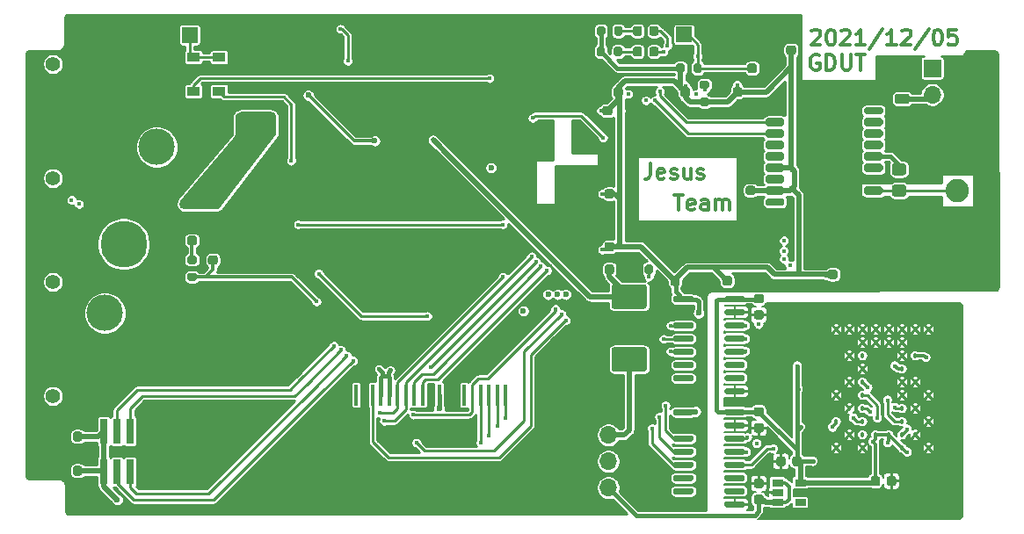
<source format=gbr>
%TF.GenerationSoftware,KiCad,Pcbnew,(5.1.10)-1*%
%TF.CreationDate,2021-12-21T16:59:36+08:00*%
%TF.ProjectId,project,70726f6a-6563-4742-9e6b-696361645f70,1.0.1*%
%TF.SameCoordinates,Original*%
%TF.FileFunction,Copper,L1,Top*%
%TF.FilePolarity,Positive*%
%FSLAX46Y46*%
G04 Gerber Fmt 4.6, Leading zero omitted, Abs format (unit mm)*
G04 Created by KiCad (PCBNEW (5.1.10)-1) date 2021-12-21 16:59:36*
%MOMM*%
%LPD*%
G01*
G04 APERTURE LIST*
%TA.AperFunction,NonConductor*%
%ADD10C,0.300000*%
%TD*%
%TA.AperFunction,SMDPad,CuDef*%
%ADD11R,1.200000X0.900000*%
%TD*%
%TA.AperFunction,ComponentPad*%
%ADD12O,1.700000X1.700000*%
%TD*%
%TA.AperFunction,ComponentPad*%
%ADD13R,1.700000X1.700000*%
%TD*%
%TA.AperFunction,SMDPad,CuDef*%
%ADD14R,1.060000X0.650000*%
%TD*%
%TA.AperFunction,SMDPad,CuDef*%
%ADD15C,0.457200*%
%TD*%
%TA.AperFunction,SMDPad,CuDef*%
%ADD16R,1.500000X1.500000*%
%TD*%
%TA.AperFunction,ComponentPad*%
%ADD17C,4.500000*%
%TD*%
%TA.AperFunction,SMDPad,CuDef*%
%ADD18R,0.740000X2.400000*%
%TD*%
%TA.AperFunction,SMDPad,CuDef*%
%ADD19R,0.400000X2.000000*%
%TD*%
%TA.AperFunction,ComponentPad*%
%ADD20C,3.500000*%
%TD*%
%TA.AperFunction,ComponentPad*%
%ADD21R,3.500000X3.500000*%
%TD*%
%TA.AperFunction,ComponentPad*%
%ADD22C,1.400000*%
%TD*%
%TA.AperFunction,ComponentPad*%
%ADD23C,2.250000*%
%TD*%
%TA.AperFunction,ViaPad*%
%ADD24C,0.600000*%
%TD*%
%TA.AperFunction,ViaPad*%
%ADD25C,0.450000*%
%TD*%
%TA.AperFunction,Conductor*%
%ADD26C,0.300000*%
%TD*%
%TA.AperFunction,Conductor*%
%ADD27C,0.400000*%
%TD*%
%TA.AperFunction,Conductor*%
%ADD28C,0.500000*%
%TD*%
%TA.AperFunction,Conductor*%
%ADD29C,0.293000*%
%TD*%
%TA.AperFunction,Conductor*%
%ADD30C,0.254000*%
%TD*%
%TA.AperFunction,Conductor*%
%ADD31C,0.200000*%
%TD*%
%TA.AperFunction,Conductor*%
%ADD32C,0.350000*%
%TD*%
%ADD33C,0.300000*%
%ADD34C,0.200000*%
%ADD35C,0.350000*%
G04 APERTURE END LIST*
D10*
X168050000Y-88178571D02*
X168907142Y-88178571D01*
X168478571Y-89678571D02*
X168478571Y-88178571D01*
X169978571Y-89607142D02*
X169835714Y-89678571D01*
X169550000Y-89678571D01*
X169407142Y-89607142D01*
X169335714Y-89464285D01*
X169335714Y-88892857D01*
X169407142Y-88750000D01*
X169550000Y-88678571D01*
X169835714Y-88678571D01*
X169978571Y-88750000D01*
X170050000Y-88892857D01*
X170050000Y-89035714D01*
X169335714Y-89178571D01*
X171335714Y-89678571D02*
X171335714Y-88892857D01*
X171264285Y-88750000D01*
X171121428Y-88678571D01*
X170835714Y-88678571D01*
X170692857Y-88750000D01*
X171335714Y-89607142D02*
X171192857Y-89678571D01*
X170835714Y-89678571D01*
X170692857Y-89607142D01*
X170621428Y-89464285D01*
X170621428Y-89321428D01*
X170692857Y-89178571D01*
X170835714Y-89107142D01*
X171192857Y-89107142D01*
X171335714Y-89035714D01*
X172050000Y-89678571D02*
X172050000Y-88678571D01*
X172050000Y-88821428D02*
X172121428Y-88750000D01*
X172264285Y-88678571D01*
X172478571Y-88678571D01*
X172621428Y-88750000D01*
X172692857Y-88892857D01*
X172692857Y-89678571D01*
X172692857Y-88892857D02*
X172764285Y-88750000D01*
X172907142Y-88678571D01*
X173121428Y-88678571D01*
X173264285Y-88750000D01*
X173335714Y-88892857D01*
X173335714Y-89678571D01*
X165778571Y-85178571D02*
X165778571Y-86250000D01*
X165707142Y-86464285D01*
X165564285Y-86607142D01*
X165350000Y-86678571D01*
X165207142Y-86678571D01*
X167064285Y-86607142D02*
X166921428Y-86678571D01*
X166635714Y-86678571D01*
X166492857Y-86607142D01*
X166421428Y-86464285D01*
X166421428Y-85892857D01*
X166492857Y-85750000D01*
X166635714Y-85678571D01*
X166921428Y-85678571D01*
X167064285Y-85750000D01*
X167135714Y-85892857D01*
X167135714Y-86035714D01*
X166421428Y-86178571D01*
X167707142Y-86607142D02*
X167850000Y-86678571D01*
X168135714Y-86678571D01*
X168278571Y-86607142D01*
X168350000Y-86464285D01*
X168350000Y-86392857D01*
X168278571Y-86250000D01*
X168135714Y-86178571D01*
X167921428Y-86178571D01*
X167778571Y-86107142D01*
X167707142Y-85964285D01*
X167707142Y-85892857D01*
X167778571Y-85750000D01*
X167921428Y-85678571D01*
X168135714Y-85678571D01*
X168278571Y-85750000D01*
X169635714Y-85678571D02*
X169635714Y-86678571D01*
X168992857Y-85678571D02*
X168992857Y-86464285D01*
X169064285Y-86607142D01*
X169207142Y-86678571D01*
X169421428Y-86678571D01*
X169564285Y-86607142D01*
X169635714Y-86535714D01*
X170278571Y-86607142D02*
X170421428Y-86678571D01*
X170707142Y-86678571D01*
X170850000Y-86607142D01*
X170921428Y-86464285D01*
X170921428Y-86392857D01*
X170850000Y-86250000D01*
X170707142Y-86178571D01*
X170492857Y-86178571D01*
X170350000Y-86107142D01*
X170278571Y-85964285D01*
X170278571Y-85892857D01*
X170350000Y-85750000D01*
X170492857Y-85678571D01*
X170707142Y-85678571D01*
X170850000Y-85750000D01*
X181985714Y-74750000D02*
X181842857Y-74678571D01*
X181628571Y-74678571D01*
X181414285Y-74750000D01*
X181271428Y-74892857D01*
X181200000Y-75035714D01*
X181128571Y-75321428D01*
X181128571Y-75535714D01*
X181200000Y-75821428D01*
X181271428Y-75964285D01*
X181414285Y-76107142D01*
X181628571Y-76178571D01*
X181771428Y-76178571D01*
X181985714Y-76107142D01*
X182057142Y-76035714D01*
X182057142Y-75535714D01*
X181771428Y-75535714D01*
X182700000Y-76178571D02*
X182700000Y-74678571D01*
X183057142Y-74678571D01*
X183271428Y-74750000D01*
X183414285Y-74892857D01*
X183485714Y-75035714D01*
X183557142Y-75321428D01*
X183557142Y-75535714D01*
X183485714Y-75821428D01*
X183414285Y-75964285D01*
X183271428Y-76107142D01*
X183057142Y-76178571D01*
X182700000Y-76178571D01*
X184200000Y-74678571D02*
X184200000Y-75892857D01*
X184271428Y-76035714D01*
X184342857Y-76107142D01*
X184485714Y-76178571D01*
X184771428Y-76178571D01*
X184914285Y-76107142D01*
X184985714Y-76035714D01*
X185057142Y-75892857D01*
X185057142Y-74678571D01*
X185557142Y-74678571D02*
X186414285Y-74678571D01*
X185985714Y-76178571D02*
X185985714Y-74678571D01*
X181280714Y-72421428D02*
X181352142Y-72350000D01*
X181495000Y-72278571D01*
X181852142Y-72278571D01*
X181995000Y-72350000D01*
X182066428Y-72421428D01*
X182137857Y-72564285D01*
X182137857Y-72707142D01*
X182066428Y-72921428D01*
X181209285Y-73778571D01*
X182137857Y-73778571D01*
X183066428Y-72278571D02*
X183209285Y-72278571D01*
X183352142Y-72350000D01*
X183423571Y-72421428D01*
X183495000Y-72564285D01*
X183566428Y-72850000D01*
X183566428Y-73207142D01*
X183495000Y-73492857D01*
X183423571Y-73635714D01*
X183352142Y-73707142D01*
X183209285Y-73778571D01*
X183066428Y-73778571D01*
X182923571Y-73707142D01*
X182852142Y-73635714D01*
X182780714Y-73492857D01*
X182709285Y-73207142D01*
X182709285Y-72850000D01*
X182780714Y-72564285D01*
X182852142Y-72421428D01*
X182923571Y-72350000D01*
X183066428Y-72278571D01*
X184137857Y-72421428D02*
X184209285Y-72350000D01*
X184352142Y-72278571D01*
X184709285Y-72278571D01*
X184852142Y-72350000D01*
X184923571Y-72421428D01*
X184995000Y-72564285D01*
X184995000Y-72707142D01*
X184923571Y-72921428D01*
X184066428Y-73778571D01*
X184995000Y-73778571D01*
X186423571Y-73778571D02*
X185566428Y-73778571D01*
X185995000Y-73778571D02*
X185995000Y-72278571D01*
X185852142Y-72492857D01*
X185709285Y-72635714D01*
X185566428Y-72707142D01*
X188137857Y-72207142D02*
X186852142Y-74135714D01*
X189423571Y-73778571D02*
X188566428Y-73778571D01*
X188995000Y-73778571D02*
X188995000Y-72278571D01*
X188852142Y-72492857D01*
X188709285Y-72635714D01*
X188566428Y-72707142D01*
X189995000Y-72421428D02*
X190066428Y-72350000D01*
X190209285Y-72278571D01*
X190566428Y-72278571D01*
X190709285Y-72350000D01*
X190780714Y-72421428D01*
X190852142Y-72564285D01*
X190852142Y-72707142D01*
X190780714Y-72921428D01*
X189923571Y-73778571D01*
X190852142Y-73778571D01*
X192566428Y-72207142D02*
X191280714Y-74135714D01*
X193352142Y-72278571D02*
X193495000Y-72278571D01*
X193637857Y-72350000D01*
X193709285Y-72421428D01*
X193780714Y-72564285D01*
X193852142Y-72850000D01*
X193852142Y-73207142D01*
X193780714Y-73492857D01*
X193709285Y-73635714D01*
X193637857Y-73707142D01*
X193495000Y-73778571D01*
X193352142Y-73778571D01*
X193209285Y-73707142D01*
X193137857Y-73635714D01*
X193066428Y-73492857D01*
X192995000Y-73207142D01*
X192995000Y-72850000D01*
X193066428Y-72564285D01*
X193137857Y-72421428D01*
X193209285Y-72350000D01*
X193352142Y-72278571D01*
X195209285Y-72278571D02*
X194495000Y-72278571D01*
X194423571Y-72992857D01*
X194495000Y-72921428D01*
X194637857Y-72850000D01*
X194995000Y-72850000D01*
X195137857Y-72921428D01*
X195209285Y-72992857D01*
X195280714Y-73135714D01*
X195280714Y-73492857D01*
X195209285Y-73635714D01*
X195137857Y-73707142D01*
X194995000Y-73778571D01*
X194637857Y-73778571D01*
X194495000Y-73707142D01*
X194423571Y-73635714D01*
D11*
%TO.P,D5,2*%
%TO.N,/MCU/PF14*%
X121745000Y-78231000D03*
%TO.P,D5,1*%
%TO.N,Net-(D4-Pad1)*%
X121745000Y-74931000D03*
%TD*%
%TO.P,D4,2*%
%TO.N,Net-(D4-Pad2)*%
X124206000Y-78231000D03*
%TO.P,D4,1*%
%TO.N,Net-(D4-Pad1)*%
X124206000Y-74931000D03*
%TD*%
%TO.P,C57,2*%
%TO.N,EP*%
%TA.AperFunction,SMDPad,CuDef*%
G36*
G01*
X109475000Y-114550000D02*
X109475000Y-115050000D01*
G75*
G02*
X109250000Y-115275000I-225000J0D01*
G01*
X108800000Y-115275000D01*
G75*
G02*
X108575000Y-115050000I0J225000D01*
G01*
X108575000Y-114550000D01*
G75*
G02*
X108800000Y-114325000I225000J0D01*
G01*
X109250000Y-114325000D01*
G75*
G02*
X109475000Y-114550000I0J-225000D01*
G01*
G37*
%TD.AperFunction*%
%TO.P,C57,1*%
%TO.N,+3V3*%
%TA.AperFunction,SMDPad,CuDef*%
G36*
G01*
X111025000Y-114550000D02*
X111025000Y-115050000D01*
G75*
G02*
X110800000Y-115275000I-225000J0D01*
G01*
X110350000Y-115275000D01*
G75*
G02*
X110125000Y-115050000I0J225000D01*
G01*
X110125000Y-114550000D01*
G75*
G02*
X110350000Y-114325000I225000J0D01*
G01*
X110800000Y-114325000D01*
G75*
G02*
X111025000Y-114550000I0J-225000D01*
G01*
G37*
%TD.AperFunction*%
%TD*%
%TO.P,C55,2*%
%TO.N,EP*%
%TA.AperFunction,SMDPad,CuDef*%
G36*
G01*
X109475000Y-111250000D02*
X109475000Y-111750000D01*
G75*
G02*
X109250000Y-111975000I-225000J0D01*
G01*
X108800000Y-111975000D01*
G75*
G02*
X108575000Y-111750000I0J225000D01*
G01*
X108575000Y-111250000D01*
G75*
G02*
X108800000Y-111025000I225000J0D01*
G01*
X109250000Y-111025000D01*
G75*
G02*
X109475000Y-111250000I0J-225000D01*
G01*
G37*
%TD.AperFunction*%
%TO.P,C55,1*%
%TO.N,+3V3*%
%TA.AperFunction,SMDPad,CuDef*%
G36*
G01*
X111025000Y-111250000D02*
X111025000Y-111750000D01*
G75*
G02*
X110800000Y-111975000I-225000J0D01*
G01*
X110350000Y-111975000D01*
G75*
G02*
X110125000Y-111750000I0J225000D01*
G01*
X110125000Y-111250000D01*
G75*
G02*
X110350000Y-111025000I225000J0D01*
G01*
X110800000Y-111025000D01*
G75*
G02*
X111025000Y-111250000I0J-225000D01*
G01*
G37*
%TD.AperFunction*%
%TD*%
%TO.P,C52,2*%
%TO.N,EP*%
%TA.AperFunction,SMDPad,CuDef*%
G36*
G01*
X189525000Y-80350000D02*
X190475000Y-80350000D01*
G75*
G02*
X190725000Y-80600000I0J-250000D01*
G01*
X190725000Y-81100000D01*
G75*
G02*
X190475000Y-81350000I-250000J0D01*
G01*
X189525000Y-81350000D01*
G75*
G02*
X189275000Y-81100000I0J250000D01*
G01*
X189275000Y-80600000D01*
G75*
G02*
X189525000Y-80350000I250000J0D01*
G01*
G37*
%TD.AperFunction*%
%TO.P,C52,1*%
%TO.N,+7.5V*%
%TA.AperFunction,SMDPad,CuDef*%
G36*
G01*
X189525000Y-78450000D02*
X190475000Y-78450000D01*
G75*
G02*
X190725000Y-78700000I0J-250000D01*
G01*
X190725000Y-79200000D01*
G75*
G02*
X190475000Y-79450000I-250000J0D01*
G01*
X189525000Y-79450000D01*
G75*
G02*
X189275000Y-79200000I0J250000D01*
G01*
X189275000Y-78700000D01*
G75*
G02*
X189525000Y-78450000I250000J0D01*
G01*
G37*
%TD.AperFunction*%
%TD*%
D12*
%TO.P,J5,3*%
%TO.N,EP*%
X192900000Y-81080000D03*
%TO.P,J5,2*%
%TO.N,+7.5V*%
X192900000Y-78540000D03*
D13*
%TO.P,J5,1*%
%TO.N,/Connector/Servo_PWM*%
X192900000Y-76000000D03*
%TD*%
%TO.P,U11,18*%
%TO.N,Net-(U11-Pad18)*%
%TA.AperFunction,SMDPad,CuDef*%
G36*
G01*
X186350000Y-80275000D02*
X186350000Y-79925000D01*
G75*
G02*
X186525000Y-79750000I175000J0D01*
G01*
X187975000Y-79750000D01*
G75*
G02*
X188150000Y-79925000I0J-175000D01*
G01*
X188150000Y-80275000D01*
G75*
G02*
X187975000Y-80450000I-175000J0D01*
G01*
X186525000Y-80450000D01*
G75*
G02*
X186350000Y-80275000I0J175000D01*
G01*
G37*
%TD.AperFunction*%
%TO.P,U11,17*%
%TO.N,Net-(U11-Pad17)*%
%TA.AperFunction,SMDPad,CuDef*%
G36*
G01*
X186350000Y-81400000D02*
X186350000Y-81000000D01*
G75*
G02*
X186550000Y-80800000I200000J0D01*
G01*
X187950000Y-80800000D01*
G75*
G02*
X188150000Y-81000000I0J-200000D01*
G01*
X188150000Y-81400000D01*
G75*
G02*
X187950000Y-81600000I-200000J0D01*
G01*
X186550000Y-81600000D01*
G75*
G02*
X186350000Y-81400000I0J200000D01*
G01*
G37*
%TD.AperFunction*%
%TO.P,U11,16*%
%TO.N,Net-(U11-Pad16)*%
%TA.AperFunction,SMDPad,CuDef*%
G36*
G01*
X186350000Y-82500000D02*
X186350000Y-82100000D01*
G75*
G02*
X186550000Y-81900000I200000J0D01*
G01*
X187950000Y-81900000D01*
G75*
G02*
X188150000Y-82100000I0J-200000D01*
G01*
X188150000Y-82500000D01*
G75*
G02*
X187950000Y-82700000I-200000J0D01*
G01*
X186550000Y-82700000D01*
G75*
G02*
X186350000Y-82500000I0J200000D01*
G01*
G37*
%TD.AperFunction*%
%TO.P,U11,15*%
%TO.N,Net-(U11-Pad15)*%
%TA.AperFunction,SMDPad,CuDef*%
G36*
G01*
X186350000Y-83600000D02*
X186350000Y-83200000D01*
G75*
G02*
X186550000Y-83000000I200000J0D01*
G01*
X187950000Y-83000000D01*
G75*
G02*
X188150000Y-83200000I0J-200000D01*
G01*
X188150000Y-83600000D01*
G75*
G02*
X187950000Y-83800000I-200000J0D01*
G01*
X186550000Y-83800000D01*
G75*
G02*
X186350000Y-83600000I0J200000D01*
G01*
G37*
%TD.AperFunction*%
%TO.P,U11,14*%
%TO.N,Net-(L4-Pad1)*%
%TA.AperFunction,SMDPad,CuDef*%
G36*
G01*
X186350000Y-84700000D02*
X186350000Y-84300000D01*
G75*
G02*
X186550000Y-84100000I200000J0D01*
G01*
X187950000Y-84100000D01*
G75*
G02*
X188150000Y-84300000I0J-200000D01*
G01*
X188150000Y-84700000D01*
G75*
G02*
X187950000Y-84900000I-200000J0D01*
G01*
X186550000Y-84900000D01*
G75*
G02*
X186350000Y-84700000I0J200000D01*
G01*
G37*
%TD.AperFunction*%
%TO.P,U11,13*%
%TO.N,Net-(U11-Pad13)*%
%TA.AperFunction,SMDPad,CuDef*%
G36*
G01*
X186350000Y-85800000D02*
X186350000Y-85400000D01*
G75*
G02*
X186550000Y-85200000I200000J0D01*
G01*
X187950000Y-85200000D01*
G75*
G02*
X188150000Y-85400000I0J-200000D01*
G01*
X188150000Y-85800000D01*
G75*
G02*
X187950000Y-86000000I-200000J0D01*
G01*
X186550000Y-86000000D01*
G75*
G02*
X186350000Y-85800000I0J200000D01*
G01*
G37*
%TD.AperFunction*%
%TO.P,U11,12*%
%TO.N,EP*%
%TA.AperFunction,SMDPad,CuDef*%
G36*
G01*
X186350000Y-86900000D02*
X186350000Y-86500000D01*
G75*
G02*
X186550000Y-86300000I200000J0D01*
G01*
X187950000Y-86300000D01*
G75*
G02*
X188150000Y-86500000I0J-200000D01*
G01*
X188150000Y-86900000D01*
G75*
G02*
X187950000Y-87100000I-200000J0D01*
G01*
X186550000Y-87100000D01*
G75*
G02*
X186350000Y-86900000I0J200000D01*
G01*
G37*
%TD.AperFunction*%
%TO.P,U11,11*%
%TO.N,Net-(J2-Pad1)*%
%TA.AperFunction,SMDPad,CuDef*%
G36*
G01*
X186350000Y-88000000D02*
X186350000Y-87600000D01*
G75*
G02*
X186550000Y-87400000I200000J0D01*
G01*
X187950000Y-87400000D01*
G75*
G02*
X188150000Y-87600000I0J-200000D01*
G01*
X188150000Y-88000000D01*
G75*
G02*
X187950000Y-88200000I-200000J0D01*
G01*
X186550000Y-88200000D01*
G75*
G02*
X186350000Y-88000000I0J200000D01*
G01*
G37*
%TD.AperFunction*%
%TO.P,U11,10*%
%TO.N,EP*%
%TA.AperFunction,SMDPad,CuDef*%
G36*
G01*
X186350000Y-89075000D02*
X186350000Y-88725000D01*
G75*
G02*
X186525000Y-88550000I175000J0D01*
G01*
X187975000Y-88550000D01*
G75*
G02*
X188150000Y-88725000I0J-175000D01*
G01*
X188150000Y-89075000D01*
G75*
G02*
X187975000Y-89250000I-175000J0D01*
G01*
X186525000Y-89250000D01*
G75*
G02*
X186350000Y-89075000I0J175000D01*
G01*
G37*
%TD.AperFunction*%
%TO.P,U11,9*%
%TO.N,Net-(U11-Pad9)*%
%TA.AperFunction,SMDPad,CuDef*%
G36*
G01*
X176850000Y-89075000D02*
X176850000Y-88725000D01*
G75*
G02*
X177025000Y-88550000I175000J0D01*
G01*
X178475000Y-88550000D01*
G75*
G02*
X178650000Y-88725000I0J-175000D01*
G01*
X178650000Y-89075000D01*
G75*
G02*
X178475000Y-89250000I-175000J0D01*
G01*
X177025000Y-89250000D01*
G75*
G02*
X176850000Y-89075000I0J175000D01*
G01*
G37*
%TD.AperFunction*%
%TO.P,U11,8*%
%TO.N,+3V3*%
%TA.AperFunction,SMDPad,CuDef*%
G36*
G01*
X176850000Y-88000000D02*
X176850000Y-87600000D01*
G75*
G02*
X177050000Y-87400000I200000J0D01*
G01*
X178450000Y-87400000D01*
G75*
G02*
X178650000Y-87600000I0J-200000D01*
G01*
X178650000Y-88000000D01*
G75*
G02*
X178450000Y-88200000I-200000J0D01*
G01*
X177050000Y-88200000D01*
G75*
G02*
X176850000Y-88000000I0J200000D01*
G01*
G37*
%TD.AperFunction*%
%TO.P,U11,7*%
%TO.N,Net-(U11-Pad7)*%
%TA.AperFunction,SMDPad,CuDef*%
G36*
G01*
X176850000Y-86900000D02*
X176850000Y-86500000D01*
G75*
G02*
X177050000Y-86300000I200000J0D01*
G01*
X178450000Y-86300000D01*
G75*
G02*
X178650000Y-86500000I0J-200000D01*
G01*
X178650000Y-86900000D01*
G75*
G02*
X178450000Y-87100000I-200000J0D01*
G01*
X177050000Y-87100000D01*
G75*
G02*
X176850000Y-86900000I0J200000D01*
G01*
G37*
%TD.AperFunction*%
%TO.P,U11,6*%
%TO.N,+3V3*%
%TA.AperFunction,SMDPad,CuDef*%
G36*
G01*
X176850000Y-85800000D02*
X176850000Y-85400000D01*
G75*
G02*
X177050000Y-85200000I200000J0D01*
G01*
X178450000Y-85200000D01*
G75*
G02*
X178650000Y-85400000I0J-200000D01*
G01*
X178650000Y-85800000D01*
G75*
G02*
X178450000Y-86000000I-200000J0D01*
G01*
X177050000Y-86000000D01*
G75*
G02*
X176850000Y-85800000I0J200000D01*
G01*
G37*
%TD.AperFunction*%
%TO.P,U11,5*%
%TO.N,Net-(U11-Pad5)*%
%TA.AperFunction,SMDPad,CuDef*%
G36*
G01*
X176850000Y-84700000D02*
X176850000Y-84300000D01*
G75*
G02*
X177050000Y-84100000I200000J0D01*
G01*
X178450000Y-84100000D01*
G75*
G02*
X178650000Y-84300000I0J-200000D01*
G01*
X178650000Y-84700000D01*
G75*
G02*
X178450000Y-84900000I-200000J0D01*
G01*
X177050000Y-84900000D01*
G75*
G02*
X176850000Y-84700000I0J200000D01*
G01*
G37*
%TD.AperFunction*%
%TO.P,U11,4*%
%TO.N,Net-(U11-Pad4)*%
%TA.AperFunction,SMDPad,CuDef*%
G36*
G01*
X176850000Y-83600000D02*
X176850000Y-83200000D01*
G75*
G02*
X177050000Y-83000000I200000J0D01*
G01*
X178450000Y-83000000D01*
G75*
G02*
X178650000Y-83200000I0J-200000D01*
G01*
X178650000Y-83600000D01*
G75*
G02*
X178450000Y-83800000I-200000J0D01*
G01*
X177050000Y-83800000D01*
G75*
G02*
X176850000Y-83600000I0J200000D01*
G01*
G37*
%TD.AperFunction*%
%TO.P,U11,3*%
%TO.N,/Connector/GPS_RX*%
%TA.AperFunction,SMDPad,CuDef*%
G36*
G01*
X176850000Y-82500000D02*
X176850000Y-82100000D01*
G75*
G02*
X177050000Y-81900000I200000J0D01*
G01*
X178450000Y-81900000D01*
G75*
G02*
X178650000Y-82100000I0J-200000D01*
G01*
X178650000Y-82500000D01*
G75*
G02*
X178450000Y-82700000I-200000J0D01*
G01*
X177050000Y-82700000D01*
G75*
G02*
X176850000Y-82500000I0J200000D01*
G01*
G37*
%TD.AperFunction*%
%TO.P,U11,2*%
%TO.N,/Connector/GPS_TX*%
%TA.AperFunction,SMDPad,CuDef*%
G36*
G01*
X176850000Y-81400000D02*
X176850000Y-81000000D01*
G75*
G02*
X177050000Y-80800000I200000J0D01*
G01*
X178450000Y-80800000D01*
G75*
G02*
X178650000Y-81000000I0J-200000D01*
G01*
X178650000Y-81400000D01*
G75*
G02*
X178450000Y-81600000I-200000J0D01*
G01*
X177050000Y-81600000D01*
G75*
G02*
X176850000Y-81400000I0J200000D01*
G01*
G37*
%TD.AperFunction*%
%TO.P,U11,1*%
%TO.N,EP*%
%TA.AperFunction,SMDPad,CuDef*%
G36*
G01*
X176850000Y-80275000D02*
X176850000Y-79925000D01*
G75*
G02*
X177025000Y-79750000I175000J0D01*
G01*
X178475000Y-79750000D01*
G75*
G02*
X178650000Y-79925000I0J-175000D01*
G01*
X178650000Y-80275000D01*
G75*
G02*
X178475000Y-80450000I-175000J0D01*
G01*
X177025000Y-80450000D01*
G75*
G02*
X176850000Y-80275000I0J175000D01*
G01*
G37*
%TD.AperFunction*%
%TD*%
%TO.P,U10,16*%
%TO.N,+3.3VA*%
%TA.AperFunction,SMDPad,CuDef*%
G36*
G01*
X172900000Y-98405000D02*
X172900000Y-98105000D01*
G75*
G02*
X173050000Y-97955000I150000J0D01*
G01*
X174700000Y-97955000D01*
G75*
G02*
X174850000Y-98105000I0J-150000D01*
G01*
X174850000Y-98405000D01*
G75*
G02*
X174700000Y-98555000I-150000J0D01*
G01*
X173050000Y-98555000D01*
G75*
G02*
X172900000Y-98405000I0J150000D01*
G01*
G37*
%TD.AperFunction*%
%TO.P,U10,15*%
%TO.N,GNDA*%
%TA.AperFunction,SMDPad,CuDef*%
G36*
G01*
X172900000Y-99675000D02*
X172900000Y-99375000D01*
G75*
G02*
X173050000Y-99225000I150000J0D01*
G01*
X174700000Y-99225000D01*
G75*
G02*
X174850000Y-99375000I0J-150000D01*
G01*
X174850000Y-99675000D01*
G75*
G02*
X174700000Y-99825000I-150000J0D01*
G01*
X173050000Y-99825000D01*
G75*
G02*
X172900000Y-99675000I0J150000D01*
G01*
G37*
%TD.AperFunction*%
%TO.P,U10,14*%
%TO.N,/IMU/SCLK*%
%TA.AperFunction,SMDPad,CuDef*%
G36*
G01*
X172900000Y-100945000D02*
X172900000Y-100645000D01*
G75*
G02*
X173050000Y-100495000I150000J0D01*
G01*
X174700000Y-100495000D01*
G75*
G02*
X174850000Y-100645000I0J-150000D01*
G01*
X174850000Y-100945000D01*
G75*
G02*
X174700000Y-101095000I-150000J0D01*
G01*
X173050000Y-101095000D01*
G75*
G02*
X172900000Y-100945000I0J150000D01*
G01*
G37*
%TD.AperFunction*%
%TO.P,U10,13*%
%TO.N,/IMU/DIN*%
%TA.AperFunction,SMDPad,CuDef*%
G36*
G01*
X172900000Y-102215000D02*
X172900000Y-101915000D01*
G75*
G02*
X173050000Y-101765000I150000J0D01*
G01*
X174700000Y-101765000D01*
G75*
G02*
X174850000Y-101915000I0J-150000D01*
G01*
X174850000Y-102215000D01*
G75*
G02*
X174700000Y-102365000I-150000J0D01*
G01*
X173050000Y-102365000D01*
G75*
G02*
X172900000Y-102215000I0J150000D01*
G01*
G37*
%TD.AperFunction*%
%TO.P,U10,12*%
%TO.N,/IMU/DOUT*%
%TA.AperFunction,SMDPad,CuDef*%
G36*
G01*
X172900000Y-103485000D02*
X172900000Y-103185000D01*
G75*
G02*
X173050000Y-103035000I150000J0D01*
G01*
X174700000Y-103035000D01*
G75*
G02*
X174850000Y-103185000I0J-150000D01*
G01*
X174850000Y-103485000D01*
G75*
G02*
X174700000Y-103635000I-150000J0D01*
G01*
X173050000Y-103635000D01*
G75*
G02*
X172900000Y-103485000I0J150000D01*
G01*
G37*
%TD.AperFunction*%
%TO.P,U10,11*%
%TO.N,Net-(U10-Pad11)*%
%TA.AperFunction,SMDPad,CuDef*%
G36*
G01*
X172900000Y-104755000D02*
X172900000Y-104455000D01*
G75*
G02*
X173050000Y-104305000I150000J0D01*
G01*
X174700000Y-104305000D01*
G75*
G02*
X174850000Y-104455000I0J-150000D01*
G01*
X174850000Y-104755000D01*
G75*
G02*
X174700000Y-104905000I-150000J0D01*
G01*
X173050000Y-104905000D01*
G75*
G02*
X172900000Y-104755000I0J150000D01*
G01*
G37*
%TD.AperFunction*%
%TO.P,U10,10*%
%TO.N,Net-(U10-Pad10)*%
%TA.AperFunction,SMDPad,CuDef*%
G36*
G01*
X172900000Y-106025000D02*
X172900000Y-105725000D01*
G75*
G02*
X173050000Y-105575000I150000J0D01*
G01*
X174700000Y-105575000D01*
G75*
G02*
X174850000Y-105725000I0J-150000D01*
G01*
X174850000Y-106025000D01*
G75*
G02*
X174700000Y-106175000I-150000J0D01*
G01*
X173050000Y-106175000D01*
G75*
G02*
X172900000Y-106025000I0J150000D01*
G01*
G37*
%TD.AperFunction*%
%TO.P,U10,9*%
%TO.N,GNDA*%
%TA.AperFunction,SMDPad,CuDef*%
G36*
G01*
X172900000Y-107295000D02*
X172900000Y-106995000D01*
G75*
G02*
X173050000Y-106845000I150000J0D01*
G01*
X174700000Y-106845000D01*
G75*
G02*
X174850000Y-106995000I0J-150000D01*
G01*
X174850000Y-107295000D01*
G75*
G02*
X174700000Y-107445000I-150000J0D01*
G01*
X173050000Y-107445000D01*
G75*
G02*
X172900000Y-107295000I0J150000D01*
G01*
G37*
%TD.AperFunction*%
%TO.P,U10,8*%
%TO.N,EP*%
%TA.AperFunction,SMDPad,CuDef*%
G36*
G01*
X167950000Y-107295000D02*
X167950000Y-106995000D01*
G75*
G02*
X168100000Y-106845000I150000J0D01*
G01*
X169750000Y-106845000D01*
G75*
G02*
X169900000Y-106995000I0J-150000D01*
G01*
X169900000Y-107295000D01*
G75*
G02*
X169750000Y-107445000I-150000J0D01*
G01*
X168100000Y-107445000D01*
G75*
G02*
X167950000Y-107295000I0J150000D01*
G01*
G37*
%TD.AperFunction*%
%TO.P,U10,7*%
%TO.N,Net-(U10-Pad7)*%
%TA.AperFunction,SMDPad,CuDef*%
G36*
G01*
X167950000Y-106025000D02*
X167950000Y-105725000D01*
G75*
G02*
X168100000Y-105575000I150000J0D01*
G01*
X169750000Y-105575000D01*
G75*
G02*
X169900000Y-105725000I0J-150000D01*
G01*
X169900000Y-106025000D01*
G75*
G02*
X169750000Y-106175000I-150000J0D01*
G01*
X168100000Y-106175000D01*
G75*
G02*
X167950000Y-106025000I0J150000D01*
G01*
G37*
%TD.AperFunction*%
%TO.P,U10,6*%
%TO.N,Net-(U10-Pad6)*%
%TA.AperFunction,SMDPad,CuDef*%
G36*
G01*
X167950000Y-104755000D02*
X167950000Y-104455000D01*
G75*
G02*
X168100000Y-104305000I150000J0D01*
G01*
X169750000Y-104305000D01*
G75*
G02*
X169900000Y-104455000I0J-150000D01*
G01*
X169900000Y-104755000D01*
G75*
G02*
X169750000Y-104905000I-150000J0D01*
G01*
X168100000Y-104905000D01*
G75*
G02*
X167950000Y-104755000I0J150000D01*
G01*
G37*
%TD.AperFunction*%
%TO.P,U10,5*%
%TO.N,/IMU/IMU_MISO*%
%TA.AperFunction,SMDPad,CuDef*%
G36*
G01*
X167950000Y-103485000D02*
X167950000Y-103185000D01*
G75*
G02*
X168100000Y-103035000I150000J0D01*
G01*
X169750000Y-103035000D01*
G75*
G02*
X169900000Y-103185000I0J-150000D01*
G01*
X169900000Y-103485000D01*
G75*
G02*
X169750000Y-103635000I-150000J0D01*
G01*
X168100000Y-103635000D01*
G75*
G02*
X167950000Y-103485000I0J150000D01*
G01*
G37*
%TD.AperFunction*%
%TO.P,U10,4*%
%TO.N,/IMU/IMU_MOSI*%
%TA.AperFunction,SMDPad,CuDef*%
G36*
G01*
X167950000Y-102215000D02*
X167950000Y-101915000D01*
G75*
G02*
X168100000Y-101765000I150000J0D01*
G01*
X169750000Y-101765000D01*
G75*
G02*
X169900000Y-101915000I0J-150000D01*
G01*
X169900000Y-102215000D01*
G75*
G02*
X169750000Y-102365000I-150000J0D01*
G01*
X168100000Y-102365000D01*
G75*
G02*
X167950000Y-102215000I0J150000D01*
G01*
G37*
%TD.AperFunction*%
%TO.P,U10,3*%
%TO.N,/IMU/IMU_CLK*%
%TA.AperFunction,SMDPad,CuDef*%
G36*
G01*
X167950000Y-100945000D02*
X167950000Y-100645000D01*
G75*
G02*
X168100000Y-100495000I150000J0D01*
G01*
X169750000Y-100495000D01*
G75*
G02*
X169900000Y-100645000I0J-150000D01*
G01*
X169900000Y-100945000D01*
G75*
G02*
X169750000Y-101095000I-150000J0D01*
G01*
X168100000Y-101095000D01*
G75*
G02*
X167950000Y-100945000I0J150000D01*
G01*
G37*
%TD.AperFunction*%
%TO.P,U10,2*%
%TO.N,EP*%
%TA.AperFunction,SMDPad,CuDef*%
G36*
G01*
X167950000Y-99675000D02*
X167950000Y-99375000D01*
G75*
G02*
X168100000Y-99225000I150000J0D01*
G01*
X169750000Y-99225000D01*
G75*
G02*
X169900000Y-99375000I0J-150000D01*
G01*
X169900000Y-99675000D01*
G75*
G02*
X169750000Y-99825000I-150000J0D01*
G01*
X168100000Y-99825000D01*
G75*
G02*
X167950000Y-99675000I0J150000D01*
G01*
G37*
%TD.AperFunction*%
%TO.P,U10,1*%
%TO.N,+3V3*%
%TA.AperFunction,SMDPad,CuDef*%
G36*
G01*
X167950000Y-98405000D02*
X167950000Y-98105000D01*
G75*
G02*
X168100000Y-97955000I150000J0D01*
G01*
X169750000Y-97955000D01*
G75*
G02*
X169900000Y-98105000I0J-150000D01*
G01*
X169900000Y-98405000D01*
G75*
G02*
X169750000Y-98555000I-150000J0D01*
G01*
X168100000Y-98555000D01*
G75*
G02*
X167950000Y-98405000I0J150000D01*
G01*
G37*
%TD.AperFunction*%
%TD*%
%TO.P,U9,16*%
%TO.N,+3.3VA*%
%TA.AperFunction,SMDPad,CuDef*%
G36*
G01*
X172900000Y-109305000D02*
X172900000Y-109005000D01*
G75*
G02*
X173050000Y-108855000I150000J0D01*
G01*
X174700000Y-108855000D01*
G75*
G02*
X174850000Y-109005000I0J-150000D01*
G01*
X174850000Y-109305000D01*
G75*
G02*
X174700000Y-109455000I-150000J0D01*
G01*
X173050000Y-109455000D01*
G75*
G02*
X172900000Y-109305000I0J150000D01*
G01*
G37*
%TD.AperFunction*%
%TO.P,U9,15*%
%TO.N,GNDA*%
%TA.AperFunction,SMDPad,CuDef*%
G36*
G01*
X172900000Y-110575000D02*
X172900000Y-110275000D01*
G75*
G02*
X173050000Y-110125000I150000J0D01*
G01*
X174700000Y-110125000D01*
G75*
G02*
X174850000Y-110275000I0J-150000D01*
G01*
X174850000Y-110575000D01*
G75*
G02*
X174700000Y-110725000I-150000J0D01*
G01*
X173050000Y-110725000D01*
G75*
G02*
X172900000Y-110575000I0J150000D01*
G01*
G37*
%TD.AperFunction*%
%TO.P,U9,14*%
%TO.N,/IMU/CS*%
%TA.AperFunction,SMDPad,CuDef*%
G36*
G01*
X172900000Y-111845000D02*
X172900000Y-111545000D01*
G75*
G02*
X173050000Y-111395000I150000J0D01*
G01*
X174700000Y-111395000D01*
G75*
G02*
X174850000Y-111545000I0J-150000D01*
G01*
X174850000Y-111845000D01*
G75*
G02*
X174700000Y-111995000I-150000J0D01*
G01*
X173050000Y-111995000D01*
G75*
G02*
X172900000Y-111845000I0J150000D01*
G01*
G37*
%TD.AperFunction*%
%TO.P,U9,13*%
%TO.N,/IMU/RST*%
%TA.AperFunction,SMDPad,CuDef*%
G36*
G01*
X172900000Y-113115000D02*
X172900000Y-112815000D01*
G75*
G02*
X173050000Y-112665000I150000J0D01*
G01*
X174700000Y-112665000D01*
G75*
G02*
X174850000Y-112815000I0J-150000D01*
G01*
X174850000Y-113115000D01*
G75*
G02*
X174700000Y-113265000I-150000J0D01*
G01*
X173050000Y-113265000D01*
G75*
G02*
X172900000Y-113115000I0J150000D01*
G01*
G37*
%TD.AperFunction*%
%TO.P,U9,12*%
%TO.N,/IMU/DR*%
%TA.AperFunction,SMDPad,CuDef*%
G36*
G01*
X172900000Y-114385000D02*
X172900000Y-114085000D01*
G75*
G02*
X173050000Y-113935000I150000J0D01*
G01*
X174700000Y-113935000D01*
G75*
G02*
X174850000Y-114085000I0J-150000D01*
G01*
X174850000Y-114385000D01*
G75*
G02*
X174700000Y-114535000I-150000J0D01*
G01*
X173050000Y-114535000D01*
G75*
G02*
X172900000Y-114385000I0J150000D01*
G01*
G37*
%TD.AperFunction*%
%TO.P,U9,11*%
%TO.N,Net-(U9-Pad11)*%
%TA.AperFunction,SMDPad,CuDef*%
G36*
G01*
X172900000Y-115655000D02*
X172900000Y-115355000D01*
G75*
G02*
X173050000Y-115205000I150000J0D01*
G01*
X174700000Y-115205000D01*
G75*
G02*
X174850000Y-115355000I0J-150000D01*
G01*
X174850000Y-115655000D01*
G75*
G02*
X174700000Y-115805000I-150000J0D01*
G01*
X173050000Y-115805000D01*
G75*
G02*
X172900000Y-115655000I0J150000D01*
G01*
G37*
%TD.AperFunction*%
%TO.P,U9,10*%
%TO.N,Net-(U9-Pad10)*%
%TA.AperFunction,SMDPad,CuDef*%
G36*
G01*
X172900000Y-116925000D02*
X172900000Y-116625000D01*
G75*
G02*
X173050000Y-116475000I150000J0D01*
G01*
X174700000Y-116475000D01*
G75*
G02*
X174850000Y-116625000I0J-150000D01*
G01*
X174850000Y-116925000D01*
G75*
G02*
X174700000Y-117075000I-150000J0D01*
G01*
X173050000Y-117075000D01*
G75*
G02*
X172900000Y-116925000I0J150000D01*
G01*
G37*
%TD.AperFunction*%
%TO.P,U9,9*%
%TO.N,GNDA*%
%TA.AperFunction,SMDPad,CuDef*%
G36*
G01*
X172900000Y-118195000D02*
X172900000Y-117895000D01*
G75*
G02*
X173050000Y-117745000I150000J0D01*
G01*
X174700000Y-117745000D01*
G75*
G02*
X174850000Y-117895000I0J-150000D01*
G01*
X174850000Y-118195000D01*
G75*
G02*
X174700000Y-118345000I-150000J0D01*
G01*
X173050000Y-118345000D01*
G75*
G02*
X172900000Y-118195000I0J150000D01*
G01*
G37*
%TD.AperFunction*%
%TO.P,U9,8*%
%TO.N,EP*%
%TA.AperFunction,SMDPad,CuDef*%
G36*
G01*
X167950000Y-118195000D02*
X167950000Y-117895000D01*
G75*
G02*
X168100000Y-117745000I150000J0D01*
G01*
X169750000Y-117745000D01*
G75*
G02*
X169900000Y-117895000I0J-150000D01*
G01*
X169900000Y-118195000D01*
G75*
G02*
X169750000Y-118345000I-150000J0D01*
G01*
X168100000Y-118345000D01*
G75*
G02*
X167950000Y-118195000I0J150000D01*
G01*
G37*
%TD.AperFunction*%
%TO.P,U9,7*%
%TO.N,Net-(U9-Pad7)*%
%TA.AperFunction,SMDPad,CuDef*%
G36*
G01*
X167950000Y-116925000D02*
X167950000Y-116625000D01*
G75*
G02*
X168100000Y-116475000I150000J0D01*
G01*
X169750000Y-116475000D01*
G75*
G02*
X169900000Y-116625000I0J-150000D01*
G01*
X169900000Y-116925000D01*
G75*
G02*
X169750000Y-117075000I-150000J0D01*
G01*
X168100000Y-117075000D01*
G75*
G02*
X167950000Y-116925000I0J150000D01*
G01*
G37*
%TD.AperFunction*%
%TO.P,U9,6*%
%TO.N,Net-(U9-Pad6)*%
%TA.AperFunction,SMDPad,CuDef*%
G36*
G01*
X167950000Y-115655000D02*
X167950000Y-115355000D01*
G75*
G02*
X168100000Y-115205000I150000J0D01*
G01*
X169750000Y-115205000D01*
G75*
G02*
X169900000Y-115355000I0J-150000D01*
G01*
X169900000Y-115655000D01*
G75*
G02*
X169750000Y-115805000I-150000J0D01*
G01*
X168100000Y-115805000D01*
G75*
G02*
X167950000Y-115655000I0J150000D01*
G01*
G37*
%TD.AperFunction*%
%TO.P,U9,5*%
%TO.N,/IMU/IMU_DR*%
%TA.AperFunction,SMDPad,CuDef*%
G36*
G01*
X167950000Y-114385000D02*
X167950000Y-114085000D01*
G75*
G02*
X168100000Y-113935000I150000J0D01*
G01*
X169750000Y-113935000D01*
G75*
G02*
X169900000Y-114085000I0J-150000D01*
G01*
X169900000Y-114385000D01*
G75*
G02*
X169750000Y-114535000I-150000J0D01*
G01*
X168100000Y-114535000D01*
G75*
G02*
X167950000Y-114385000I0J150000D01*
G01*
G37*
%TD.AperFunction*%
%TO.P,U9,4*%
%TO.N,/IMU/IMU_RST*%
%TA.AperFunction,SMDPad,CuDef*%
G36*
G01*
X167950000Y-113115000D02*
X167950000Y-112815000D01*
G75*
G02*
X168100000Y-112665000I150000J0D01*
G01*
X169750000Y-112665000D01*
G75*
G02*
X169900000Y-112815000I0J-150000D01*
G01*
X169900000Y-113115000D01*
G75*
G02*
X169750000Y-113265000I-150000J0D01*
G01*
X168100000Y-113265000D01*
G75*
G02*
X167950000Y-113115000I0J150000D01*
G01*
G37*
%TD.AperFunction*%
%TO.P,U9,3*%
%TO.N,/IMU/IMU_CS*%
%TA.AperFunction,SMDPad,CuDef*%
G36*
G01*
X167950000Y-111845000D02*
X167950000Y-111545000D01*
G75*
G02*
X168100000Y-111395000I150000J0D01*
G01*
X169750000Y-111395000D01*
G75*
G02*
X169900000Y-111545000I0J-150000D01*
G01*
X169900000Y-111845000D01*
G75*
G02*
X169750000Y-111995000I-150000J0D01*
G01*
X168100000Y-111995000D01*
G75*
G02*
X167950000Y-111845000I0J150000D01*
G01*
G37*
%TD.AperFunction*%
%TO.P,U9,2*%
%TO.N,EP*%
%TA.AperFunction,SMDPad,CuDef*%
G36*
G01*
X167950000Y-110575000D02*
X167950000Y-110275000D01*
G75*
G02*
X168100000Y-110125000I150000J0D01*
G01*
X169750000Y-110125000D01*
G75*
G02*
X169900000Y-110275000I0J-150000D01*
G01*
X169900000Y-110575000D01*
G75*
G02*
X169750000Y-110725000I-150000J0D01*
G01*
X168100000Y-110725000D01*
G75*
G02*
X167950000Y-110575000I0J150000D01*
G01*
G37*
%TD.AperFunction*%
%TO.P,U9,1*%
%TO.N,+3V3*%
%TA.AperFunction,SMDPad,CuDef*%
G36*
G01*
X167950000Y-109305000D02*
X167950000Y-109005000D01*
G75*
G02*
X168100000Y-108855000I150000J0D01*
G01*
X169750000Y-108855000D01*
G75*
G02*
X169900000Y-109005000I0J-150000D01*
G01*
X169900000Y-109305000D01*
G75*
G02*
X169750000Y-109455000I-150000J0D01*
G01*
X168100000Y-109455000D01*
G75*
G02*
X167950000Y-109305000I0J150000D01*
G01*
G37*
%TD.AperFunction*%
%TD*%
D14*
%TO.P,U8,5*%
%TO.N,+3.3VA*%
X180200000Y-115950000D03*
%TO.P,U8,4*%
%TO.N,Net-(U8-Pad4)*%
X180200000Y-117850000D03*
%TO.P,U8,3*%
%TO.N,+5VA*%
X178000000Y-117850000D03*
%TO.P,U8,2*%
%TO.N,GNDA*%
X178000000Y-116900000D03*
%TO.P,U8,1*%
%TO.N,+5VA*%
X178000000Y-115950000D03*
%TD*%
D13*
%TO.P,U7,1*%
%TO.N,EP*%
X161700000Y-108820000D03*
D12*
%TO.P,U7,2*%
%TO.N,Net-(C34-Pad1)*%
X161700000Y-111360000D03*
%TO.P,U7,3*%
%TO.N,GNDA*%
X161700000Y-113900000D03*
%TO.P,U7,4*%
%TO.N,+5VA*%
X161700000Y-116440000D03*
%TD*%
D15*
%TO.P,U6,A1*%
%TO.N,GNDA*%
X183655000Y-101185000D03*
%TO.P,U6,A2*%
X184925000Y-101185000D03*
%TO.P,U6,A3*%
X186195000Y-101185000D03*
%TO.P,U6,A4*%
X187465000Y-101185000D03*
%TO.P,U6,A5*%
X188735000Y-101185000D03*
%TO.P,U6,A6*%
X190005000Y-101185000D03*
%TO.P,U6,A7*%
X191275000Y-101185000D03*
%TO.P,U6,A8*%
X192545000Y-101185000D03*
%TO.P,U6,B3*%
X186195000Y-102455000D03*
%TO.P,U6,B4*%
X187465000Y-102455000D03*
%TO.P,U6,B5*%
X188735000Y-102455000D03*
%TO.P,U6,B6*%
X190005000Y-102455000D03*
%TO.P,U6,C2*%
X184925000Y-103725000D03*
%TO.P,U6,C3*%
%TO.N,Net-(U6-PadC3)*%
X186195000Y-103725000D03*
%TO.P,U6,C6*%
%TO.N,GNDA*%
X190005000Y-103725000D03*
%TO.P,U6,C7*%
%TO.N,+3.3VA*%
X191275000Y-103725000D03*
%TO.P,U6,D3*%
%TO.N,GNDA*%
X186195000Y-104995000D03*
%TO.P,U6,D6*%
%TO.N,+3.3VA*%
X190005000Y-104995000D03*
%TO.P,U6,E2*%
%TO.N,GNDA*%
X184925000Y-106265000D03*
%TO.P,U6,E3*%
%TO.N,+3.3VA*%
X186195000Y-106265000D03*
%TO.P,U6,E6*%
%TO.N,GNDA*%
X190005000Y-106265000D03*
%TO.P,U6,E7*%
X191275000Y-106265000D03*
%TO.P,U6,F1*%
X183655000Y-107535000D03*
%TO.P,U6,F3*%
%TO.N,/IMU/RST*%
X186195000Y-107535000D03*
%TO.P,U6,F6*%
%TO.N,GNDA*%
X190005000Y-107535000D03*
%TO.P,U6,F8*%
X192545000Y-107535000D03*
%TO.P,U6,G2*%
X184925000Y-108805000D03*
%TO.P,U6,G3*%
%TO.N,/IMU/CS*%
X186195000Y-108805000D03*
%TO.P,U6,G6*%
%TO.N,/IMU/DIN*%
X190005000Y-108805000D03*
%TO.P,U6,G7*%
%TO.N,GNDA*%
X191275000Y-108805000D03*
%TO.P,U6,H1*%
%TO.N,+3.3VA*%
X183655000Y-110075000D03*
%TO.P,U6,H3*%
%TO.N,/IMU/DOUT*%
X186195000Y-110075000D03*
%TO.P,U6,H6*%
%TO.N,/IMU/SCLK*%
X190005000Y-110075000D03*
%TO.P,U6,H8*%
%TO.N,GNDA*%
X192545000Y-110075000D03*
%TO.P,U6,J2*%
X184925000Y-111345000D03*
%TO.P,U6,J3*%
%TO.N,Net-(U6-PadJ3)*%
X186195000Y-111345000D03*
%TO.P,U6,J4*%
%TO.N,+3.3VA*%
X187465000Y-111345000D03*
%TO.P,U6,J5*%
X188735000Y-111345000D03*
%TO.P,U6,J6*%
%TO.N,/IMU/DR*%
X190005000Y-111345000D03*
%TO.P,U6,J7*%
%TO.N,GNDA*%
X191275000Y-111345000D03*
%TO.P,U6,K1*%
X183655000Y-112615000D03*
%TO.P,U6,K3*%
X186195000Y-112615000D03*
%TO.P,U6,K6*%
%TO.N,+3.3VA*%
X190005000Y-112615000D03*
%TO.P,U6,K8*%
%TO.N,GNDA*%
X192545000Y-112615000D03*
%TD*%
D16*
%TO.P,SW2,2*%
%TO.N,/MCU/KEY*%
X168989600Y-72767667D03*
%TO.P,SW2,1*%
%TO.N,EP*%
X176789600Y-72767667D03*
%TD*%
%TO.P,SW1,2*%
%TO.N,EP*%
X113575000Y-72800000D03*
%TO.P,SW1,1*%
%TO.N,Net-(D4-Pad1)*%
X121375000Y-72800000D03*
%TD*%
%TO.P,R19,2*%
%TO.N,/MCU/KEY*%
%TA.AperFunction,SMDPad,CuDef*%
G36*
G01*
X169900000Y-76275000D02*
X169900000Y-75725000D01*
G75*
G02*
X170100000Y-75525000I200000J0D01*
G01*
X170500000Y-75525000D01*
G75*
G02*
X170700000Y-75725000I0J-200000D01*
G01*
X170700000Y-76275000D01*
G75*
G02*
X170500000Y-76475000I-200000J0D01*
G01*
X170100000Y-76475000D01*
G75*
G02*
X169900000Y-76275000I0J200000D01*
G01*
G37*
%TD.AperFunction*%
%TO.P,R19,1*%
%TO.N,+3V3*%
%TA.AperFunction,SMDPad,CuDef*%
G36*
G01*
X168250000Y-76275000D02*
X168250000Y-75725000D01*
G75*
G02*
X168450000Y-75525000I200000J0D01*
G01*
X168850000Y-75525000D01*
G75*
G02*
X169050000Y-75725000I0J-200000D01*
G01*
X169050000Y-76275000D01*
G75*
G02*
X168850000Y-76475000I-200000J0D01*
G01*
X168450000Y-76475000D01*
G75*
G02*
X168250000Y-76275000I0J200000D01*
G01*
G37*
%TD.AperFunction*%
%TD*%
%TO.P,R18,2*%
%TO.N,Net-(D3-Pad2)*%
%TA.AperFunction,SMDPad,CuDef*%
G36*
G01*
X162225000Y-74675000D02*
X162225000Y-74125000D01*
G75*
G02*
X162425000Y-73925000I200000J0D01*
G01*
X162825000Y-73925000D01*
G75*
G02*
X163025000Y-74125000I0J-200000D01*
G01*
X163025000Y-74675000D01*
G75*
G02*
X162825000Y-74875000I-200000J0D01*
G01*
X162425000Y-74875000D01*
G75*
G02*
X162225000Y-74675000I0J200000D01*
G01*
G37*
%TD.AperFunction*%
%TO.P,R18,1*%
%TO.N,+3V3*%
%TA.AperFunction,SMDPad,CuDef*%
G36*
G01*
X160575000Y-74675000D02*
X160575000Y-74125000D01*
G75*
G02*
X160775000Y-73925000I200000J0D01*
G01*
X161175000Y-73925000D01*
G75*
G02*
X161375000Y-74125000I0J-200000D01*
G01*
X161375000Y-74675000D01*
G75*
G02*
X161175000Y-74875000I-200000J0D01*
G01*
X160775000Y-74875000D01*
G75*
G02*
X160575000Y-74675000I0J200000D01*
G01*
G37*
%TD.AperFunction*%
%TD*%
%TO.P,R17,2*%
%TO.N,Net-(D2-Pad2)*%
%TA.AperFunction,SMDPad,CuDef*%
G36*
G01*
X162250000Y-72675000D02*
X162250000Y-72125000D01*
G75*
G02*
X162450000Y-71925000I200000J0D01*
G01*
X162850000Y-71925000D01*
G75*
G02*
X163050000Y-72125000I0J-200000D01*
G01*
X163050000Y-72675000D01*
G75*
G02*
X162850000Y-72875000I-200000J0D01*
G01*
X162450000Y-72875000D01*
G75*
G02*
X162250000Y-72675000I0J200000D01*
G01*
G37*
%TD.AperFunction*%
%TO.P,R17,1*%
%TO.N,+3V3*%
%TA.AperFunction,SMDPad,CuDef*%
G36*
G01*
X160600000Y-72675000D02*
X160600000Y-72125000D01*
G75*
G02*
X160800000Y-71925000I200000J0D01*
G01*
X161200000Y-71925000D01*
G75*
G02*
X161400000Y-72125000I0J-200000D01*
G01*
X161400000Y-72675000D01*
G75*
G02*
X161200000Y-72875000I-200000J0D01*
G01*
X160800000Y-72875000D01*
G75*
G02*
X160600000Y-72675000I0J200000D01*
G01*
G37*
%TD.AperFunction*%
%TD*%
%TO.P,R16,2*%
%TO.N,Net-(R16-Pad2)*%
%TA.AperFunction,SMDPad,CuDef*%
G36*
G01*
X165200000Y-95675000D02*
X165200000Y-95125000D01*
G75*
G02*
X165400000Y-94925000I200000J0D01*
G01*
X165800000Y-94925000D01*
G75*
G02*
X166000000Y-95125000I0J-200000D01*
G01*
X166000000Y-95675000D01*
G75*
G02*
X165800000Y-95875000I-200000J0D01*
G01*
X165400000Y-95875000D01*
G75*
G02*
X165200000Y-95675000I0J200000D01*
G01*
G37*
%TD.AperFunction*%
%TO.P,R16,1*%
%TO.N,EP*%
%TA.AperFunction,SMDPad,CuDef*%
G36*
G01*
X163550000Y-95675000D02*
X163550000Y-95125000D01*
G75*
G02*
X163750000Y-94925000I200000J0D01*
G01*
X164150000Y-94925000D01*
G75*
G02*
X164350000Y-95125000I0J-200000D01*
G01*
X164350000Y-95675000D01*
G75*
G02*
X164150000Y-95875000I-200000J0D01*
G01*
X163750000Y-95875000D01*
G75*
G02*
X163550000Y-95675000I0J200000D01*
G01*
G37*
%TD.AperFunction*%
%TD*%
%TO.P,R13,2*%
%TO.N,Net-(C13-Pad1)*%
%TA.AperFunction,SMDPad,CuDef*%
G36*
G01*
X121875000Y-94875000D02*
X121325000Y-94875000D01*
G75*
G02*
X121125000Y-94675000I0J200000D01*
G01*
X121125000Y-94275000D01*
G75*
G02*
X121325000Y-94075000I200000J0D01*
G01*
X121875000Y-94075000D01*
G75*
G02*
X122075000Y-94275000I0J-200000D01*
G01*
X122075000Y-94675000D01*
G75*
G02*
X121875000Y-94875000I-200000J0D01*
G01*
G37*
%TD.AperFunction*%
%TO.P,R13,1*%
%TO.N,Net-(C11-Pad1)*%
%TA.AperFunction,SMDPad,CuDef*%
G36*
G01*
X121875000Y-96525000D02*
X121325000Y-96525000D01*
G75*
G02*
X121125000Y-96325000I0J200000D01*
G01*
X121125000Y-95925000D01*
G75*
G02*
X121325000Y-95725000I200000J0D01*
G01*
X121875000Y-95725000D01*
G75*
G02*
X122075000Y-95925000I0J-200000D01*
G01*
X122075000Y-96325000D01*
G75*
G02*
X121875000Y-96525000I-200000J0D01*
G01*
G37*
%TD.AperFunction*%
%TD*%
%TO.P,R5,2*%
%TO.N,/MCU/PF14*%
%TA.AperFunction,SMDPad,CuDef*%
G36*
G01*
X171217000Y-77998000D02*
X170667000Y-77998000D01*
G75*
G02*
X170467000Y-77798000I0J200000D01*
G01*
X170467000Y-77398000D01*
G75*
G02*
X170667000Y-77198000I200000J0D01*
G01*
X171217000Y-77198000D01*
G75*
G02*
X171417000Y-77398000I0J-200000D01*
G01*
X171417000Y-77798000D01*
G75*
G02*
X171217000Y-77998000I-200000J0D01*
G01*
G37*
%TD.AperFunction*%
%TO.P,R5,1*%
%TO.N,+3V3*%
%TA.AperFunction,SMDPad,CuDef*%
G36*
G01*
X171217000Y-79648000D02*
X170667000Y-79648000D01*
G75*
G02*
X170467000Y-79448000I0J200000D01*
G01*
X170467000Y-79048000D01*
G75*
G02*
X170667000Y-78848000I200000J0D01*
G01*
X171217000Y-78848000D01*
G75*
G02*
X171417000Y-79048000I0J-200000D01*
G01*
X171417000Y-79448000D01*
G75*
G02*
X171217000Y-79648000I-200000J0D01*
G01*
G37*
%TD.AperFunction*%
%TD*%
D17*
%TO.P,M1,9*%
%TO.N,Net-(M1-Pad9)*%
X115000000Y-92950000D03*
D18*
%TO.P,M1,1*%
%TO.N,+3V3*%
X113095000Y-114900000D03*
%TO.P,M1,7*%
%TO.N,/Connector/DEBUG_RX*%
X114365000Y-111000000D03*
%TO.P,M1,3*%
%TO.N,/Connector/SWDCLK*%
X115635000Y-114900000D03*
%TO.P,M1,6*%
%TO.N,/Connector/DEBUG_TX*%
X115635000Y-111000000D03*
%TO.P,M1,4*%
%TO.N,EP*%
X116905000Y-114900000D03*
%TO.P,M1,2*%
%TO.N,/Connector/SWDIO*%
X114365000Y-114900000D03*
%TO.P,M1,8*%
%TO.N,+3V3*%
X113095000Y-111000000D03*
%TO.P,M1,5*%
%TO.N,EP*%
X116905000Y-111000000D03*
%TD*%
D19*
%TO.P,LCD1,18*%
%TO.N,/Connector/T_XP*%
X151800000Y-107500000D03*
%TO.P,LCD1,17*%
%TO.N,/Connector/T_YP*%
X151000000Y-107500000D03*
%TO.P,LCD1,16*%
%TO.N,/Connector/T_XM*%
X150200000Y-107500000D03*
%TO.P,LCD1,15*%
%TO.N,/Connector/T_YM*%
X149400000Y-107500000D03*
%TO.P,LCD1,14*%
%TO.N,Net-(LCD1-Pad14)*%
X137400000Y-107500000D03*
%TO.P,LCD1,13*%
%TO.N,EP*%
X138200000Y-107500000D03*
%TO.P,LCD1,12*%
%TO.N,/Connector/LCD_CS*%
X139000000Y-107500000D03*
%TO.P,LCD1,11*%
%TO.N,+3V3*%
X139800000Y-107500000D03*
%TO.P,LCD1,10*%
X140600000Y-107500000D03*
%TO.P,LCD1,9*%
%TO.N,/Connector/LCD_CLK*%
X141400000Y-107500000D03*
%TO.P,LCD1,8*%
%TO.N,/Connector/LCD_MOSI*%
X142200000Y-107500000D03*
%TO.P,LCD1,7*%
%TO.N,/Connector/LCD_A0*%
X143000000Y-107500000D03*
%TO.P,LCD1,6*%
%TO.N,/Connector/LCD_RST*%
X143800000Y-107500000D03*
%TO.P,LCD1,5*%
%TO.N,EP*%
X144600000Y-107500000D03*
%TO.P,LCD1,4*%
%TO.N,+3V3*%
X145400000Y-107500000D03*
%TO.P,LCD1,3*%
%TO.N,EP*%
X146200000Y-107500000D03*
%TO.P,LCD1,2*%
X147000000Y-107500000D03*
%TO.P,LCD1,1*%
%TO.N,Net-(LCD1-Pad1)*%
X147800000Y-107500000D03*
%TD*%
%TO.P,L4,2*%
%TO.N,Net-(J2-Pad1)*%
%TA.AperFunction,SMDPad,CuDef*%
G36*
G01*
X189249999Y-87225000D02*
X190150001Y-87225000D01*
G75*
G02*
X190400000Y-87474999I0J-249999D01*
G01*
X190400000Y-88125001D01*
G75*
G02*
X190150001Y-88375000I-249999J0D01*
G01*
X189249999Y-88375000D01*
G75*
G02*
X189000000Y-88125001I0J249999D01*
G01*
X189000000Y-87474999D01*
G75*
G02*
X189249999Y-87225000I249999J0D01*
G01*
G37*
%TD.AperFunction*%
%TO.P,L4,1*%
%TO.N,Net-(L4-Pad1)*%
%TA.AperFunction,SMDPad,CuDef*%
G36*
G01*
X189249999Y-85175000D02*
X190150001Y-85175000D01*
G75*
G02*
X190400000Y-85424999I0J-249999D01*
G01*
X190400000Y-86075001D01*
G75*
G02*
X190150001Y-86325000I-249999J0D01*
G01*
X189249999Y-86325000D01*
G75*
G02*
X189000000Y-86075001I0J249999D01*
G01*
X189000000Y-85424999D01*
G75*
G02*
X189249999Y-85175000I249999J0D01*
G01*
G37*
%TD.AperFunction*%
%TD*%
%TO.P,L3,2*%
%TO.N,Net-(C34-Pad1)*%
%TA.AperFunction,SMDPad,CuDef*%
G36*
G01*
X162232667Y-102890400D02*
X165162667Y-102890400D01*
G75*
G02*
X165397667Y-103125400I0J-235000D01*
G01*
X165397667Y-105005400D01*
G75*
G02*
X165162667Y-105240400I-235000J0D01*
G01*
X162232667Y-105240400D01*
G75*
G02*
X161997667Y-105005400I0J235000D01*
G01*
X161997667Y-103125400D01*
G75*
G02*
X162232667Y-102890400I235000J0D01*
G01*
G37*
%TD.AperFunction*%
%TO.P,L3,1*%
%TO.N,+5V*%
%TA.AperFunction,SMDPad,CuDef*%
G36*
G01*
X162232667Y-96840400D02*
X165162667Y-96840400D01*
G75*
G02*
X165397667Y-97075400I0J-235000D01*
G01*
X165397667Y-98955400D01*
G75*
G02*
X165162667Y-99190400I-235000J0D01*
G01*
X162232667Y-99190400D01*
G75*
G02*
X161997667Y-98955400I0J235000D01*
G01*
X161997667Y-97075400D01*
G75*
G02*
X162232667Y-96840400I235000J0D01*
G01*
G37*
%TD.AperFunction*%
%TD*%
D20*
%TO.P,J4,2*%
%TO.N,+15V*%
X113200000Y-99600000D03*
D21*
%TO.P,J4,1*%
%TO.N,EP*%
X113200000Y-104600000D03*
D22*
%TO.P,J4,*%
%TO.N,*%
X108200000Y-96600000D03*
X108200000Y-107600000D03*
%TD*%
D23*
%TO.P,J2,2*%
%TO.N,EP*%
X192760000Y-85260000D03*
X197840000Y-85260000D03*
X197840000Y-90340000D03*
X192760000Y-90340000D03*
%TO.P,J2,1*%
%TO.N,Net-(J2-Pad1)*%
X195300000Y-87800000D03*
%TD*%
D20*
%TO.P,J1,2*%
%TO.N,VDD*%
X118200000Y-83600000D03*
D21*
%TO.P,J1,1*%
%TO.N,EP*%
X118200000Y-78600000D03*
D22*
%TO.P,J1,*%
%TO.N,*%
X108200000Y-86600000D03*
X108200000Y-75600000D03*
%TD*%
%TO.P,D3,2*%
%TO.N,Net-(D3-Pad2)*%
%TA.AperFunction,SMDPad,CuDef*%
G36*
G01*
X164950000Y-74143750D02*
X164950000Y-74656250D01*
G75*
G02*
X164731250Y-74875000I-218750J0D01*
G01*
X164293750Y-74875000D01*
G75*
G02*
X164075000Y-74656250I0J218750D01*
G01*
X164075000Y-74143750D01*
G75*
G02*
X164293750Y-73925000I218750J0D01*
G01*
X164731250Y-73925000D01*
G75*
G02*
X164950000Y-74143750I0J-218750D01*
G01*
G37*
%TD.AperFunction*%
%TO.P,D3,1*%
%TO.N,/MCU/LED1*%
%TA.AperFunction,SMDPad,CuDef*%
G36*
G01*
X166525000Y-74143750D02*
X166525000Y-74656250D01*
G75*
G02*
X166306250Y-74875000I-218750J0D01*
G01*
X165868750Y-74875000D01*
G75*
G02*
X165650000Y-74656250I0J218750D01*
G01*
X165650000Y-74143750D01*
G75*
G02*
X165868750Y-73925000I218750J0D01*
G01*
X166306250Y-73925000D01*
G75*
G02*
X166525000Y-74143750I0J-218750D01*
G01*
G37*
%TD.AperFunction*%
%TD*%
%TO.P,D2,2*%
%TO.N,Net-(D2-Pad2)*%
%TA.AperFunction,SMDPad,CuDef*%
G36*
G01*
X164950000Y-72143750D02*
X164950000Y-72656250D01*
G75*
G02*
X164731250Y-72875000I-218750J0D01*
G01*
X164293750Y-72875000D01*
G75*
G02*
X164075000Y-72656250I0J218750D01*
G01*
X164075000Y-72143750D01*
G75*
G02*
X164293750Y-71925000I218750J0D01*
G01*
X164731250Y-71925000D01*
G75*
G02*
X164950000Y-72143750I0J-218750D01*
G01*
G37*
%TD.AperFunction*%
%TO.P,D2,1*%
%TO.N,/MCU/LED2*%
%TA.AperFunction,SMDPad,CuDef*%
G36*
G01*
X166525000Y-72143750D02*
X166525000Y-72656250D01*
G75*
G02*
X166306250Y-72875000I-218750J0D01*
G01*
X165868750Y-72875000D01*
G75*
G02*
X165650000Y-72656250I0J218750D01*
G01*
X165650000Y-72143750D01*
G75*
G02*
X165868750Y-71925000I218750J0D01*
G01*
X166306250Y-71925000D01*
G75*
G02*
X166525000Y-72143750I0J-218750D01*
G01*
G37*
%TD.AperFunction*%
%TD*%
%TO.P,C50,2*%
%TO.N,EP*%
%TA.AperFunction,SMDPad,CuDef*%
G36*
G01*
X175650000Y-86675000D02*
X175150000Y-86675000D01*
G75*
G02*
X174925000Y-86450000I0J225000D01*
G01*
X174925000Y-86000000D01*
G75*
G02*
X175150000Y-85775000I225000J0D01*
G01*
X175650000Y-85775000D01*
G75*
G02*
X175875000Y-86000000I0J-225000D01*
G01*
X175875000Y-86450000D01*
G75*
G02*
X175650000Y-86675000I-225000J0D01*
G01*
G37*
%TD.AperFunction*%
%TO.P,C50,1*%
%TO.N,+3V3*%
%TA.AperFunction,SMDPad,CuDef*%
G36*
G01*
X175650000Y-88225000D02*
X175150000Y-88225000D01*
G75*
G02*
X174925000Y-88000000I0J225000D01*
G01*
X174925000Y-87550000D01*
G75*
G02*
X175150000Y-87325000I225000J0D01*
G01*
X175650000Y-87325000D01*
G75*
G02*
X175875000Y-87550000I0J-225000D01*
G01*
X175875000Y-88000000D01*
G75*
G02*
X175650000Y-88225000I-225000J0D01*
G01*
G37*
%TD.AperFunction*%
%TD*%
%TO.P,C46,2*%
%TO.N,EP*%
%TA.AperFunction,SMDPad,CuDef*%
G36*
G01*
X169225000Y-96750000D02*
X169225000Y-96250000D01*
G75*
G02*
X169450000Y-96025000I225000J0D01*
G01*
X169900000Y-96025000D01*
G75*
G02*
X170125000Y-96250000I0J-225000D01*
G01*
X170125000Y-96750000D01*
G75*
G02*
X169900000Y-96975000I-225000J0D01*
G01*
X169450000Y-96975000D01*
G75*
G02*
X169225000Y-96750000I0J225000D01*
G01*
G37*
%TD.AperFunction*%
%TO.P,C46,1*%
%TO.N,+3V3*%
%TA.AperFunction,SMDPad,CuDef*%
G36*
G01*
X167675000Y-96750000D02*
X167675000Y-96250000D01*
G75*
G02*
X167900000Y-96025000I225000J0D01*
G01*
X168350000Y-96025000D01*
G75*
G02*
X168575000Y-96250000I0J-225000D01*
G01*
X168575000Y-96750000D01*
G75*
G02*
X168350000Y-96975000I-225000J0D01*
G01*
X167900000Y-96975000D01*
G75*
G02*
X167675000Y-96750000I0J225000D01*
G01*
G37*
%TD.AperFunction*%
%TD*%
%TO.P,C43,2*%
%TO.N,GNDA*%
%TA.AperFunction,SMDPad,CuDef*%
G36*
G01*
X175950000Y-110225000D02*
X176450000Y-110225000D01*
G75*
G02*
X176675000Y-110450000I0J-225000D01*
G01*
X176675000Y-110900000D01*
G75*
G02*
X176450000Y-111125000I-225000J0D01*
G01*
X175950000Y-111125000D01*
G75*
G02*
X175725000Y-110900000I0J225000D01*
G01*
X175725000Y-110450000D01*
G75*
G02*
X175950000Y-110225000I225000J0D01*
G01*
G37*
%TD.AperFunction*%
%TO.P,C43,1*%
%TO.N,+3.3VA*%
%TA.AperFunction,SMDPad,CuDef*%
G36*
G01*
X175950000Y-108675000D02*
X176450000Y-108675000D01*
G75*
G02*
X176675000Y-108900000I0J-225000D01*
G01*
X176675000Y-109350000D01*
G75*
G02*
X176450000Y-109575000I-225000J0D01*
G01*
X175950000Y-109575000D01*
G75*
G02*
X175725000Y-109350000I0J225000D01*
G01*
X175725000Y-108900000D01*
G75*
G02*
X175950000Y-108675000I225000J0D01*
G01*
G37*
%TD.AperFunction*%
%TD*%
%TO.P,C41,2*%
%TO.N,GNDA*%
%TA.AperFunction,SMDPad,CuDef*%
G36*
G01*
X175950000Y-99325000D02*
X176450000Y-99325000D01*
G75*
G02*
X176675000Y-99550000I0J-225000D01*
G01*
X176675000Y-100000000D01*
G75*
G02*
X176450000Y-100225000I-225000J0D01*
G01*
X175950000Y-100225000D01*
G75*
G02*
X175725000Y-100000000I0J225000D01*
G01*
X175725000Y-99550000D01*
G75*
G02*
X175950000Y-99325000I225000J0D01*
G01*
G37*
%TD.AperFunction*%
%TO.P,C41,1*%
%TO.N,+3.3VA*%
%TA.AperFunction,SMDPad,CuDef*%
G36*
G01*
X175950000Y-97775000D02*
X176450000Y-97775000D01*
G75*
G02*
X176675000Y-98000000I0J-225000D01*
G01*
X176675000Y-98450000D01*
G75*
G02*
X176450000Y-98675000I-225000J0D01*
G01*
X175950000Y-98675000D01*
G75*
G02*
X175725000Y-98450000I0J225000D01*
G01*
X175725000Y-98000000D01*
G75*
G02*
X175950000Y-97775000I225000J0D01*
G01*
G37*
%TD.AperFunction*%
%TD*%
%TO.P,C39,2*%
%TO.N,GNDA*%
%TA.AperFunction,SMDPad,CuDef*%
G36*
G01*
X178775000Y-113650000D02*
X178775000Y-114150000D01*
G75*
G02*
X178550000Y-114375000I-225000J0D01*
G01*
X178100000Y-114375000D01*
G75*
G02*
X177875000Y-114150000I0J225000D01*
G01*
X177875000Y-113650000D01*
G75*
G02*
X178100000Y-113425000I225000J0D01*
G01*
X178550000Y-113425000D01*
G75*
G02*
X178775000Y-113650000I0J-225000D01*
G01*
G37*
%TD.AperFunction*%
%TO.P,C39,1*%
%TO.N,+3.3VA*%
%TA.AperFunction,SMDPad,CuDef*%
G36*
G01*
X180325000Y-113650000D02*
X180325000Y-114150000D01*
G75*
G02*
X180100000Y-114375000I-225000J0D01*
G01*
X179650000Y-114375000D01*
G75*
G02*
X179425000Y-114150000I0J225000D01*
G01*
X179425000Y-113650000D01*
G75*
G02*
X179650000Y-113425000I225000J0D01*
G01*
X180100000Y-113425000D01*
G75*
G02*
X180325000Y-113650000I0J-225000D01*
G01*
G37*
%TD.AperFunction*%
%TD*%
%TO.P,C38,2*%
%TO.N,GNDA*%
%TA.AperFunction,SMDPad,CuDef*%
G36*
G01*
X188525000Y-116050000D02*
X188525000Y-115550000D01*
G75*
G02*
X188750000Y-115325000I225000J0D01*
G01*
X189200000Y-115325000D01*
G75*
G02*
X189425000Y-115550000I0J-225000D01*
G01*
X189425000Y-116050000D01*
G75*
G02*
X189200000Y-116275000I-225000J0D01*
G01*
X188750000Y-116275000D01*
G75*
G02*
X188525000Y-116050000I0J225000D01*
G01*
G37*
%TD.AperFunction*%
%TO.P,C38,1*%
%TO.N,+3.3VA*%
%TA.AperFunction,SMDPad,CuDef*%
G36*
G01*
X186975000Y-116050000D02*
X186975000Y-115550000D01*
G75*
G02*
X187200000Y-115325000I225000J0D01*
G01*
X187650000Y-115325000D01*
G75*
G02*
X187875000Y-115550000I0J-225000D01*
G01*
X187875000Y-116050000D01*
G75*
G02*
X187650000Y-116275000I-225000J0D01*
G01*
X187200000Y-116275000D01*
G75*
G02*
X186975000Y-116050000I0J225000D01*
G01*
G37*
%TD.AperFunction*%
%TD*%
%TO.P,C35,2*%
%TO.N,GNDA*%
%TA.AperFunction,SMDPad,CuDef*%
G36*
G01*
X176450000Y-116475000D02*
X175950000Y-116475000D01*
G75*
G02*
X175725000Y-116250000I0J225000D01*
G01*
X175725000Y-115800000D01*
G75*
G02*
X175950000Y-115575000I225000J0D01*
G01*
X176450000Y-115575000D01*
G75*
G02*
X176675000Y-115800000I0J-225000D01*
G01*
X176675000Y-116250000D01*
G75*
G02*
X176450000Y-116475000I-225000J0D01*
G01*
G37*
%TD.AperFunction*%
%TO.P,C35,1*%
%TO.N,+5VA*%
%TA.AperFunction,SMDPad,CuDef*%
G36*
G01*
X176450000Y-118025000D02*
X175950000Y-118025000D01*
G75*
G02*
X175725000Y-117800000I0J225000D01*
G01*
X175725000Y-117350000D01*
G75*
G02*
X175950000Y-117125000I225000J0D01*
G01*
X176450000Y-117125000D01*
G75*
G02*
X176675000Y-117350000I0J-225000D01*
G01*
X176675000Y-117800000D01*
G75*
G02*
X176450000Y-118025000I-225000J0D01*
G01*
G37*
%TD.AperFunction*%
%TD*%
%TO.P,C33,2*%
%TO.N,EP*%
%TA.AperFunction,SMDPad,CuDef*%
G36*
G01*
X160700000Y-95150000D02*
X160700000Y-95650000D01*
G75*
G02*
X160475000Y-95875000I-225000J0D01*
G01*
X160025000Y-95875000D01*
G75*
G02*
X159800000Y-95650000I0J225000D01*
G01*
X159800000Y-95150000D01*
G75*
G02*
X160025000Y-94925000I225000J0D01*
G01*
X160475000Y-94925000D01*
G75*
G02*
X160700000Y-95150000I0J-225000D01*
G01*
G37*
%TD.AperFunction*%
%TO.P,C33,1*%
%TO.N,+5V*%
%TA.AperFunction,SMDPad,CuDef*%
G36*
G01*
X162250000Y-95150000D02*
X162250000Y-95650000D01*
G75*
G02*
X162025000Y-95875000I-225000J0D01*
G01*
X161575000Y-95875000D01*
G75*
G02*
X161350000Y-95650000I0J225000D01*
G01*
X161350000Y-95150000D01*
G75*
G02*
X161575000Y-94925000I225000J0D01*
G01*
X162025000Y-94925000D01*
G75*
G02*
X162250000Y-95150000I0J-225000D01*
G01*
G37*
%TD.AperFunction*%
%TD*%
%TO.P,C31,2*%
%TO.N,EP*%
%TA.AperFunction,SMDPad,CuDef*%
G36*
G01*
X161350000Y-81200000D02*
X161850000Y-81200000D01*
G75*
G02*
X162075000Y-81425000I0J-225000D01*
G01*
X162075000Y-81875000D01*
G75*
G02*
X161850000Y-82100000I-225000J0D01*
G01*
X161350000Y-82100000D01*
G75*
G02*
X161125000Y-81875000I0J225000D01*
G01*
X161125000Y-81425000D01*
G75*
G02*
X161350000Y-81200000I225000J0D01*
G01*
G37*
%TD.AperFunction*%
%TO.P,C31,1*%
%TO.N,+3V3*%
%TA.AperFunction,SMDPad,CuDef*%
G36*
G01*
X161350000Y-79650000D02*
X161850000Y-79650000D01*
G75*
G02*
X162075000Y-79875000I0J-225000D01*
G01*
X162075000Y-80325000D01*
G75*
G02*
X161850000Y-80550000I-225000J0D01*
G01*
X161350000Y-80550000D01*
G75*
G02*
X161125000Y-80325000I0J225000D01*
G01*
X161125000Y-79875000D01*
G75*
G02*
X161350000Y-79650000I225000J0D01*
G01*
G37*
%TD.AperFunction*%
%TD*%
%TO.P,C29,2*%
%TO.N,EP*%
%TA.AperFunction,SMDPad,CuDef*%
G36*
G01*
X161550000Y-78050000D02*
X161550000Y-78550000D01*
G75*
G02*
X161325000Y-78775000I-225000J0D01*
G01*
X160875000Y-78775000D01*
G75*
G02*
X160650000Y-78550000I0J225000D01*
G01*
X160650000Y-78050000D01*
G75*
G02*
X160875000Y-77825000I225000J0D01*
G01*
X161325000Y-77825000D01*
G75*
G02*
X161550000Y-78050000I0J-225000D01*
G01*
G37*
%TD.AperFunction*%
%TO.P,C29,1*%
%TO.N,+3V3*%
%TA.AperFunction,SMDPad,CuDef*%
G36*
G01*
X163100000Y-78050000D02*
X163100000Y-78550000D01*
G75*
G02*
X162875000Y-78775000I-225000J0D01*
G01*
X162425000Y-78775000D01*
G75*
G02*
X162200000Y-78550000I0J225000D01*
G01*
X162200000Y-78050000D01*
G75*
G02*
X162425000Y-77825000I225000J0D01*
G01*
X162875000Y-77825000D01*
G75*
G02*
X163100000Y-78050000I0J-225000D01*
G01*
G37*
%TD.AperFunction*%
%TD*%
%TO.P,C28,2*%
%TO.N,EP*%
%TA.AperFunction,SMDPad,CuDef*%
G36*
G01*
X183550000Y-94775000D02*
X183050000Y-94775000D01*
G75*
G02*
X182825000Y-94550000I0J225000D01*
G01*
X182825000Y-94100000D01*
G75*
G02*
X183050000Y-93875000I225000J0D01*
G01*
X183550000Y-93875000D01*
G75*
G02*
X183775000Y-94100000I0J-225000D01*
G01*
X183775000Y-94550000D01*
G75*
G02*
X183550000Y-94775000I-225000J0D01*
G01*
G37*
%TD.AperFunction*%
%TO.P,C28,1*%
%TO.N,+3V3*%
%TA.AperFunction,SMDPad,CuDef*%
G36*
G01*
X183550000Y-96325000D02*
X183050000Y-96325000D01*
G75*
G02*
X182825000Y-96100000I0J225000D01*
G01*
X182825000Y-95650000D01*
G75*
G02*
X183050000Y-95425000I225000J0D01*
G01*
X183550000Y-95425000D01*
G75*
G02*
X183775000Y-95650000I0J-225000D01*
G01*
X183775000Y-96100000D01*
G75*
G02*
X183550000Y-96325000I-225000J0D01*
G01*
G37*
%TD.AperFunction*%
%TD*%
%TO.P,C27,2*%
%TO.N,EP*%
%TA.AperFunction,SMDPad,CuDef*%
G36*
G01*
X174250000Y-96750000D02*
X174250000Y-96250000D01*
G75*
G02*
X174475000Y-96025000I225000J0D01*
G01*
X174925000Y-96025000D01*
G75*
G02*
X175150000Y-96250000I0J-225000D01*
G01*
X175150000Y-96750000D01*
G75*
G02*
X174925000Y-96975000I-225000J0D01*
G01*
X174475000Y-96975000D01*
G75*
G02*
X174250000Y-96750000I0J225000D01*
G01*
G37*
%TD.AperFunction*%
%TO.P,C27,1*%
%TO.N,+3V3*%
%TA.AperFunction,SMDPad,CuDef*%
G36*
G01*
X172700000Y-96750000D02*
X172700000Y-96250000D01*
G75*
G02*
X172925000Y-96025000I225000J0D01*
G01*
X173375000Y-96025000D01*
G75*
G02*
X173600000Y-96250000I0J-225000D01*
G01*
X173600000Y-96750000D01*
G75*
G02*
X173375000Y-96975000I-225000J0D01*
G01*
X172925000Y-96975000D01*
G75*
G02*
X172700000Y-96750000I0J225000D01*
G01*
G37*
%TD.AperFunction*%
%TD*%
%TO.P,C26,2*%
%TO.N,EP*%
%TA.AperFunction,SMDPad,CuDef*%
G36*
G01*
X179550000Y-73150000D02*
X179050000Y-73150000D01*
G75*
G02*
X178825000Y-72925000I0J225000D01*
G01*
X178825000Y-72475000D01*
G75*
G02*
X179050000Y-72250000I225000J0D01*
G01*
X179550000Y-72250000D01*
G75*
G02*
X179775000Y-72475000I0J-225000D01*
G01*
X179775000Y-72925000D01*
G75*
G02*
X179550000Y-73150000I-225000J0D01*
G01*
G37*
%TD.AperFunction*%
%TO.P,C26,1*%
%TO.N,+3V3*%
%TA.AperFunction,SMDPad,CuDef*%
G36*
G01*
X179550000Y-74700000D02*
X179050000Y-74700000D01*
G75*
G02*
X178825000Y-74475000I0J225000D01*
G01*
X178825000Y-74025000D01*
G75*
G02*
X179050000Y-73800000I225000J0D01*
G01*
X179550000Y-73800000D01*
G75*
G02*
X179775000Y-74025000I0J-225000D01*
G01*
X179775000Y-74475000D01*
G75*
G02*
X179550000Y-74700000I-225000J0D01*
G01*
G37*
%TD.AperFunction*%
%TD*%
%TO.P,C24,2*%
%TO.N,EP*%
%TA.AperFunction,SMDPad,CuDef*%
G36*
G01*
X176650000Y-76250000D02*
X176650000Y-75750000D01*
G75*
G02*
X176875000Y-75525000I225000J0D01*
G01*
X177325000Y-75525000D01*
G75*
G02*
X177550000Y-75750000I0J-225000D01*
G01*
X177550000Y-76250000D01*
G75*
G02*
X177325000Y-76475000I-225000J0D01*
G01*
X176875000Y-76475000D01*
G75*
G02*
X176650000Y-76250000I0J225000D01*
G01*
G37*
%TD.AperFunction*%
%TO.P,C24,1*%
%TO.N,/MCU/KEY*%
%TA.AperFunction,SMDPad,CuDef*%
G36*
G01*
X175100000Y-76250000D02*
X175100000Y-75750000D01*
G75*
G02*
X175325000Y-75525000I225000J0D01*
G01*
X175775000Y-75525000D01*
G75*
G02*
X176000000Y-75750000I0J-225000D01*
G01*
X176000000Y-76250000D01*
G75*
G02*
X175775000Y-76475000I-225000J0D01*
G01*
X175325000Y-76475000D01*
G75*
G02*
X175100000Y-76250000I0J225000D01*
G01*
G37*
%TD.AperFunction*%
%TD*%
%TO.P,C23,2*%
%TO.N,EP*%
%TA.AperFunction,SMDPad,CuDef*%
G36*
G01*
X161550000Y-89200000D02*
X162050000Y-89200000D01*
G75*
G02*
X162275000Y-89425000I0J-225000D01*
G01*
X162275000Y-89875000D01*
G75*
G02*
X162050000Y-90100000I-225000J0D01*
G01*
X161550000Y-90100000D01*
G75*
G02*
X161325000Y-89875000I0J225000D01*
G01*
X161325000Y-89425000D01*
G75*
G02*
X161550000Y-89200000I225000J0D01*
G01*
G37*
%TD.AperFunction*%
%TO.P,C23,1*%
%TO.N,+3V3*%
%TA.AperFunction,SMDPad,CuDef*%
G36*
G01*
X161550000Y-87650000D02*
X162050000Y-87650000D01*
G75*
G02*
X162275000Y-87875000I0J-225000D01*
G01*
X162275000Y-88325000D01*
G75*
G02*
X162050000Y-88550000I-225000J0D01*
G01*
X161550000Y-88550000D01*
G75*
G02*
X161325000Y-88325000I0J225000D01*
G01*
X161325000Y-87875000D01*
G75*
G02*
X161550000Y-87650000I225000J0D01*
G01*
G37*
%TD.AperFunction*%
%TD*%
%TO.P,C20,2*%
%TO.N,EP*%
%TA.AperFunction,SMDPad,CuDef*%
G36*
G01*
X173050000Y-78050000D02*
X173050000Y-78550000D01*
G75*
G02*
X172825000Y-78775000I-225000J0D01*
G01*
X172375000Y-78775000D01*
G75*
G02*
X172150000Y-78550000I0J225000D01*
G01*
X172150000Y-78050000D01*
G75*
G02*
X172375000Y-77825000I225000J0D01*
G01*
X172825000Y-77825000D01*
G75*
G02*
X173050000Y-78050000I0J-225000D01*
G01*
G37*
%TD.AperFunction*%
%TO.P,C20,1*%
%TO.N,+3V3*%
%TA.AperFunction,SMDPad,CuDef*%
G36*
G01*
X174600000Y-78050000D02*
X174600000Y-78550000D01*
G75*
G02*
X174375000Y-78775000I-225000J0D01*
G01*
X173925000Y-78775000D01*
G75*
G02*
X173700000Y-78550000I0J225000D01*
G01*
X173700000Y-78050000D01*
G75*
G02*
X173925000Y-77825000I225000J0D01*
G01*
X174375000Y-77825000D01*
G75*
G02*
X174600000Y-78050000I0J-225000D01*
G01*
G37*
%TD.AperFunction*%
%TD*%
%TO.P,C18,2*%
%TO.N,EP*%
%TA.AperFunction,SMDPad,CuDef*%
G36*
G01*
X162050000Y-92100000D02*
X161550000Y-92100000D01*
G75*
G02*
X161325000Y-91875000I0J225000D01*
G01*
X161325000Y-91425000D01*
G75*
G02*
X161550000Y-91200000I225000J0D01*
G01*
X162050000Y-91200000D01*
G75*
G02*
X162275000Y-91425000I0J-225000D01*
G01*
X162275000Y-91875000D01*
G75*
G02*
X162050000Y-92100000I-225000J0D01*
G01*
G37*
%TD.AperFunction*%
%TO.P,C18,1*%
%TO.N,+3V3*%
%TA.AperFunction,SMDPad,CuDef*%
G36*
G01*
X162050000Y-93650000D02*
X161550000Y-93650000D01*
G75*
G02*
X161325000Y-93425000I0J225000D01*
G01*
X161325000Y-92975000D01*
G75*
G02*
X161550000Y-92750000I225000J0D01*
G01*
X162050000Y-92750000D01*
G75*
G02*
X162275000Y-92975000I0J-225000D01*
G01*
X162275000Y-93425000D01*
G75*
G02*
X162050000Y-93650000I-225000J0D01*
G01*
G37*
%TD.AperFunction*%
%TD*%
%TO.P,C17,2*%
%TO.N,EP*%
%TA.AperFunction,SMDPad,CuDef*%
G36*
G01*
X168000000Y-78050000D02*
X168000000Y-78550000D01*
G75*
G02*
X167775000Y-78775000I-225000J0D01*
G01*
X167325000Y-78775000D01*
G75*
G02*
X167100000Y-78550000I0J225000D01*
G01*
X167100000Y-78050000D01*
G75*
G02*
X167325000Y-77825000I225000J0D01*
G01*
X167775000Y-77825000D01*
G75*
G02*
X168000000Y-78050000I0J-225000D01*
G01*
G37*
%TD.AperFunction*%
%TO.P,C17,1*%
%TO.N,+3V3*%
%TA.AperFunction,SMDPad,CuDef*%
G36*
G01*
X169550000Y-78050000D02*
X169550000Y-78550000D01*
G75*
G02*
X169325000Y-78775000I-225000J0D01*
G01*
X168875000Y-78775000D01*
G75*
G02*
X168650000Y-78550000I0J225000D01*
G01*
X168650000Y-78050000D01*
G75*
G02*
X168875000Y-77825000I225000J0D01*
G01*
X169325000Y-77825000D01*
G75*
G02*
X169550000Y-78050000I0J-225000D01*
G01*
G37*
%TD.AperFunction*%
%TD*%
%TO.P,C13,2*%
%TO.N,EP*%
%TA.AperFunction,SMDPad,CuDef*%
G36*
G01*
X121850000Y-91500000D02*
X121350000Y-91500000D01*
G75*
G02*
X121125000Y-91275000I0J225000D01*
G01*
X121125000Y-90825000D01*
G75*
G02*
X121350000Y-90600000I225000J0D01*
G01*
X121850000Y-90600000D01*
G75*
G02*
X122075000Y-90825000I0J-225000D01*
G01*
X122075000Y-91275000D01*
G75*
G02*
X121850000Y-91500000I-225000J0D01*
G01*
G37*
%TD.AperFunction*%
%TO.P,C13,1*%
%TO.N,Net-(C13-Pad1)*%
%TA.AperFunction,SMDPad,CuDef*%
G36*
G01*
X121850000Y-93050000D02*
X121350000Y-93050000D01*
G75*
G02*
X121125000Y-92825000I0J225000D01*
G01*
X121125000Y-92375000D01*
G75*
G02*
X121350000Y-92150000I225000J0D01*
G01*
X121850000Y-92150000D01*
G75*
G02*
X122075000Y-92375000I0J-225000D01*
G01*
X122075000Y-92825000D01*
G75*
G02*
X121850000Y-93050000I-225000J0D01*
G01*
G37*
%TD.AperFunction*%
%TD*%
%TO.P,C11,2*%
%TO.N,EP*%
%TA.AperFunction,SMDPad,CuDef*%
G36*
G01*
X123850000Y-93400000D02*
X123350000Y-93400000D01*
G75*
G02*
X123125000Y-93175000I0J225000D01*
G01*
X123125000Y-92725000D01*
G75*
G02*
X123350000Y-92500000I225000J0D01*
G01*
X123850000Y-92500000D01*
G75*
G02*
X124075000Y-92725000I0J-225000D01*
G01*
X124075000Y-93175000D01*
G75*
G02*
X123850000Y-93400000I-225000J0D01*
G01*
G37*
%TD.AperFunction*%
%TO.P,C11,1*%
%TO.N,Net-(C11-Pad1)*%
%TA.AperFunction,SMDPad,CuDef*%
G36*
G01*
X123850000Y-94950000D02*
X123350000Y-94950000D01*
G75*
G02*
X123125000Y-94725000I0J225000D01*
G01*
X123125000Y-94275000D01*
G75*
G02*
X123350000Y-94050000I225000J0D01*
G01*
X123850000Y-94050000D01*
G75*
G02*
X124075000Y-94275000I0J-225000D01*
G01*
X124075000Y-94725000D01*
G75*
G02*
X123850000Y-94950000I-225000J0D01*
G01*
G37*
%TD.AperFunction*%
%TD*%
D24*
%TO.N,EP*%
X174200000Y-96500000D03*
X168925000Y-99525000D03*
X164000000Y-96200000D03*
X161200000Y-89700000D03*
D25*
X182300000Y-83400000D03*
X183200000Y-81700000D03*
X184000000Y-82500000D03*
X183300000Y-87200000D03*
X182600000Y-88000000D03*
X182300000Y-88900000D03*
X175400000Y-85300000D03*
X176300000Y-86200000D03*
X174500000Y-86200000D03*
X178500000Y-77900000D03*
X178400000Y-75400000D03*
X180200000Y-72700000D03*
X179300000Y-71800000D03*
X178200000Y-72700000D03*
X168200000Y-78400000D03*
X168000000Y-79100000D03*
X164500000Y-78200000D03*
X165200000Y-78200000D03*
X160800000Y-81400000D03*
X158600000Y-81400000D03*
X154700000Y-82400000D03*
X154500000Y-83900000D03*
X155600000Y-82700000D03*
X154500000Y-86100000D03*
X154500000Y-87700000D03*
X156100000Y-89300000D03*
X157300000Y-89300000D03*
X158550000Y-88550000D03*
X158100000Y-87400000D03*
X157100000Y-87300000D03*
X154400000Y-84900000D03*
X158400000Y-83800000D03*
X158400000Y-82700000D03*
X161000000Y-91700000D03*
X161800000Y-90700000D03*
X161100000Y-92400000D03*
X164800000Y-95400000D03*
X170400000Y-96600000D03*
X171000000Y-96100000D03*
X170900000Y-101800000D03*
X170700000Y-103000000D03*
X170700000Y-104000000D03*
X170700000Y-105100000D03*
X170700000Y-106100000D03*
X170700000Y-107300000D03*
X170100000Y-110500000D03*
X182500000Y-94300000D03*
X182400000Y-95100000D03*
X184200000Y-94300000D03*
X183300000Y-93400000D03*
X190100000Y-81700000D03*
X188800000Y-80900000D03*
X191300000Y-80900000D03*
X168700000Y-74700000D03*
X169400000Y-74700000D03*
X160800000Y-75700000D03*
X162900000Y-75300000D03*
X163700000Y-75300000D03*
X154600000Y-74100000D03*
X155700000Y-73300000D03*
X155600000Y-75000000D03*
X152500000Y-73600000D03*
X153600000Y-82800000D03*
X149000000Y-83900000D03*
X147100000Y-83900000D03*
X148700000Y-89000000D03*
X147800000Y-88200000D03*
X151500000Y-88100000D03*
X148500000Y-94300000D03*
X149100000Y-91900000D03*
X149800000Y-96300000D03*
X151000000Y-94800000D03*
X145500000Y-91900000D03*
X142900000Y-92000000D03*
X144200000Y-90000000D03*
X144200000Y-94300000D03*
X133300000Y-93600000D03*
X133300000Y-92000000D03*
X133300000Y-89900000D03*
X137700000Y-87100000D03*
X136400000Y-84800000D03*
X135100000Y-87100000D03*
X136400000Y-89400000D03*
X134500000Y-74100000D03*
X134500000Y-74900000D03*
X132700000Y-74500000D03*
X132800000Y-75300000D03*
X133500000Y-71300000D03*
X132600000Y-72200000D03*
X141000000Y-82400000D03*
X141000000Y-84500000D03*
X140200000Y-83500000D03*
X126100000Y-95300000D03*
X124600000Y-92900000D03*
X123600000Y-91900000D03*
X119200000Y-104800000D03*
X122000000Y-104800000D03*
X120600000Y-102500000D03*
X128000000Y-103200000D03*
X128100000Y-104000000D03*
X129200000Y-101100000D03*
X130400000Y-101100000D03*
X129200000Y-97100000D03*
X130400000Y-97100000D03*
X131300000Y-99700000D03*
X138200000Y-106300000D03*
X137300000Y-105500000D03*
X140000000Y-111000000D03*
X140100000Y-111600000D03*
X144500000Y-110200000D03*
X144500000Y-111200000D03*
X146600000Y-105800000D03*
X147300000Y-105800000D03*
X144500000Y-108800000D03*
X148000000Y-105800000D03*
X125700000Y-111800000D03*
X127000000Y-109600000D03*
X125700000Y-110700000D03*
X125700000Y-109600000D03*
X117800000Y-111000000D03*
X117800000Y-114900000D03*
X110600000Y-99300000D03*
X110000000Y-99900000D03*
X148400000Y-112100000D03*
X146100000Y-112000000D03*
X150700000Y-103300000D03*
X150300000Y-102700000D03*
X165200000Y-109700000D03*
X164900000Y-108800000D03*
X154500000Y-89300000D03*
X176200000Y-79800000D03*
X177200000Y-79100000D03*
X171900000Y-78400000D03*
X173200000Y-77900000D03*
X173900000Y-75400000D03*
X177100000Y-75100000D03*
X175600000Y-72700000D03*
X155500000Y-77700000D03*
X156200000Y-77500000D03*
X154900000Y-79800000D03*
X159900000Y-77900000D03*
X128900000Y-88300000D03*
X129700000Y-87300000D03*
X128500000Y-92800000D03*
X127600000Y-92000000D03*
X108000000Y-111500000D03*
X108000000Y-114800000D03*
X187300000Y-89800000D03*
X185800000Y-86700000D03*
X114800000Y-72800000D03*
X113600000Y-74000000D03*
D24*
%TO.N,+3V3*%
X170100000Y-109100000D03*
X145400000Y-108800000D03*
D25*
X140700000Y-105100000D03*
X139600000Y-105000000D03*
X161100000Y-93500000D03*
X161100000Y-88100000D03*
X162700000Y-77700000D03*
X169100000Y-77700000D03*
X174100000Y-77600000D03*
X179300000Y-75400000D03*
X182700000Y-96000000D03*
X161000000Y-80100000D03*
D24*
X170400000Y-99600000D03*
X114400000Y-117600000D03*
X162800000Y-80100000D03*
X179500000Y-85800000D03*
X179400000Y-87600000D03*
X153500000Y-99400000D03*
X150400000Y-85600000D03*
D25*
X168170000Y-96970018D03*
X172625009Y-95975009D03*
D24*
%TO.N,+15V*%
X127100000Y-81500000D03*
X127800000Y-81500000D03*
X128500000Y-81500000D03*
X126400000Y-81500000D03*
X126400000Y-80800000D03*
X127100000Y-80800000D03*
X127800000Y-80800000D03*
X128500000Y-80800000D03*
X121500000Y-88300000D03*
X122200000Y-88300000D03*
X122900000Y-88300000D03*
X123600000Y-88300000D03*
X123600000Y-89000000D03*
X122900000Y-89000000D03*
X122200000Y-89000000D03*
X121500000Y-89000000D03*
D25*
%TO.N,Net-(C11-Pad1)*%
X133600000Y-98500000D03*
%TO.N,+5V*%
X144800000Y-82900000D03*
X145900000Y-84000000D03*
X145400004Y-83500004D03*
D24*
X139200000Y-83000000D03*
X132800006Y-78600000D03*
D25*
%TO.N,+7.5V*%
X133800000Y-95800000D03*
X144250000Y-99900000D03*
D24*
X157600000Y-97800000D03*
X156800000Y-97800000D03*
X155900000Y-97800000D03*
D25*
%TO.N,/MCU/KEY*%
X170300000Y-74810000D03*
%TO.N,/MCU/RST*%
X154400000Y-80800000D03*
X161200000Y-82699999D03*
%TO.N,GNDA*%
X177500000Y-116900000D03*
X175500000Y-107100000D03*
X175300000Y-110500000D03*
X175300000Y-109800000D03*
X175500000Y-104400000D03*
X175500000Y-105800000D03*
X176200000Y-115000000D03*
X177300000Y-115000000D03*
X178500000Y-115000000D03*
X177200000Y-113900000D03*
X175300000Y-117900000D03*
X175200000Y-117300000D03*
X191000000Y-102100000D03*
X192000000Y-102100000D03*
X190600000Y-103100000D03*
X186900000Y-101800000D03*
X188100000Y-101800000D03*
X189400000Y-101800000D03*
X192500000Y-108800000D03*
X192500000Y-111400000D03*
X190600000Y-106900000D03*
X184600000Y-107800000D03*
X185200000Y-104600000D03*
X190000000Y-115800000D03*
X189000000Y-114800000D03*
X189000000Y-116900000D03*
X177000000Y-116900000D03*
X186500000Y-114300000D03*
X193200000Y-113500000D03*
X192300000Y-114400000D03*
X188200000Y-104500000D03*
X192800000Y-105900000D03*
X185600000Y-101800000D03*
%TO.N,+3.3VA*%
X183300000Y-110600000D03*
X186700000Y-106800000D03*
X187200000Y-112000000D03*
X188600000Y-112100000D03*
X190500000Y-113000000D03*
X192300000Y-103900000D03*
X189300000Y-104700000D03*
X180200000Y-110600000D03*
X180000000Y-106900000D03*
X179900000Y-104700000D03*
X181400000Y-113900000D03*
%TO.N,/MCU/LED2*%
X167400000Y-73800000D03*
%TO.N,/MCU/LED1*%
X167000000Y-74400000D03*
%TO.N,/Connector/MOTOR_RX*%
X110700000Y-89100000D03*
X165300000Y-79100000D03*
%TO.N,/Connector/MOTOR_TX*%
X110000000Y-88700000D03*
X163600000Y-78500000D03*
%TO.N,/Connector/T_XP*%
X151800000Y-109700000D03*
%TO.N,/Connector/T_YP*%
X151000000Y-110500000D03*
%TO.N,/Connector/T_XM*%
X150200000Y-111400000D03*
%TO.N,/Connector/T_YM*%
X149400000Y-112100000D03*
%TO.N,/Connector/LCD_CS*%
X157600000Y-100300000D03*
%TO.N,/Connector/LCD_CLK*%
X139700000Y-109200000D03*
X151546000Y-96100000D03*
%TO.N,/Connector/LCD_MOSI*%
X140100000Y-110000000D03*
X154300000Y-94146000D03*
%TO.N,/Connector/LCD_A0*%
X155200000Y-95100000D03*
%TO.N,/Connector/LCD_RST*%
X155800000Y-95502010D03*
%TO.N,/Connector/DEBUG_RX*%
X178600000Y-92600000D03*
X135250000Y-102750000D03*
%TO.N,/Connector/SWDCLK*%
X178600000Y-94400000D03*
X136500000Y-103700000D03*
%TO.N,/Connector/DEBUG_TX*%
X178600000Y-93600000D03*
X135950000Y-103150000D03*
%TO.N,/Connector/SWDIO*%
X179200000Y-95000000D03*
X137100000Y-104200000D03*
%TO.N,/MCU/PF13*%
X131826000Y-91059000D03*
X170180000Y-78485998D03*
X151511000Y-91059000D03*
%TO.N,Net-(R11-Pad1)*%
X136600000Y-75300000D03*
X135900000Y-72200000D03*
%TO.N,Net-(R16-Pad2)*%
X165600000Y-96100000D03*
%TO.N,/IMU/IMU_RST*%
X166600000Y-109600000D03*
%TO.N,/Connector/LCD_MISO*%
X144600000Y-104800000D03*
X154750000Y-94650000D03*
%TO.N,/Connector/GPS_TX*%
X166649996Y-78249996D03*
%TO.N,/Connector/GPS_RX*%
X166200000Y-79099999D03*
%TO.N,/IMU/IMU_MOSI*%
X167000000Y-102100000D03*
%TO.N,/IMU/IMU_MISO*%
X167700000Y-103300000D03*
%TO.N,/IMU/IMU_DR*%
X165900000Y-110700000D03*
%TO.N,/IMU/IMU_CS*%
X167200000Y-108500000D03*
%TO.N,/IMU/IMU_CLK*%
X167700000Y-100800000D03*
%TO.N,/IMU/RST*%
X176000000Y-112200000D03*
X187600000Y-109700000D03*
X175000000Y-113000000D03*
%TO.N,/IMU/CS*%
X186900000Y-109100000D03*
X175100000Y-111600000D03*
%TO.N,/IMU/DIN*%
X174900000Y-102100000D03*
X189300000Y-108700000D03*
%TO.N,/IMU/DOUT*%
X185300000Y-109700000D03*
X174900000Y-103300000D03*
%TO.N,/IMU/SCLK*%
X176200000Y-100700000D03*
X174900000Y-100800000D03*
X188600000Y-108000000D03*
%TO.N,/IMU/DR*%
X177600000Y-112700000D03*
X190500000Y-110800000D03*
%TO.N,/MCU/PE1*%
X142900000Y-109400000D03*
X156599996Y-99200000D03*
%TO.N,/MCU/PE0*%
X143200000Y-112100000D03*
X157200002Y-99700000D03*
%TO.N,Net-(D4-Pad2)*%
X131155000Y-84927000D03*
%TO.N,/MCU/PF14*%
X150241000Y-76962000D03*
X171005686Y-78041314D03*
%TD*%
D26*
%TO.N,EP*%
X174200000Y-96500000D02*
X174700000Y-96500000D01*
X164000000Y-95450000D02*
X163950000Y-95400000D01*
X164000000Y-96200000D02*
X164000000Y-95450000D01*
X161750000Y-89700000D02*
X161800000Y-89650000D01*
X161200000Y-89700000D02*
X161750000Y-89700000D01*
X157900000Y-88400000D02*
X157300000Y-88400000D01*
D27*
%TO.N,+3V3*%
X168925000Y-98255000D02*
X168170000Y-97500000D01*
X168170000Y-96545000D02*
X168125000Y-96500000D01*
X168170000Y-97500000D02*
X168170000Y-96545000D01*
X161000000Y-74375000D02*
X160975000Y-74400000D01*
X161000000Y-72400000D02*
X161000000Y-74375000D01*
X162575000Y-76000000D02*
X160975000Y-74400000D01*
X168650000Y-76000000D02*
X162575000Y-76000000D01*
X170045000Y-109155000D02*
X170100000Y-109100000D01*
X168925000Y-109155000D02*
X170045000Y-109155000D01*
D28*
X113095000Y-111000000D02*
X113095000Y-114900000D01*
D27*
X140600000Y-107500000D02*
X140600000Y-105800000D01*
X140600000Y-105800000D02*
X140500000Y-105700000D01*
X140500000Y-105700000D02*
X139900000Y-105700000D01*
X139800000Y-105800000D02*
X139800000Y-107500000D01*
X139900000Y-105700000D02*
X139800000Y-105800000D01*
X145400000Y-107500000D02*
X145400000Y-108800000D01*
X140500000Y-105300000D02*
X140700000Y-105100000D01*
X140500000Y-105700000D02*
X140500000Y-105300000D01*
X139900000Y-105300000D02*
X139600000Y-105000000D01*
X139900000Y-105700000D02*
X139900000Y-105300000D01*
D26*
X161500000Y-93500000D02*
X161800000Y-93200000D01*
X161100000Y-93500000D02*
X161500000Y-93500000D01*
X161100000Y-88100000D02*
X161800000Y-88100000D01*
X162700000Y-78250000D02*
X162650000Y-78300000D01*
X162700000Y-77700000D02*
X162700000Y-78250000D01*
X169100000Y-77700000D02*
X169100000Y-78300000D01*
X174100000Y-78250000D02*
X174150000Y-78300000D01*
X174100000Y-77600000D02*
X174100000Y-78250000D01*
X179300000Y-75400000D02*
X179300000Y-74250000D01*
X183475000Y-96000000D02*
X183600000Y-95875000D01*
X182700000Y-96000000D02*
X183475000Y-96000000D01*
X161000000Y-80100000D02*
X161600000Y-80100000D01*
D27*
X168925000Y-98255000D02*
X170155000Y-98255000D01*
X170400000Y-98500000D02*
X170400000Y-99600000D01*
X170155000Y-98255000D02*
X170400000Y-98500000D01*
D28*
X164825000Y-93200000D02*
X168125000Y-96500000D01*
X168125000Y-96500000D02*
X168125000Y-96375000D01*
X168125000Y-96375000D02*
X169300000Y-95200000D01*
X171850000Y-95200000D02*
X173150000Y-96500000D01*
X169300000Y-95200000D02*
X171850000Y-95200000D01*
X175425000Y-87800000D02*
X175400000Y-87775000D01*
X177750000Y-87800000D02*
X175425000Y-87800000D01*
X179300000Y-85600000D02*
X177750000Y-85600000D01*
X162650000Y-78300000D02*
X162650000Y-77850000D01*
X162650000Y-77850000D02*
X163300000Y-77200000D01*
X168000000Y-77200000D02*
X169100000Y-78300000D01*
X163300000Y-77200000D02*
X168000000Y-77200000D01*
X168650000Y-77850000D02*
X169100000Y-78300000D01*
X168650000Y-76000000D02*
X168650000Y-77850000D01*
X174150000Y-78300000D02*
X176900000Y-78300000D01*
X179300000Y-75900000D02*
X179300000Y-74250000D01*
X176900000Y-78300000D02*
X179300000Y-75900000D01*
X162650000Y-79050000D02*
X161600000Y-80100000D01*
X162650000Y-78300000D02*
X162650000Y-79050000D01*
X162500000Y-93200000D02*
X162800000Y-92900000D01*
X161800000Y-93200000D02*
X162500000Y-93200000D01*
X162500000Y-93200000D02*
X164825000Y-93200000D01*
X162800000Y-92900000D02*
X162800000Y-88600000D01*
X162300000Y-88100000D02*
X161800000Y-88100000D01*
X162800000Y-88600000D02*
X162300000Y-88100000D01*
X162800000Y-78450000D02*
X162650000Y-78300000D01*
X179300000Y-85600000D02*
X179300000Y-74250000D01*
X113095000Y-114900000D02*
X113095000Y-116295000D01*
X113095000Y-116295000D02*
X114400000Y-117600000D01*
X162800000Y-80100000D02*
X162800000Y-78450000D01*
X162800000Y-88600000D02*
X162800000Y-80100000D01*
X177000000Y-95200000D02*
X177675000Y-95875000D01*
X171850000Y-95200000D02*
X177000000Y-95200000D01*
X112595000Y-111500000D02*
X113095000Y-111000000D01*
X110575000Y-111500000D02*
X112595000Y-111500000D01*
X112995000Y-114800000D02*
X113095000Y-114900000D01*
X110575000Y-114800000D02*
X112995000Y-114800000D01*
X177750000Y-87800000D02*
X179200000Y-87800000D01*
X179600000Y-85900000D02*
X179300000Y-85600000D01*
X179400000Y-87600000D02*
X179600000Y-87400000D01*
X179200000Y-87800000D02*
X179400000Y-87600000D01*
X179600000Y-87400000D02*
X179600000Y-85900000D01*
X180025000Y-88225000D02*
X179400000Y-87600000D01*
X180025000Y-95875000D02*
X180025000Y-88225000D01*
X177675000Y-95875000D02*
X180025000Y-95875000D01*
X180025000Y-95875000D02*
X183300000Y-95875000D01*
D26*
X168125000Y-96925018D02*
X168170000Y-96970018D01*
X168125000Y-96500000D02*
X168125000Y-96925018D01*
X173150000Y-96500000D02*
X172625009Y-95975009D01*
D28*
X173202000Y-79248000D02*
X174150000Y-78300000D01*
X169530165Y-79248000D02*
X173202000Y-79248000D01*
X169100000Y-78817835D02*
X169530165Y-79248000D01*
X169100000Y-78300000D02*
X169100000Y-78817835D01*
D26*
%TO.N,Net-(C11-Pad1)*%
X123600000Y-94500000D02*
X123600000Y-95400000D01*
X122875000Y-96125000D02*
X121600000Y-96125000D01*
X123600000Y-95400000D02*
X122875000Y-96125000D01*
X131225000Y-96125000D02*
X133600000Y-98500000D01*
X122875000Y-96125000D02*
X131225000Y-96125000D01*
%TO.N,Net-(C13-Pad1)*%
X121600000Y-92600000D02*
X121600000Y-94475000D01*
D28*
%TO.N,+5V*%
X161800000Y-96117733D02*
X163697667Y-98015400D01*
X161800000Y-95400000D02*
X161800000Y-96117733D01*
X145400004Y-83500004D02*
X144800000Y-82900000D01*
X159915400Y-98015400D02*
X145900000Y-84000000D01*
X163697667Y-98015400D02*
X159915400Y-98015400D01*
X145900000Y-84000000D02*
X145400004Y-83500004D01*
D26*
X137200006Y-83000000D02*
X132800006Y-78600000D01*
X139200000Y-83000000D02*
X137200006Y-83000000D01*
D29*
%TO.N,+7.5V*%
X137900000Y-99900000D02*
X144250000Y-99900000D01*
X133800000Y-95800000D02*
X137900000Y-99900000D01*
D28*
X192490000Y-78950000D02*
X192900000Y-78540000D01*
X190300000Y-78950000D02*
X192490000Y-78950000D01*
D30*
%TO.N,/MCU/KEY*%
X170300000Y-76000000D02*
X175550000Y-76000000D01*
X168989600Y-72767667D02*
X169367667Y-72767667D01*
X169367667Y-72767667D02*
X170300000Y-73700000D01*
X170300000Y-74810000D02*
X170300000Y-76000000D01*
X170300000Y-73700000D02*
X170300000Y-74810000D01*
D29*
%TO.N,/MCU/RST*%
X154400000Y-80800000D02*
X154624999Y-80575001D01*
X154624999Y-80575001D02*
X159075002Y-80575001D01*
X159075002Y-80575001D02*
X161200000Y-82699999D01*
D28*
%TO.N,Net-(C34-Pad1)*%
X163697667Y-104065400D02*
X163697667Y-110902333D01*
X163240000Y-111360000D02*
X161700000Y-111360000D01*
X163697667Y-110902333D02*
X163240000Y-111360000D01*
%TO.N,+5VA*%
X176200000Y-117575000D02*
X176575000Y-117575000D01*
X176850000Y-117850000D02*
X178000000Y-117850000D01*
X176575000Y-117575000D02*
X176850000Y-117850000D01*
D26*
X178000000Y-115950000D02*
X178750000Y-115950000D01*
X178750000Y-115950000D02*
X179100000Y-116300000D01*
X178830000Y-117850000D02*
X178000000Y-117850000D01*
X179100000Y-117580000D02*
X178830000Y-117850000D01*
X179100000Y-116300000D02*
X179100000Y-117580000D01*
D27*
X161700000Y-116440000D02*
X164360000Y-119100000D01*
X164360000Y-119100000D02*
X175800000Y-119100000D01*
X176200000Y-118700000D02*
X176200000Y-117575000D01*
X175800000Y-119100000D02*
X176200000Y-118700000D01*
%TO.N,+3.3VA*%
X176170000Y-109155000D02*
X176200000Y-109125000D01*
X173875000Y-109155000D02*
X176170000Y-109155000D01*
X176170000Y-98255000D02*
X176200000Y-98225000D01*
X173875000Y-98255000D02*
X176170000Y-98255000D01*
D26*
X190005000Y-112615000D02*
X188735000Y-111345000D01*
X187465000Y-111345000D02*
X188735000Y-111345000D01*
X183655000Y-110245000D02*
X183300000Y-110600000D01*
X183655000Y-110075000D02*
X183655000Y-110245000D01*
X186195000Y-106295000D02*
X186700000Y-106800000D01*
X186195000Y-106265000D02*
X186195000Y-106295000D01*
X187425000Y-115800000D02*
X187425000Y-112225000D01*
X187425000Y-112225000D02*
X187200000Y-112000000D01*
X187465000Y-111345000D02*
X187465000Y-111735000D01*
X187465000Y-111735000D02*
X187200000Y-112000000D01*
X188735000Y-111965000D02*
X188600000Y-112100000D01*
X188735000Y-111345000D02*
X188735000Y-111965000D01*
X190005000Y-112615000D02*
X190390000Y-113000000D01*
X190390000Y-113000000D02*
X190500000Y-113000000D01*
X192125000Y-103725000D02*
X192300000Y-103900000D01*
X191275000Y-103725000D02*
X192125000Y-103725000D01*
X189595000Y-104995000D02*
X189300000Y-104700000D01*
X190005000Y-104995000D02*
X189595000Y-104995000D01*
D28*
X180200000Y-114225000D02*
X179875000Y-113900000D01*
X180200000Y-115950000D02*
X180200000Y-114225000D01*
D27*
X179875000Y-112800000D02*
X179875000Y-113900000D01*
X176200000Y-109125000D02*
X179875000Y-112800000D01*
X179875000Y-110925000D02*
X180200000Y-110600000D01*
X179875000Y-112800000D02*
X179875000Y-110925000D01*
X179875000Y-107025000D02*
X180000000Y-106900000D01*
X179875000Y-104725000D02*
X179900000Y-104700000D01*
X179875000Y-107275000D02*
X179875000Y-104725000D01*
X179875000Y-110925000D02*
X179875000Y-107275000D01*
X179875000Y-107275000D02*
X179875000Y-107025000D01*
X179875000Y-113900000D02*
X181400000Y-113900000D01*
D28*
X187275000Y-115950000D02*
X187425000Y-115800000D01*
X180200000Y-115950000D02*
X187275000Y-115950000D01*
D27*
X172245000Y-98255000D02*
X173875000Y-98255000D01*
X172100000Y-98400000D02*
X172245000Y-98255000D01*
X172100000Y-109000000D02*
X172100000Y-98400000D01*
X172255000Y-109155000D02*
X172100000Y-109000000D01*
X173875000Y-109155000D02*
X172255000Y-109155000D01*
D30*
%TO.N,Net-(D2-Pad2)*%
X162650000Y-72400000D02*
X164512500Y-72400000D01*
%TO.N,/MCU/LED2*%
X167400000Y-73800000D02*
X167400000Y-73100000D01*
X166700000Y-72400000D02*
X166087500Y-72400000D01*
X167400000Y-73100000D02*
X166700000Y-72400000D01*
%TO.N,Net-(D3-Pad2)*%
X164512500Y-74400000D02*
X162625000Y-74400000D01*
%TO.N,/MCU/LED1*%
X167000000Y-74400000D02*
X166087500Y-74400000D01*
D29*
%TO.N,Net-(J2-Pad1)*%
X187250000Y-87800000D02*
X189700000Y-87800000D01*
X189700000Y-87800000D02*
X195300000Y-87800000D01*
D27*
%TO.N,Net-(L4-Pad1)*%
X189700000Y-85300000D02*
X189700000Y-85750000D01*
X188900000Y-84500000D02*
X189700000Y-85300000D01*
X187250000Y-84500000D02*
X188900000Y-84500000D01*
D30*
%TO.N,/Connector/T_XP*%
X151800000Y-107500000D02*
X151800000Y-109700000D01*
%TO.N,/Connector/T_YP*%
X151000000Y-107500000D02*
X151000000Y-110500000D01*
%TO.N,/Connector/T_XM*%
X150200000Y-107500000D02*
X150200000Y-111400000D01*
%TO.N,/Connector/T_YM*%
X149400000Y-107500000D02*
X149400000Y-112100000D01*
%TO.N,/Connector/LCD_CS*%
X157500000Y-100300000D02*
X157600000Y-100300000D01*
X154200000Y-103600000D02*
X157500000Y-100300000D01*
X154200000Y-110504685D02*
X154200000Y-103600000D01*
X140500000Y-113500000D02*
X151204685Y-113500000D01*
X139000000Y-112000000D02*
X140500000Y-113500000D01*
X151204685Y-113500000D02*
X154200000Y-110504685D01*
X139000000Y-107500000D02*
X139000000Y-112000000D01*
%TO.N,/Connector/LCD_CLK*%
X141400000Y-108754000D02*
X140954000Y-109200000D01*
X140954000Y-109200000D02*
X139700000Y-109200000D01*
X141400000Y-107500000D02*
X141400000Y-108754000D01*
X141400000Y-106246000D02*
X151546000Y-96100000D01*
X141400000Y-107500000D02*
X141400000Y-106246000D01*
%TO.N,/Connector/LCD_MOSI*%
X142200000Y-107500000D02*
X142200000Y-108900000D01*
X141100000Y-110000000D02*
X140100000Y-110000000D01*
X142200000Y-108900000D02*
X141100000Y-110000000D01*
X142200000Y-106246000D02*
X154300000Y-94146000D01*
X142200000Y-107500000D02*
X142200000Y-106246000D01*
%TO.N,/Connector/LCD_A0*%
X144800000Y-105500000D02*
X155200000Y-95100000D01*
X143746000Y-105500000D02*
X144800000Y-105500000D01*
X143000000Y-106246000D02*
X143746000Y-105500000D01*
X143000000Y-107500000D02*
X143000000Y-106246000D01*
%TO.N,/Connector/LCD_RST*%
X143800000Y-107500000D02*
X143800000Y-106246000D01*
X143800000Y-106246000D02*
X144046000Y-106000000D01*
X144046000Y-106000000D02*
X145302010Y-106000000D01*
X145302010Y-106000000D02*
X155800000Y-95502010D01*
D29*
%TO.N,/Connector/DEBUG_RX*%
X132000000Y-106000000D02*
X135250000Y-102750000D01*
X131000000Y-107000000D02*
X132000000Y-106000000D01*
X116300000Y-107000000D02*
X131000000Y-107000000D01*
X114365000Y-108935000D02*
X116300000Y-107000000D01*
X114365000Y-111000000D02*
X114365000Y-108935000D01*
%TO.N,/Connector/SWDCLK*%
X133300000Y-106900000D02*
X136500000Y-103700000D01*
X123193011Y-117006989D02*
X133300000Y-106900000D01*
X116248989Y-117006989D02*
X123193011Y-117006989D01*
X115635000Y-116393000D02*
X116248989Y-117006989D01*
X115635000Y-114900000D02*
X115635000Y-116393000D01*
%TO.N,/Connector/DEBUG_TX*%
X131500000Y-107600000D02*
X132700000Y-106400000D01*
X116800000Y-107600000D02*
X131500000Y-107600000D01*
X115635000Y-108765000D02*
X116800000Y-107600000D01*
X132700000Y-106400000D02*
X135950000Y-103150000D01*
X115635000Y-111000000D02*
X115635000Y-108765000D01*
%TO.N,/Connector/SWDIO*%
X134000000Y-107300000D02*
X137100000Y-104200000D01*
X123700000Y-117600000D02*
X134000000Y-107300000D01*
X116000000Y-117600000D02*
X123700000Y-117600000D01*
X114365000Y-115965000D02*
X116000000Y-117600000D01*
X114365000Y-114900000D02*
X114365000Y-115965000D01*
D30*
%TO.N,/MCU/PF13*%
X143172038Y-91059000D02*
X131826000Y-91059000D01*
X151511000Y-91059000D02*
X143172038Y-91059000D01*
%TO.N,Net-(R11-Pad1)*%
X136600000Y-75300000D02*
X136600000Y-72800000D01*
X136000000Y-72200000D02*
X135900000Y-72200000D01*
X136600000Y-72800000D02*
X136000000Y-72200000D01*
%TO.N,Net-(R16-Pad2)*%
X165600000Y-96100000D02*
X165600000Y-95400000D01*
%TO.N,/IMU/IMU_RST*%
X166600000Y-111615000D02*
X166600000Y-109600000D01*
X168925000Y-112965000D02*
X167950000Y-112965000D01*
X167950000Y-112965000D02*
X166600000Y-111615000D01*
%TO.N,/Connector/LCD_MISO*%
X144600000Y-104800000D02*
X154750000Y-94650000D01*
%TO.N,/Connector/GPS_TX*%
X166649996Y-78649996D02*
X166649996Y-78249996D01*
X169200000Y-81200000D02*
X166649996Y-78649996D01*
X177750000Y-81200000D02*
X169200000Y-81200000D01*
%TO.N,/Connector/GPS_RX*%
X177750000Y-82300000D02*
X169400001Y-82300000D01*
X169400001Y-82300000D02*
X166200000Y-79099999D01*
%TO.N,/IMU/IMU_MOSI*%
X168890000Y-102100000D02*
X168925000Y-102065000D01*
X167000000Y-102100000D02*
X168890000Y-102100000D01*
%TO.N,/IMU/IMU_MISO*%
X168890000Y-103300000D02*
X168925000Y-103335000D01*
X167700000Y-103300000D02*
X168890000Y-103300000D01*
%TO.N,/IMU/IMU_DR*%
X165900000Y-112185000D02*
X165900000Y-110700000D01*
X167950000Y-114235000D02*
X165900000Y-112185000D01*
X168925000Y-114235000D02*
X167950000Y-114235000D01*
%TO.N,/IMU/IMU_CS*%
X167950000Y-111695000D02*
X167200000Y-110945000D01*
X168925000Y-111695000D02*
X167950000Y-111695000D01*
X167200000Y-110945000D02*
X167200000Y-108500000D01*
%TO.N,/IMU/IMU_CLK*%
X168920000Y-100800000D02*
X168925000Y-100795000D01*
X167700000Y-100800000D02*
X168920000Y-100800000D01*
D29*
%TO.N,/IMU/RST*%
X186195000Y-107535000D02*
X186535000Y-107535000D01*
X186535000Y-107535000D02*
X186635000Y-107535000D01*
X187600000Y-108500000D02*
X187600000Y-109700000D01*
X186635000Y-107535000D02*
X187600000Y-108500000D01*
X174965000Y-112965000D02*
X175000000Y-113000000D01*
X173875000Y-112965000D02*
X174965000Y-112965000D01*
%TO.N,/IMU/CS*%
X186605000Y-108805000D02*
X186900000Y-109100000D01*
X186195000Y-108805000D02*
X186605000Y-108805000D01*
X175005000Y-111695000D02*
X175100000Y-111600000D01*
X173875000Y-111695000D02*
X175005000Y-111695000D01*
%TO.N,/IMU/DIN*%
X174865000Y-102065000D02*
X174900000Y-102100000D01*
X173875000Y-102065000D02*
X174865000Y-102065000D01*
X189405000Y-108805000D02*
X189300000Y-108700000D01*
X190005000Y-108805000D02*
X189405000Y-108805000D01*
D30*
%TO.N,/IMU/DOUT*%
X174865000Y-103335000D02*
X174900000Y-103300000D01*
X173875000Y-103335000D02*
X174865000Y-103335000D01*
D29*
X185675000Y-110075000D02*
X185300000Y-109700000D01*
X186195000Y-110075000D02*
X185675000Y-110075000D01*
%TO.N,/IMU/SCLK*%
X174895000Y-100795000D02*
X174900000Y-100800000D01*
X173875000Y-100795000D02*
X174895000Y-100795000D01*
X190005000Y-110075000D02*
X189275000Y-110075000D01*
X188600000Y-109400000D02*
X188600000Y-108000000D01*
X189275000Y-110075000D02*
X188600000Y-109400000D01*
%TO.N,/IMU/DR*%
X173875000Y-114235000D02*
X175465000Y-114235000D01*
X177000000Y-112700000D02*
X177600000Y-112700000D01*
X175465000Y-114235000D02*
X177000000Y-112700000D01*
X190005000Y-111295000D02*
X190500000Y-110800000D01*
X190005000Y-111345000D02*
X190005000Y-111295000D01*
D30*
%TO.N,/MCU/PE1*%
X156599996Y-99400004D02*
X156599996Y-99200000D01*
X150100000Y-105900000D02*
X156599996Y-99400004D01*
X149200000Y-105900000D02*
X150100000Y-105900000D01*
X148600000Y-106500000D02*
X149200000Y-105900000D01*
X148600000Y-109100000D02*
X148600000Y-106500000D01*
X148300000Y-109400000D02*
X148600000Y-109100000D01*
X142900000Y-109400000D02*
X148300000Y-109400000D01*
%TO.N,/MCU/PE0*%
X143200000Y-112100000D02*
X144000000Y-112900000D01*
X153600000Y-103300002D02*
X157200002Y-99700000D01*
X144000000Y-112900000D02*
X150700000Y-112900000D01*
X150700000Y-112900000D02*
X153600000Y-110000000D01*
X153600000Y-110000000D02*
X153600000Y-103300002D01*
%TO.N,Net-(D4-Pad2)*%
X124206000Y-78231000D02*
X124206000Y-78232000D01*
X124206000Y-78232000D02*
X124714000Y-78740000D01*
X124714000Y-78740000D02*
X130429000Y-78740000D01*
X131155000Y-79466000D02*
X131155000Y-84927000D01*
X130429000Y-78740000D02*
X131155000Y-79466000D01*
%TO.N,Net-(D4-Pad1)*%
X121375000Y-74561000D02*
X121745000Y-74931000D01*
X121375000Y-72800000D02*
X121375000Y-74561000D01*
X121745000Y-74931000D02*
X124206000Y-74931000D01*
%TO.N,/MCU/PF14*%
X121745000Y-78231000D02*
X121745000Y-77645000D01*
X121745000Y-77645000D02*
X122428000Y-76962000D01*
X122428000Y-76962000D02*
X150241000Y-76962000D01*
X170942000Y-77598000D02*
X170942000Y-77977628D01*
X170942000Y-77977628D02*
X171005686Y-78041314D01*
%TD*%
D31*
%TO.N,+15V*%
X129303307Y-80314464D02*
X129399567Y-80354336D01*
X129482232Y-80417768D01*
X129545664Y-80500433D01*
X129585536Y-80596693D01*
X129600000Y-80706559D01*
X129600000Y-82222706D01*
X129577638Y-82358610D01*
X129512907Y-82480189D01*
X124275278Y-89336721D01*
X124181976Y-89426361D01*
X124072957Y-89480271D01*
X123945082Y-89500000D01*
X120874611Y-89500000D01*
X120756037Y-89483097D01*
X120653429Y-89436684D01*
X120567880Y-89363453D01*
X120506199Y-89269232D01*
X120473304Y-89161533D01*
X120471814Y-89048928D01*
X120501844Y-88940396D01*
X120564776Y-88838473D01*
X125760933Y-82603085D01*
X125770840Y-82588847D01*
X125856865Y-82438968D01*
X125864910Y-82421091D01*
X125868631Y-82406469D01*
X125898495Y-82236256D01*
X125900000Y-82218975D01*
X125900000Y-80706559D01*
X125914464Y-80596693D01*
X125954336Y-80500433D01*
X126017768Y-80417768D01*
X126100433Y-80354336D01*
X126196693Y-80314464D01*
X126306559Y-80300000D01*
X129193441Y-80300000D01*
X129303307Y-80314464D01*
%TA.AperFunction,Conductor*%
D32*
G36*
X129303307Y-80314464D02*
G01*
X129399567Y-80354336D01*
X129482232Y-80417768D01*
X129545664Y-80500433D01*
X129585536Y-80596693D01*
X129600000Y-80706559D01*
X129600000Y-82222706D01*
X129577638Y-82358610D01*
X129512907Y-82480189D01*
X124275278Y-89336721D01*
X124181976Y-89426361D01*
X124072957Y-89480271D01*
X123945082Y-89500000D01*
X120874611Y-89500000D01*
X120756037Y-89483097D01*
X120653429Y-89436684D01*
X120567880Y-89363453D01*
X120506199Y-89269232D01*
X120473304Y-89161533D01*
X120471814Y-89048928D01*
X120501844Y-88940396D01*
X120564776Y-88838473D01*
X125760933Y-82603085D01*
X125770840Y-82588847D01*
X125856865Y-82438968D01*
X125864910Y-82421091D01*
X125868631Y-82406469D01*
X125898495Y-82236256D01*
X125900000Y-82218975D01*
X125900000Y-80706559D01*
X125914464Y-80596693D01*
X125954336Y-80500433D01*
X126017768Y-80417768D01*
X126100433Y-80354336D01*
X126196693Y-80314464D01*
X126306559Y-80300000D01*
X129193441Y-80300000D01*
X129303307Y-80314464D01*
G37*
%TD.AperFunction*%
%TD*%
D31*
%TO.N,GNDA*%
X195503307Y-98614464D02*
X195599567Y-98654336D01*
X195682232Y-98717768D01*
X195745664Y-98800433D01*
X195785536Y-98896693D01*
X195800000Y-99006559D01*
X195800000Y-119093441D01*
X195785536Y-119203307D01*
X195745664Y-119299567D01*
X195682232Y-119382232D01*
X195599567Y-119445664D01*
X195503307Y-119485536D01*
X195393441Y-119500000D01*
X176100753Y-119500000D01*
X176155264Y-119455264D01*
X176170928Y-119436177D01*
X176536186Y-119070921D01*
X176555264Y-119055264D01*
X176617746Y-118979129D01*
X176664175Y-118892267D01*
X176692765Y-118798017D01*
X176700000Y-118724560D01*
X176700000Y-118724551D01*
X176702418Y-118700001D01*
X176700000Y-118675451D01*
X176700000Y-118379246D01*
X176729377Y-118388158D01*
X176742181Y-118392042D01*
X176822982Y-118400000D01*
X176822989Y-118400000D01*
X176850000Y-118402660D01*
X176877011Y-118400000D01*
X177271272Y-118400000D01*
X177302523Y-118425647D01*
X177354640Y-118453504D01*
X177411190Y-118470659D01*
X177470000Y-118476451D01*
X178530000Y-118476451D01*
X178588810Y-118470659D01*
X178645360Y-118453504D01*
X178697477Y-118425647D01*
X178743158Y-118388158D01*
X178780647Y-118342477D01*
X178803351Y-118300000D01*
X178807906Y-118300000D01*
X178830000Y-118302176D01*
X178852094Y-118300000D01*
X178852105Y-118300000D01*
X178918215Y-118293489D01*
X179003041Y-118267757D01*
X179081216Y-118225971D01*
X179149737Y-118169737D01*
X179163829Y-118152566D01*
X179368549Y-117947846D01*
X179368549Y-118175000D01*
X179374341Y-118233810D01*
X179391496Y-118290360D01*
X179419353Y-118342477D01*
X179456842Y-118388158D01*
X179502523Y-118425647D01*
X179554640Y-118453504D01*
X179611190Y-118470659D01*
X179670000Y-118476451D01*
X180730000Y-118476451D01*
X180788810Y-118470659D01*
X180845360Y-118453504D01*
X180897477Y-118425647D01*
X180943158Y-118388158D01*
X180980647Y-118342477D01*
X181008504Y-118290360D01*
X181025659Y-118233810D01*
X181031451Y-118175000D01*
X181031451Y-117525000D01*
X181025659Y-117466190D01*
X181008504Y-117409640D01*
X180980647Y-117357523D01*
X180943158Y-117311842D01*
X180897477Y-117274353D01*
X180845360Y-117246496D01*
X180788810Y-117229341D01*
X180730000Y-117223549D01*
X179670000Y-117223549D01*
X179611190Y-117229341D01*
X179554640Y-117246496D01*
X179550000Y-117248976D01*
X179550000Y-116551024D01*
X179554640Y-116553504D01*
X179611190Y-116570659D01*
X179670000Y-116576451D01*
X180730000Y-116576451D01*
X180788810Y-116570659D01*
X180845360Y-116553504D01*
X180897477Y-116525647D01*
X180928728Y-116500000D01*
X186930479Y-116500000D01*
X186998536Y-116536377D01*
X187097295Y-116566335D01*
X187200000Y-116576451D01*
X187650000Y-116576451D01*
X187752705Y-116566335D01*
X187851464Y-116536377D01*
X187942481Y-116487728D01*
X188022257Y-116422257D01*
X188087728Y-116342481D01*
X188136377Y-116251464D01*
X188166335Y-116152705D01*
X188170049Y-116114993D01*
X188169287Y-116275000D01*
X188176122Y-116344396D01*
X188196364Y-116411125D01*
X188229235Y-116472624D01*
X188273473Y-116526527D01*
X188327376Y-116570765D01*
X188388875Y-116603636D01*
X188455604Y-116623878D01*
X188525000Y-116630713D01*
X188859500Y-116629000D01*
X188948000Y-116540500D01*
X188948000Y-115827000D01*
X189002000Y-115827000D01*
X189002000Y-116540500D01*
X189090500Y-116629000D01*
X189425000Y-116630713D01*
X189494396Y-116623878D01*
X189561125Y-116603636D01*
X189622624Y-116570765D01*
X189676527Y-116526527D01*
X189720765Y-116472624D01*
X189753636Y-116411125D01*
X189773878Y-116344396D01*
X189780713Y-116275000D01*
X189779000Y-115915500D01*
X189690500Y-115827000D01*
X189002000Y-115827000D01*
X188948000Y-115827000D01*
X188928000Y-115827000D01*
X188928000Y-115773000D01*
X188948000Y-115773000D01*
X188948000Y-115059500D01*
X189002000Y-115059500D01*
X189002000Y-115773000D01*
X189690500Y-115773000D01*
X189779000Y-115684500D01*
X189780713Y-115325000D01*
X189773878Y-115255604D01*
X189753636Y-115188875D01*
X189720765Y-115127376D01*
X189676527Y-115073473D01*
X189622624Y-115029235D01*
X189561125Y-114996364D01*
X189494396Y-114976122D01*
X189425000Y-114969287D01*
X189090500Y-114971000D01*
X189002000Y-115059500D01*
X188948000Y-115059500D01*
X188859500Y-114971000D01*
X188525000Y-114969287D01*
X188455604Y-114976122D01*
X188388875Y-114996364D01*
X188327376Y-115029235D01*
X188273473Y-115073473D01*
X188229235Y-115127376D01*
X188196364Y-115188875D01*
X188176122Y-115255604D01*
X188169287Y-115325000D01*
X188170049Y-115485007D01*
X188166335Y-115447295D01*
X188136377Y-115348536D01*
X188087728Y-115257519D01*
X188022257Y-115177743D01*
X187942481Y-115112272D01*
X187875000Y-115076203D01*
X187875000Y-112247094D01*
X187877176Y-112224999D01*
X187875000Y-112202905D01*
X187875000Y-112202895D01*
X187868489Y-112136785D01*
X187842757Y-112051959D01*
X187820772Y-112010829D01*
X187840971Y-111986217D01*
X187882757Y-111908041D01*
X187889957Y-111884305D01*
X187908489Y-111823215D01*
X187911268Y-111795000D01*
X188172382Y-111795000D01*
X188134751Y-111851319D01*
X188095176Y-111946863D01*
X188075000Y-112048292D01*
X188075000Y-112151708D01*
X188095176Y-112253137D01*
X188134751Y-112348681D01*
X188192206Y-112434668D01*
X188265332Y-112507794D01*
X188351319Y-112565249D01*
X188446863Y-112604824D01*
X188548292Y-112625000D01*
X188651708Y-112625000D01*
X188753137Y-112604824D01*
X188848681Y-112565249D01*
X188934668Y-112507794D01*
X189007794Y-112434668D01*
X189065249Y-112348681D01*
X189076097Y-112322492D01*
X189490238Y-112736634D01*
X189496713Y-112769187D01*
X189536560Y-112865386D01*
X189594409Y-112951963D01*
X189668037Y-113025591D01*
X189754614Y-113083440D01*
X189850813Y-113123287D01*
X189883367Y-113129762D01*
X190056176Y-113302571D01*
X190070263Y-113319737D01*
X190087428Y-113333824D01*
X190087432Y-113333828D01*
X190109371Y-113351833D01*
X190165332Y-113407794D01*
X190251319Y-113465249D01*
X190346863Y-113504824D01*
X190448292Y-113525000D01*
X190551708Y-113525000D01*
X190653137Y-113504824D01*
X190748681Y-113465249D01*
X190834668Y-113407794D01*
X190907794Y-113334668D01*
X190965249Y-113248681D01*
X191004824Y-113153137D01*
X191025000Y-113051708D01*
X191025000Y-112984948D01*
X192213236Y-112984948D01*
X192223109Y-113103980D01*
X192324690Y-113157382D01*
X192434736Y-113189941D01*
X192549020Y-113200405D01*
X192663149Y-113188372D01*
X192772738Y-113154305D01*
X192866891Y-113103980D01*
X192876764Y-112984948D01*
X192545000Y-112653184D01*
X192213236Y-112984948D01*
X191025000Y-112984948D01*
X191025000Y-112948292D01*
X191004824Y-112846863D01*
X190965249Y-112751319D01*
X190907794Y-112665332D01*
X190861482Y-112619020D01*
X191959595Y-112619020D01*
X191971628Y-112733149D01*
X192005695Y-112842738D01*
X192056020Y-112936891D01*
X192175052Y-112946764D01*
X192506816Y-112615000D01*
X192583184Y-112615000D01*
X192914948Y-112946764D01*
X193033980Y-112936891D01*
X193087382Y-112835310D01*
X193119941Y-112725264D01*
X193130405Y-112610980D01*
X193118372Y-112496851D01*
X193084305Y-112387262D01*
X193033980Y-112293109D01*
X192914948Y-112283236D01*
X192583184Y-112615000D01*
X192506816Y-112615000D01*
X192175052Y-112283236D01*
X192056020Y-112293109D01*
X192002618Y-112394690D01*
X191970059Y-112504736D01*
X191959595Y-112619020D01*
X190861482Y-112619020D01*
X190834668Y-112592206D01*
X190748681Y-112534751D01*
X190653137Y-112495176D01*
X190551708Y-112475000D01*
X190516109Y-112475000D01*
X190513287Y-112460813D01*
X190473440Y-112364614D01*
X190415591Y-112278037D01*
X190382606Y-112245052D01*
X192213236Y-112245052D01*
X192545000Y-112576816D01*
X192876764Y-112245052D01*
X192866891Y-112126020D01*
X192765310Y-112072618D01*
X192655264Y-112040059D01*
X192540980Y-112029595D01*
X192426851Y-112041628D01*
X192317262Y-112075695D01*
X192223109Y-112126020D01*
X192213236Y-112245052D01*
X190382606Y-112245052D01*
X190341963Y-112204409D01*
X190255386Y-112146560D01*
X190159187Y-112106713D01*
X190126634Y-112100238D01*
X189886851Y-111860455D01*
X189952937Y-111873600D01*
X190057063Y-111873600D01*
X190159187Y-111853287D01*
X190255386Y-111813440D01*
X190341963Y-111755591D01*
X190382606Y-111714948D01*
X190943236Y-111714948D01*
X190953109Y-111833980D01*
X191054690Y-111887382D01*
X191164736Y-111919941D01*
X191279020Y-111930405D01*
X191393149Y-111918372D01*
X191502738Y-111884305D01*
X191596891Y-111833980D01*
X191606764Y-111714948D01*
X191275000Y-111383184D01*
X190943236Y-111714948D01*
X190382606Y-111714948D01*
X190415591Y-111681963D01*
X190473440Y-111595386D01*
X190513287Y-111499187D01*
X190533405Y-111398041D01*
X190620039Y-111311408D01*
X190653137Y-111304824D01*
X190695238Y-111287385D01*
X190689595Y-111349020D01*
X190701628Y-111463149D01*
X190735695Y-111572738D01*
X190786020Y-111666891D01*
X190905052Y-111676764D01*
X191236816Y-111345000D01*
X191313184Y-111345000D01*
X191644948Y-111676764D01*
X191763980Y-111666891D01*
X191817382Y-111565310D01*
X191849941Y-111455264D01*
X191860405Y-111340980D01*
X191848372Y-111226851D01*
X191814305Y-111117262D01*
X191763980Y-111023109D01*
X191644948Y-111013236D01*
X191313184Y-111345000D01*
X191236816Y-111345000D01*
X191222674Y-111330858D01*
X191260858Y-111292674D01*
X191275000Y-111306816D01*
X191606764Y-110975052D01*
X191596891Y-110856020D01*
X191495310Y-110802618D01*
X191385264Y-110770059D01*
X191270980Y-110759595D01*
X191156851Y-110771628D01*
X191047262Y-110805695D01*
X191025000Y-110817594D01*
X191025000Y-110748292D01*
X191004824Y-110646863D01*
X190965249Y-110551319D01*
X190907794Y-110465332D01*
X190887410Y-110444948D01*
X192213236Y-110444948D01*
X192223109Y-110563980D01*
X192324690Y-110617382D01*
X192434736Y-110649941D01*
X192549020Y-110660405D01*
X192663149Y-110648372D01*
X192772738Y-110614305D01*
X192866891Y-110563980D01*
X192876764Y-110444948D01*
X192545000Y-110113184D01*
X192213236Y-110444948D01*
X190887410Y-110444948D01*
X190834668Y-110392206D01*
X190748681Y-110334751D01*
X190653137Y-110295176D01*
X190551708Y-110275000D01*
X190494311Y-110275000D01*
X190513287Y-110229187D01*
X190533600Y-110127063D01*
X190533600Y-110079020D01*
X191959595Y-110079020D01*
X191971628Y-110193149D01*
X192005695Y-110302738D01*
X192056020Y-110396891D01*
X192175052Y-110406764D01*
X192506816Y-110075000D01*
X192583184Y-110075000D01*
X192914948Y-110406764D01*
X193033980Y-110396891D01*
X193087382Y-110295310D01*
X193119941Y-110185264D01*
X193130405Y-110070980D01*
X193118372Y-109956851D01*
X193084305Y-109847262D01*
X193033980Y-109753109D01*
X192914948Y-109743236D01*
X192583184Y-110075000D01*
X192506816Y-110075000D01*
X192175052Y-109743236D01*
X192056020Y-109753109D01*
X192002618Y-109854690D01*
X191970059Y-109964736D01*
X191959595Y-110079020D01*
X190533600Y-110079020D01*
X190533600Y-110022937D01*
X190513287Y-109920813D01*
X190473440Y-109824614D01*
X190415591Y-109738037D01*
X190382606Y-109705052D01*
X192213236Y-109705052D01*
X192545000Y-110036816D01*
X192876764Y-109705052D01*
X192866891Y-109586020D01*
X192765310Y-109532618D01*
X192655264Y-109500059D01*
X192540980Y-109489595D01*
X192426851Y-109501628D01*
X192317262Y-109535695D01*
X192223109Y-109586020D01*
X192213236Y-109705052D01*
X190382606Y-109705052D01*
X190341963Y-109664409D01*
X190255386Y-109606560D01*
X190159187Y-109566713D01*
X190057063Y-109546400D01*
X189952937Y-109546400D01*
X189850813Y-109566713D01*
X189754614Y-109606560D01*
X189721779Y-109628500D01*
X189459946Y-109628500D01*
X189046500Y-109215054D01*
X189046500Y-109162029D01*
X189051319Y-109165249D01*
X189146863Y-109204824D01*
X189248292Y-109225000D01*
X189251410Y-109225000D01*
X189317471Y-109245039D01*
X189383070Y-109251500D01*
X189383071Y-109251500D01*
X189404999Y-109253660D01*
X189426927Y-109251500D01*
X189721779Y-109251500D01*
X189754614Y-109273440D01*
X189850813Y-109313287D01*
X189952937Y-109333600D01*
X190057063Y-109333600D01*
X190159187Y-109313287D01*
X190255386Y-109273440D01*
X190341963Y-109215591D01*
X190382606Y-109174948D01*
X190943236Y-109174948D01*
X190953109Y-109293980D01*
X191054690Y-109347382D01*
X191164736Y-109379941D01*
X191279020Y-109390405D01*
X191393149Y-109378372D01*
X191502738Y-109344305D01*
X191596891Y-109293980D01*
X191606764Y-109174948D01*
X191275000Y-108843184D01*
X190943236Y-109174948D01*
X190382606Y-109174948D01*
X190415591Y-109141963D01*
X190473440Y-109055386D01*
X190513287Y-108959187D01*
X190533600Y-108857063D01*
X190533600Y-108809020D01*
X190689595Y-108809020D01*
X190701628Y-108923149D01*
X190735695Y-109032738D01*
X190786020Y-109126891D01*
X190905052Y-109136764D01*
X191236816Y-108805000D01*
X191313184Y-108805000D01*
X191644948Y-109136764D01*
X191763980Y-109126891D01*
X191817382Y-109025310D01*
X191849941Y-108915264D01*
X191860405Y-108800980D01*
X191848372Y-108686851D01*
X191814305Y-108577262D01*
X191763980Y-108483109D01*
X191644948Y-108473236D01*
X191313184Y-108805000D01*
X191236816Y-108805000D01*
X190905052Y-108473236D01*
X190786020Y-108483109D01*
X190732618Y-108584690D01*
X190700059Y-108694736D01*
X190689595Y-108809020D01*
X190533600Y-108809020D01*
X190533600Y-108752937D01*
X190513287Y-108650813D01*
X190473440Y-108554614D01*
X190415591Y-108468037D01*
X190382606Y-108435052D01*
X190943236Y-108435052D01*
X191275000Y-108766816D01*
X191606764Y-108435052D01*
X191596891Y-108316020D01*
X191495310Y-108262618D01*
X191385264Y-108230059D01*
X191270980Y-108219595D01*
X191156851Y-108231628D01*
X191047262Y-108265695D01*
X190953109Y-108316020D01*
X190943236Y-108435052D01*
X190382606Y-108435052D01*
X190341963Y-108394409D01*
X190255386Y-108336560D01*
X190159187Y-108296713D01*
X190057063Y-108276400D01*
X189952937Y-108276400D01*
X189850813Y-108296713D01*
X189754614Y-108336560D01*
X189721779Y-108358500D01*
X189700962Y-108358500D01*
X189634668Y-108292206D01*
X189548681Y-108234751D01*
X189453137Y-108195176D01*
X189351708Y-108175000D01*
X189248292Y-108175000D01*
X189146863Y-108195176D01*
X189075099Y-108224901D01*
X189104824Y-108153137D01*
X189125000Y-108051708D01*
X189125000Y-107948292D01*
X189116379Y-107904948D01*
X189673236Y-107904948D01*
X189683109Y-108023980D01*
X189784690Y-108077382D01*
X189894736Y-108109941D01*
X190009020Y-108120405D01*
X190123149Y-108108372D01*
X190232738Y-108074305D01*
X190326891Y-108023980D01*
X190336764Y-107904948D01*
X192213236Y-107904948D01*
X192223109Y-108023980D01*
X192324690Y-108077382D01*
X192434736Y-108109941D01*
X192549020Y-108120405D01*
X192663149Y-108108372D01*
X192772738Y-108074305D01*
X192866891Y-108023980D01*
X192876764Y-107904948D01*
X192545000Y-107573184D01*
X192213236Y-107904948D01*
X190336764Y-107904948D01*
X190005000Y-107573184D01*
X189673236Y-107904948D01*
X189116379Y-107904948D01*
X189104824Y-107846863D01*
X189065249Y-107751319D01*
X189007794Y-107665332D01*
X188934668Y-107592206D01*
X188855070Y-107539020D01*
X189419595Y-107539020D01*
X189431628Y-107653149D01*
X189465695Y-107762738D01*
X189516020Y-107856891D01*
X189635052Y-107866764D01*
X189966816Y-107535000D01*
X190043184Y-107535000D01*
X190374948Y-107866764D01*
X190493980Y-107856891D01*
X190547382Y-107755310D01*
X190579941Y-107645264D01*
X190589668Y-107539020D01*
X191959595Y-107539020D01*
X191971628Y-107653149D01*
X192005695Y-107762738D01*
X192056020Y-107856891D01*
X192175052Y-107866764D01*
X192506816Y-107535000D01*
X192583184Y-107535000D01*
X192914948Y-107866764D01*
X193033980Y-107856891D01*
X193087382Y-107755310D01*
X193119941Y-107645264D01*
X193130405Y-107530980D01*
X193118372Y-107416851D01*
X193084305Y-107307262D01*
X193033980Y-107213109D01*
X192914948Y-107203236D01*
X192583184Y-107535000D01*
X192506816Y-107535000D01*
X192175052Y-107203236D01*
X192056020Y-107213109D01*
X192002618Y-107314690D01*
X191970059Y-107424736D01*
X191959595Y-107539020D01*
X190589668Y-107539020D01*
X190590405Y-107530980D01*
X190578372Y-107416851D01*
X190544305Y-107307262D01*
X190493980Y-107213109D01*
X190374948Y-107203236D01*
X190043184Y-107535000D01*
X189966816Y-107535000D01*
X189635052Y-107203236D01*
X189516020Y-107213109D01*
X189462618Y-107314690D01*
X189430059Y-107424736D01*
X189419595Y-107539020D01*
X188855070Y-107539020D01*
X188848681Y-107534751D01*
X188753137Y-107495176D01*
X188651708Y-107475000D01*
X188548292Y-107475000D01*
X188446863Y-107495176D01*
X188351319Y-107534751D01*
X188265332Y-107592206D01*
X188192206Y-107665332D01*
X188134751Y-107751319D01*
X188095176Y-107846863D01*
X188075000Y-107948292D01*
X188075000Y-108051708D01*
X188095176Y-108153137D01*
X188134751Y-108248681D01*
X188153501Y-108276742D01*
X188153500Y-109378072D01*
X188151340Y-109400000D01*
X188153500Y-109421928D01*
X188153500Y-109421929D01*
X188159961Y-109487528D01*
X188185492Y-109571694D01*
X188226953Y-109649261D01*
X188282749Y-109717251D01*
X188299789Y-109731235D01*
X188943765Y-110375211D01*
X188957749Y-110392251D01*
X189025738Y-110448047D01*
X189103305Y-110489508D01*
X189187471Y-110515039D01*
X189253070Y-110521500D01*
X189253071Y-110521500D01*
X189274999Y-110523660D01*
X189296927Y-110521500D01*
X189721779Y-110521500D01*
X189754614Y-110543440D01*
X189850813Y-110583287D01*
X189952937Y-110603600D01*
X190013096Y-110603600D01*
X189995176Y-110646863D01*
X189988592Y-110679961D01*
X189818425Y-110850128D01*
X189754614Y-110876560D01*
X189668037Y-110934409D01*
X189594409Y-111008037D01*
X189536560Y-111094614D01*
X189496713Y-111190813D01*
X189476400Y-111292937D01*
X189476400Y-111397063D01*
X189489545Y-111463150D01*
X189249762Y-111223367D01*
X189243287Y-111190813D01*
X189203440Y-111094614D01*
X189145591Y-111008037D01*
X189071963Y-110934409D01*
X188985386Y-110876560D01*
X188889187Y-110836713D01*
X188787063Y-110816400D01*
X188682937Y-110816400D01*
X188580813Y-110836713D01*
X188484614Y-110876560D01*
X188457017Y-110895000D01*
X187742983Y-110895000D01*
X187715386Y-110876560D01*
X187619187Y-110836713D01*
X187517063Y-110816400D01*
X187412937Y-110816400D01*
X187310813Y-110836713D01*
X187214614Y-110876560D01*
X187128037Y-110934409D01*
X187054409Y-111008037D01*
X186996560Y-111094614D01*
X186956713Y-111190813D01*
X186936400Y-111292937D01*
X186936400Y-111397063D01*
X186956713Y-111499187D01*
X186968497Y-111527636D01*
X186951319Y-111534751D01*
X186865332Y-111592206D01*
X186792206Y-111665332D01*
X186734751Y-111751319D01*
X186695176Y-111846863D01*
X186675000Y-111948292D01*
X186675000Y-112051708D01*
X186695176Y-112153137D01*
X186734751Y-112248681D01*
X186792206Y-112334668D01*
X186865332Y-112407794D01*
X186951319Y-112465249D01*
X186975001Y-112475058D01*
X186975000Y-115076203D01*
X186907519Y-115112272D01*
X186827743Y-115177743D01*
X186762272Y-115257519D01*
X186713623Y-115348536D01*
X186698012Y-115400000D01*
X180928728Y-115400000D01*
X180897477Y-115374353D01*
X180845360Y-115346496D01*
X180788810Y-115329341D01*
X180750000Y-115325519D01*
X180750000Y-114400000D01*
X181235217Y-114400000D01*
X181246863Y-114404824D01*
X181348292Y-114425000D01*
X181451708Y-114425000D01*
X181553137Y-114404824D01*
X181648681Y-114365249D01*
X181734668Y-114307794D01*
X181807794Y-114234668D01*
X181865249Y-114148681D01*
X181904824Y-114053137D01*
X181925000Y-113951708D01*
X181925000Y-113848292D01*
X181904824Y-113746863D01*
X181865249Y-113651319D01*
X181807794Y-113565332D01*
X181734668Y-113492206D01*
X181648681Y-113434751D01*
X181553137Y-113395176D01*
X181451708Y-113375000D01*
X181348292Y-113375000D01*
X181246863Y-113395176D01*
X181235217Y-113400000D01*
X180560434Y-113400000D01*
X180537728Y-113357519D01*
X180472257Y-113277743D01*
X180392481Y-113212272D01*
X180375000Y-113202928D01*
X180375000Y-112984948D01*
X183323236Y-112984948D01*
X183333109Y-113103980D01*
X183434690Y-113157382D01*
X183544736Y-113189941D01*
X183659020Y-113200405D01*
X183773149Y-113188372D01*
X183882738Y-113154305D01*
X183976891Y-113103980D01*
X183986764Y-112984948D01*
X185863236Y-112984948D01*
X185873109Y-113103980D01*
X185974690Y-113157382D01*
X186084736Y-113189941D01*
X186199020Y-113200405D01*
X186313149Y-113188372D01*
X186422738Y-113154305D01*
X186516891Y-113103980D01*
X186526764Y-112984948D01*
X186195000Y-112653184D01*
X185863236Y-112984948D01*
X183986764Y-112984948D01*
X183655000Y-112653184D01*
X183323236Y-112984948D01*
X180375000Y-112984948D01*
X180375000Y-112824559D01*
X180377419Y-112800000D01*
X180375000Y-112775440D01*
X180375000Y-112619020D01*
X183069595Y-112619020D01*
X183081628Y-112733149D01*
X183115695Y-112842738D01*
X183166020Y-112936891D01*
X183285052Y-112946764D01*
X183616816Y-112615000D01*
X183693184Y-112615000D01*
X184024948Y-112946764D01*
X184143980Y-112936891D01*
X184197382Y-112835310D01*
X184229941Y-112725264D01*
X184239668Y-112619020D01*
X185609595Y-112619020D01*
X185621628Y-112733149D01*
X185655695Y-112842738D01*
X185706020Y-112936891D01*
X185825052Y-112946764D01*
X186156816Y-112615000D01*
X186233184Y-112615000D01*
X186564948Y-112946764D01*
X186683980Y-112936891D01*
X186737382Y-112835310D01*
X186769941Y-112725264D01*
X186780405Y-112610980D01*
X186768372Y-112496851D01*
X186734305Y-112387262D01*
X186683980Y-112293109D01*
X186564948Y-112283236D01*
X186233184Y-112615000D01*
X186156816Y-112615000D01*
X185825052Y-112283236D01*
X185706020Y-112293109D01*
X185652618Y-112394690D01*
X185620059Y-112504736D01*
X185609595Y-112619020D01*
X184239668Y-112619020D01*
X184240405Y-112610980D01*
X184228372Y-112496851D01*
X184194305Y-112387262D01*
X184143980Y-112293109D01*
X184024948Y-112283236D01*
X183693184Y-112615000D01*
X183616816Y-112615000D01*
X183285052Y-112283236D01*
X183166020Y-112293109D01*
X183112618Y-112394690D01*
X183080059Y-112504736D01*
X183069595Y-112619020D01*
X180375000Y-112619020D01*
X180375000Y-112245052D01*
X183323236Y-112245052D01*
X183655000Y-112576816D01*
X183986764Y-112245052D01*
X185863236Y-112245052D01*
X186195000Y-112576816D01*
X186526764Y-112245052D01*
X186516891Y-112126020D01*
X186415310Y-112072618D01*
X186305264Y-112040059D01*
X186190980Y-112029595D01*
X186076851Y-112041628D01*
X185967262Y-112075695D01*
X185873109Y-112126020D01*
X185863236Y-112245052D01*
X183986764Y-112245052D01*
X183976891Y-112126020D01*
X183875310Y-112072618D01*
X183765264Y-112040059D01*
X183650980Y-112029595D01*
X183536851Y-112041628D01*
X183427262Y-112075695D01*
X183333109Y-112126020D01*
X183323236Y-112245052D01*
X180375000Y-112245052D01*
X180375000Y-111714948D01*
X184593236Y-111714948D01*
X184603109Y-111833980D01*
X184704690Y-111887382D01*
X184814736Y-111919941D01*
X184929020Y-111930405D01*
X185043149Y-111918372D01*
X185152738Y-111884305D01*
X185246891Y-111833980D01*
X185256764Y-111714948D01*
X184925000Y-111383184D01*
X184593236Y-111714948D01*
X180375000Y-111714948D01*
X180375000Y-111349020D01*
X184339595Y-111349020D01*
X184351628Y-111463149D01*
X184385695Y-111572738D01*
X184436020Y-111666891D01*
X184555052Y-111676764D01*
X184886816Y-111345000D01*
X184963184Y-111345000D01*
X185294948Y-111676764D01*
X185413980Y-111666891D01*
X185467382Y-111565310D01*
X185499941Y-111455264D01*
X185510405Y-111340980D01*
X185505340Y-111292937D01*
X185666400Y-111292937D01*
X185666400Y-111397063D01*
X185686713Y-111499187D01*
X185726560Y-111595386D01*
X185784409Y-111681963D01*
X185858037Y-111755591D01*
X185944614Y-111813440D01*
X186040813Y-111853287D01*
X186142937Y-111873600D01*
X186247063Y-111873600D01*
X186349187Y-111853287D01*
X186445386Y-111813440D01*
X186531963Y-111755591D01*
X186605591Y-111681963D01*
X186663440Y-111595386D01*
X186703287Y-111499187D01*
X186723600Y-111397063D01*
X186723600Y-111292937D01*
X186703287Y-111190813D01*
X186663440Y-111094614D01*
X186605591Y-111008037D01*
X186531963Y-110934409D01*
X186445386Y-110876560D01*
X186349187Y-110836713D01*
X186247063Y-110816400D01*
X186142937Y-110816400D01*
X186040813Y-110836713D01*
X185944614Y-110876560D01*
X185858037Y-110934409D01*
X185784409Y-111008037D01*
X185726560Y-111094614D01*
X185686713Y-111190813D01*
X185666400Y-111292937D01*
X185505340Y-111292937D01*
X185498372Y-111226851D01*
X185464305Y-111117262D01*
X185413980Y-111023109D01*
X185294948Y-111013236D01*
X184963184Y-111345000D01*
X184886816Y-111345000D01*
X184555052Y-111013236D01*
X184436020Y-111023109D01*
X184382618Y-111124690D01*
X184350059Y-111234736D01*
X184339595Y-111349020D01*
X180375000Y-111349020D01*
X180375000Y-111132105D01*
X180437031Y-111070074D01*
X180448681Y-111065249D01*
X180534668Y-111007794D01*
X180607794Y-110934668D01*
X180665249Y-110848681D01*
X180704824Y-110753137D01*
X180725000Y-110651708D01*
X180725000Y-110548292D01*
X182775000Y-110548292D01*
X182775000Y-110651708D01*
X182795176Y-110753137D01*
X182834751Y-110848681D01*
X182892206Y-110934668D01*
X182965332Y-111007794D01*
X183051319Y-111065249D01*
X183146863Y-111104824D01*
X183248292Y-111125000D01*
X183351708Y-111125000D01*
X183453137Y-111104824D01*
X183548681Y-111065249D01*
X183634668Y-111007794D01*
X183667410Y-110975052D01*
X184593236Y-110975052D01*
X184925000Y-111306816D01*
X185256764Y-110975052D01*
X185246891Y-110856020D01*
X185145310Y-110802618D01*
X185035264Y-110770059D01*
X184920980Y-110759595D01*
X184806851Y-110771628D01*
X184697262Y-110805695D01*
X184603109Y-110856020D01*
X184593236Y-110975052D01*
X183667410Y-110975052D01*
X183707794Y-110934668D01*
X183765249Y-110848681D01*
X183804824Y-110753137D01*
X183810179Y-110726217D01*
X183957571Y-110578824D01*
X183974737Y-110564737D01*
X183988824Y-110547572D01*
X183988828Y-110547568D01*
X184030971Y-110496217D01*
X184072757Y-110418041D01*
X184080580Y-110392251D01*
X184082092Y-110387267D01*
X184123440Y-110325386D01*
X184163287Y-110229187D01*
X184183600Y-110127063D01*
X184183600Y-110022937D01*
X184163287Y-109920813D01*
X184123440Y-109824614D01*
X184065591Y-109738037D01*
X183991963Y-109664409D01*
X183905386Y-109606560D01*
X183809187Y-109566713D01*
X183707063Y-109546400D01*
X183602937Y-109546400D01*
X183500813Y-109566713D01*
X183404614Y-109606560D01*
X183318037Y-109664409D01*
X183244409Y-109738037D01*
X183186560Y-109824614D01*
X183146713Y-109920813D01*
X183126400Y-110022937D01*
X183126400Y-110103652D01*
X183051319Y-110134751D01*
X182965332Y-110192206D01*
X182892206Y-110265332D01*
X182834751Y-110351319D01*
X182795176Y-110446863D01*
X182775000Y-110548292D01*
X180725000Y-110548292D01*
X180704824Y-110446863D01*
X180665249Y-110351319D01*
X180607794Y-110265332D01*
X180534668Y-110192206D01*
X180448681Y-110134751D01*
X180375000Y-110104232D01*
X180375000Y-109174948D01*
X184593236Y-109174948D01*
X184603109Y-109293980D01*
X184704690Y-109347382D01*
X184814736Y-109379941D01*
X184878541Y-109385783D01*
X184834751Y-109451319D01*
X184795176Y-109546863D01*
X184775000Y-109648292D01*
X184775000Y-109751708D01*
X184795176Y-109853137D01*
X184834751Y-109948681D01*
X184892206Y-110034668D01*
X184965332Y-110107794D01*
X185051319Y-110165249D01*
X185146863Y-110204824D01*
X185179962Y-110211408D01*
X185343765Y-110375211D01*
X185357749Y-110392251D01*
X185425738Y-110448047D01*
X185503305Y-110489508D01*
X185587471Y-110515039D01*
X185653070Y-110521500D01*
X185653071Y-110521500D01*
X185674999Y-110523660D01*
X185696927Y-110521500D01*
X185911779Y-110521500D01*
X185944614Y-110543440D01*
X186040813Y-110583287D01*
X186142937Y-110603600D01*
X186247063Y-110603600D01*
X186349187Y-110583287D01*
X186445386Y-110543440D01*
X186531963Y-110485591D01*
X186605591Y-110411963D01*
X186663440Y-110325386D01*
X186703287Y-110229187D01*
X186723600Y-110127063D01*
X186723600Y-110022937D01*
X186703287Y-109920813D01*
X186663440Y-109824614D01*
X186605591Y-109738037D01*
X186531963Y-109664409D01*
X186445386Y-109606560D01*
X186349187Y-109566713D01*
X186247063Y-109546400D01*
X186142937Y-109546400D01*
X186040813Y-109566713D01*
X185944614Y-109606560D01*
X185911779Y-109628500D01*
X185859946Y-109628500D01*
X185811408Y-109579962D01*
X185804824Y-109546863D01*
X185765249Y-109451319D01*
X185707794Y-109365332D01*
X185634668Y-109292206D01*
X185548681Y-109234751D01*
X185453137Y-109195176D01*
X185351708Y-109175000D01*
X185333187Y-109175000D01*
X185294951Y-109136764D01*
X185413980Y-109126891D01*
X185467382Y-109025310D01*
X185499941Y-108915264D01*
X185510405Y-108800980D01*
X185498372Y-108686851D01*
X185464305Y-108577262D01*
X185413980Y-108483109D01*
X185294948Y-108473236D01*
X184963184Y-108805000D01*
X184977326Y-108819142D01*
X184939142Y-108857326D01*
X184925000Y-108843184D01*
X184593236Y-109174948D01*
X180375000Y-109174948D01*
X180375000Y-108809020D01*
X184339595Y-108809020D01*
X184351628Y-108923149D01*
X184385695Y-109032738D01*
X184436020Y-109126891D01*
X184555052Y-109136764D01*
X184886816Y-108805000D01*
X184555052Y-108473236D01*
X184436020Y-108483109D01*
X184382618Y-108584690D01*
X184350059Y-108694736D01*
X184339595Y-108809020D01*
X180375000Y-108809020D01*
X180375000Y-108435052D01*
X184593236Y-108435052D01*
X184925000Y-108766816D01*
X185256764Y-108435052D01*
X185246891Y-108316020D01*
X185145310Y-108262618D01*
X185035264Y-108230059D01*
X184920980Y-108219595D01*
X184806851Y-108231628D01*
X184697262Y-108265695D01*
X184603109Y-108316020D01*
X184593236Y-108435052D01*
X180375000Y-108435052D01*
X180375000Y-107904948D01*
X183323236Y-107904948D01*
X183333109Y-108023980D01*
X183434690Y-108077382D01*
X183544736Y-108109941D01*
X183659020Y-108120405D01*
X183773149Y-108108372D01*
X183882738Y-108074305D01*
X183976891Y-108023980D01*
X183986764Y-107904948D01*
X183655000Y-107573184D01*
X183323236Y-107904948D01*
X180375000Y-107904948D01*
X180375000Y-107539020D01*
X183069595Y-107539020D01*
X183081628Y-107653149D01*
X183115695Y-107762738D01*
X183166020Y-107856891D01*
X183285052Y-107866764D01*
X183616816Y-107535000D01*
X183693184Y-107535000D01*
X184024948Y-107866764D01*
X184143980Y-107856891D01*
X184197382Y-107755310D01*
X184229941Y-107645264D01*
X184240405Y-107530980D01*
X184228372Y-107416851D01*
X184194305Y-107307262D01*
X184143980Y-107213109D01*
X184024948Y-107203236D01*
X183693184Y-107535000D01*
X183616816Y-107535000D01*
X183285052Y-107203236D01*
X183166020Y-107213109D01*
X183112618Y-107314690D01*
X183080059Y-107424736D01*
X183069595Y-107539020D01*
X180375000Y-107539020D01*
X180375000Y-107267462D01*
X180407794Y-107234668D01*
X180454310Y-107165052D01*
X183323236Y-107165052D01*
X183655000Y-107496816D01*
X183986764Y-107165052D01*
X183976891Y-107046020D01*
X183875310Y-106992618D01*
X183765264Y-106960059D01*
X183650980Y-106949595D01*
X183536851Y-106961628D01*
X183427262Y-106995695D01*
X183333109Y-107046020D01*
X183323236Y-107165052D01*
X180454310Y-107165052D01*
X180465249Y-107148681D01*
X180504824Y-107053137D01*
X180525000Y-106951708D01*
X180525000Y-106848292D01*
X180504824Y-106746863D01*
X180465249Y-106651319D01*
X180454311Y-106634948D01*
X184593236Y-106634948D01*
X184603109Y-106753980D01*
X184704690Y-106807382D01*
X184814736Y-106839941D01*
X184929020Y-106850405D01*
X185043149Y-106838372D01*
X185152738Y-106804305D01*
X185246891Y-106753980D01*
X185256764Y-106634948D01*
X184925000Y-106303184D01*
X184593236Y-106634948D01*
X180454311Y-106634948D01*
X180407794Y-106565332D01*
X180375000Y-106532538D01*
X180375000Y-106269020D01*
X184339595Y-106269020D01*
X184351628Y-106383149D01*
X184385695Y-106492738D01*
X184436020Y-106586891D01*
X184555052Y-106596764D01*
X184886816Y-106265000D01*
X184963184Y-106265000D01*
X185294948Y-106596764D01*
X185413980Y-106586891D01*
X185467382Y-106485310D01*
X185499941Y-106375264D01*
X185510405Y-106260980D01*
X185505340Y-106212937D01*
X185666400Y-106212937D01*
X185666400Y-106317063D01*
X185686713Y-106419187D01*
X185726560Y-106515386D01*
X185784409Y-106601963D01*
X185858037Y-106675591D01*
X185944614Y-106733440D01*
X186034119Y-106770514D01*
X186189821Y-106926217D01*
X186195176Y-106953137D01*
X186217238Y-107006400D01*
X186142937Y-107006400D01*
X186040813Y-107026713D01*
X185944614Y-107066560D01*
X185858037Y-107124409D01*
X185784409Y-107198037D01*
X185726560Y-107284614D01*
X185686713Y-107380813D01*
X185666400Y-107482937D01*
X185666400Y-107587063D01*
X185686713Y-107689187D01*
X185726560Y-107785386D01*
X185784409Y-107871963D01*
X185858037Y-107945591D01*
X185944614Y-108003440D01*
X186040813Y-108043287D01*
X186142937Y-108063600D01*
X186247063Y-108063600D01*
X186349187Y-108043287D01*
X186445386Y-108003440D01*
X186461336Y-107992782D01*
X187071220Y-108602666D01*
X187053137Y-108595176D01*
X187020038Y-108588592D01*
X186936235Y-108504789D01*
X186922251Y-108487749D01*
X186854262Y-108431953D01*
X186776695Y-108390492D01*
X186692529Y-108364961D01*
X186626930Y-108358500D01*
X186626928Y-108358500D01*
X186605000Y-108356340D01*
X186583072Y-108358500D01*
X186478221Y-108358500D01*
X186445386Y-108336560D01*
X186349187Y-108296713D01*
X186247063Y-108276400D01*
X186142937Y-108276400D01*
X186040813Y-108296713D01*
X185944614Y-108336560D01*
X185858037Y-108394409D01*
X185784409Y-108468037D01*
X185726560Y-108554614D01*
X185686713Y-108650813D01*
X185666400Y-108752937D01*
X185666400Y-108857063D01*
X185686713Y-108959187D01*
X185726560Y-109055386D01*
X185784409Y-109141963D01*
X185858037Y-109215591D01*
X185944614Y-109273440D01*
X186040813Y-109313287D01*
X186142937Y-109333600D01*
X186247063Y-109333600D01*
X186349187Y-109313287D01*
X186409707Y-109288219D01*
X186434751Y-109348681D01*
X186492206Y-109434668D01*
X186565332Y-109507794D01*
X186651319Y-109565249D01*
X186746863Y-109604824D01*
X186848292Y-109625000D01*
X186951708Y-109625000D01*
X187053137Y-109604824D01*
X187086386Y-109591052D01*
X187075000Y-109648292D01*
X187075000Y-109751708D01*
X187095176Y-109853137D01*
X187134751Y-109948681D01*
X187192206Y-110034668D01*
X187265332Y-110107794D01*
X187351319Y-110165249D01*
X187446863Y-110204824D01*
X187548292Y-110225000D01*
X187651708Y-110225000D01*
X187753137Y-110204824D01*
X187848681Y-110165249D01*
X187934668Y-110107794D01*
X188007794Y-110034668D01*
X188065249Y-109948681D01*
X188104824Y-109853137D01*
X188125000Y-109751708D01*
X188125000Y-109648292D01*
X188104824Y-109546863D01*
X188065249Y-109451319D01*
X188046500Y-109423259D01*
X188046500Y-108521927D01*
X188048660Y-108499999D01*
X188043808Y-108450738D01*
X188040039Y-108412471D01*
X188014508Y-108328305D01*
X187973047Y-108250738D01*
X187917251Y-108182749D01*
X187900212Y-108168766D01*
X186977463Y-107246017D01*
X187034668Y-107207794D01*
X187077410Y-107165052D01*
X189673236Y-107165052D01*
X190005000Y-107496816D01*
X190336764Y-107165052D01*
X192213236Y-107165052D01*
X192545000Y-107496816D01*
X192876764Y-107165052D01*
X192866891Y-107046020D01*
X192765310Y-106992618D01*
X192655264Y-106960059D01*
X192540980Y-106949595D01*
X192426851Y-106961628D01*
X192317262Y-106995695D01*
X192223109Y-107046020D01*
X192213236Y-107165052D01*
X190336764Y-107165052D01*
X190326891Y-107046020D01*
X190225310Y-106992618D01*
X190115264Y-106960059D01*
X190000980Y-106949595D01*
X189886851Y-106961628D01*
X189777262Y-106995695D01*
X189683109Y-107046020D01*
X189673236Y-107165052D01*
X187077410Y-107165052D01*
X187107794Y-107134668D01*
X187165249Y-107048681D01*
X187204824Y-106953137D01*
X187225000Y-106851708D01*
X187225000Y-106748292D01*
X187204824Y-106646863D01*
X187199889Y-106634948D01*
X189673236Y-106634948D01*
X189683109Y-106753980D01*
X189784690Y-106807382D01*
X189894736Y-106839941D01*
X190009020Y-106850405D01*
X190123149Y-106838372D01*
X190232738Y-106804305D01*
X190326891Y-106753980D01*
X190336764Y-106634948D01*
X190943236Y-106634948D01*
X190953109Y-106753980D01*
X191054690Y-106807382D01*
X191164736Y-106839941D01*
X191279020Y-106850405D01*
X191393149Y-106838372D01*
X191502738Y-106804305D01*
X191596891Y-106753980D01*
X191606764Y-106634948D01*
X191275000Y-106303184D01*
X190943236Y-106634948D01*
X190336764Y-106634948D01*
X190005000Y-106303184D01*
X189673236Y-106634948D01*
X187199889Y-106634948D01*
X187165249Y-106551319D01*
X187107794Y-106465332D01*
X187034668Y-106392206D01*
X186948681Y-106334751D01*
X186853137Y-106295176D01*
X186826217Y-106289821D01*
X186805416Y-106269020D01*
X189419595Y-106269020D01*
X189431628Y-106383149D01*
X189465695Y-106492738D01*
X189516020Y-106586891D01*
X189635052Y-106596764D01*
X189966816Y-106265000D01*
X190043184Y-106265000D01*
X190374948Y-106596764D01*
X190493980Y-106586891D01*
X190547382Y-106485310D01*
X190579941Y-106375264D01*
X190589668Y-106269020D01*
X190689595Y-106269020D01*
X190701628Y-106383149D01*
X190735695Y-106492738D01*
X190786020Y-106586891D01*
X190905052Y-106596764D01*
X191236816Y-106265000D01*
X191313184Y-106265000D01*
X191644948Y-106596764D01*
X191763980Y-106586891D01*
X191817382Y-106485310D01*
X191849941Y-106375264D01*
X191860405Y-106260980D01*
X191848372Y-106146851D01*
X191814305Y-106037262D01*
X191763980Y-105943109D01*
X191644948Y-105933236D01*
X191313184Y-106265000D01*
X191236816Y-106265000D01*
X190905052Y-105933236D01*
X190786020Y-105943109D01*
X190732618Y-106044690D01*
X190700059Y-106154736D01*
X190689595Y-106269020D01*
X190589668Y-106269020D01*
X190590405Y-106260980D01*
X190578372Y-106146851D01*
X190544305Y-106037262D01*
X190493980Y-105943109D01*
X190374948Y-105933236D01*
X190043184Y-106265000D01*
X189966816Y-106265000D01*
X189635052Y-105933236D01*
X189516020Y-105943109D01*
X189462618Y-106044690D01*
X189430059Y-106154736D01*
X189419595Y-106269020D01*
X186805416Y-106269020D01*
X186717211Y-106180815D01*
X186703287Y-106110813D01*
X186663440Y-106014614D01*
X186605591Y-105928037D01*
X186572606Y-105895052D01*
X189673236Y-105895052D01*
X190005000Y-106226816D01*
X190336764Y-105895052D01*
X190943236Y-105895052D01*
X191275000Y-106226816D01*
X191606764Y-105895052D01*
X191596891Y-105776020D01*
X191495310Y-105722618D01*
X191385264Y-105690059D01*
X191270980Y-105679595D01*
X191156851Y-105691628D01*
X191047262Y-105725695D01*
X190953109Y-105776020D01*
X190943236Y-105895052D01*
X190336764Y-105895052D01*
X190326891Y-105776020D01*
X190225310Y-105722618D01*
X190115264Y-105690059D01*
X190000980Y-105679595D01*
X189886851Y-105691628D01*
X189777262Y-105725695D01*
X189683109Y-105776020D01*
X189673236Y-105895052D01*
X186572606Y-105895052D01*
X186531963Y-105854409D01*
X186445386Y-105796560D01*
X186349187Y-105756713D01*
X186247063Y-105736400D01*
X186142937Y-105736400D01*
X186040813Y-105756713D01*
X185944614Y-105796560D01*
X185858037Y-105854409D01*
X185784409Y-105928037D01*
X185726560Y-106014614D01*
X185686713Y-106110813D01*
X185666400Y-106212937D01*
X185505340Y-106212937D01*
X185498372Y-106146851D01*
X185464305Y-106037262D01*
X185413980Y-105943109D01*
X185294948Y-105933236D01*
X184963184Y-106265000D01*
X184886816Y-106265000D01*
X184555052Y-105933236D01*
X184436020Y-105943109D01*
X184382618Y-106044690D01*
X184350059Y-106154736D01*
X184339595Y-106269020D01*
X180375000Y-106269020D01*
X180375000Y-105895052D01*
X184593236Y-105895052D01*
X184925000Y-106226816D01*
X185256764Y-105895052D01*
X185246891Y-105776020D01*
X185145310Y-105722618D01*
X185035264Y-105690059D01*
X184920980Y-105679595D01*
X184806851Y-105691628D01*
X184697262Y-105725695D01*
X184603109Y-105776020D01*
X184593236Y-105895052D01*
X180375000Y-105895052D01*
X180375000Y-105364948D01*
X185863236Y-105364948D01*
X185873109Y-105483980D01*
X185974690Y-105537382D01*
X186084736Y-105569941D01*
X186199020Y-105580405D01*
X186313149Y-105568372D01*
X186422738Y-105534305D01*
X186516891Y-105483980D01*
X186526764Y-105364948D01*
X186195000Y-105033184D01*
X185863236Y-105364948D01*
X180375000Y-105364948D01*
X180375000Y-104999020D01*
X185609595Y-104999020D01*
X185621628Y-105113149D01*
X185655695Y-105222738D01*
X185706020Y-105316891D01*
X185825052Y-105326764D01*
X186156816Y-104995000D01*
X186233184Y-104995000D01*
X186564948Y-105326764D01*
X186683980Y-105316891D01*
X186737382Y-105215310D01*
X186769941Y-105105264D01*
X186780405Y-104990980D01*
X186768372Y-104876851D01*
X186734305Y-104767262D01*
X186683980Y-104673109D01*
X186564948Y-104663236D01*
X186233184Y-104995000D01*
X186156816Y-104995000D01*
X185825052Y-104663236D01*
X185706020Y-104673109D01*
X185652618Y-104774690D01*
X185620059Y-104884736D01*
X185609595Y-104999020D01*
X180375000Y-104999020D01*
X180375000Y-104925140D01*
X180404824Y-104853137D01*
X180425000Y-104751708D01*
X180425000Y-104648292D01*
X180420378Y-104625052D01*
X185863236Y-104625052D01*
X186195000Y-104956816D01*
X186503524Y-104648292D01*
X188775000Y-104648292D01*
X188775000Y-104751708D01*
X188795176Y-104853137D01*
X188834751Y-104948681D01*
X188892206Y-105034668D01*
X188965332Y-105107794D01*
X189051319Y-105165249D01*
X189146863Y-105204824D01*
X189173784Y-105210179D01*
X189261171Y-105297566D01*
X189275263Y-105314737D01*
X189292433Y-105328828D01*
X189343783Y-105370971D01*
X189421959Y-105412757D01*
X189506785Y-105438489D01*
X189572895Y-105445000D01*
X189572905Y-105445000D01*
X189594999Y-105447176D01*
X189617094Y-105445000D01*
X189727017Y-105445000D01*
X189754614Y-105463440D01*
X189850813Y-105503287D01*
X189952937Y-105523600D01*
X190057063Y-105523600D01*
X190159187Y-105503287D01*
X190255386Y-105463440D01*
X190341963Y-105405591D01*
X190415591Y-105331963D01*
X190473440Y-105245386D01*
X190513287Y-105149187D01*
X190533600Y-105047063D01*
X190533600Y-104942937D01*
X190513287Y-104840813D01*
X190473440Y-104744614D01*
X190415591Y-104658037D01*
X190341963Y-104584409D01*
X190255386Y-104526560D01*
X190159187Y-104486713D01*
X190057063Y-104466400D01*
X189952937Y-104466400D01*
X189850813Y-104486713D01*
X189790293Y-104511781D01*
X189765249Y-104451319D01*
X189707794Y-104365332D01*
X189634668Y-104292206D01*
X189548681Y-104234751D01*
X189453137Y-104195176D01*
X189351708Y-104175000D01*
X189248292Y-104175000D01*
X189146863Y-104195176D01*
X189051319Y-104234751D01*
X188965332Y-104292206D01*
X188892206Y-104365332D01*
X188834751Y-104451319D01*
X188795176Y-104546863D01*
X188775000Y-104648292D01*
X186503524Y-104648292D01*
X186526764Y-104625052D01*
X186516891Y-104506020D01*
X186415310Y-104452618D01*
X186305264Y-104420059D01*
X186190980Y-104409595D01*
X186076851Y-104421628D01*
X185967262Y-104455695D01*
X185873109Y-104506020D01*
X185863236Y-104625052D01*
X180420378Y-104625052D01*
X180404824Y-104546863D01*
X180365249Y-104451319D01*
X180307794Y-104365332D01*
X180234668Y-104292206D01*
X180148681Y-104234751D01*
X180053137Y-104195176D01*
X179951708Y-104175000D01*
X179848292Y-104175000D01*
X179746863Y-104195176D01*
X179651319Y-104234751D01*
X179565332Y-104292206D01*
X179492206Y-104365332D01*
X179434751Y-104451319D01*
X179395176Y-104546863D01*
X179375000Y-104648292D01*
X179375000Y-104700440D01*
X179372581Y-104725000D01*
X179375000Y-104749560D01*
X179375000Y-104751708D01*
X179375001Y-104751713D01*
X179375000Y-107000439D01*
X179372581Y-107025000D01*
X179375000Y-107049561D01*
X179375000Y-107299559D01*
X179375001Y-107299569D01*
X179375000Y-110900440D01*
X179372581Y-110925000D01*
X179375001Y-110949570D01*
X179375001Y-111592894D01*
X176976451Y-109194346D01*
X176976451Y-108900000D01*
X176966335Y-108797295D01*
X176936377Y-108698536D01*
X176887728Y-108607519D01*
X176822257Y-108527743D01*
X176742481Y-108462272D01*
X176651464Y-108413623D01*
X176552705Y-108383665D01*
X176450000Y-108373549D01*
X175950000Y-108373549D01*
X175847295Y-108383665D01*
X175748536Y-108413623D01*
X175657519Y-108462272D01*
X175577743Y-108527743D01*
X175512272Y-108607519D01*
X175486893Y-108655000D01*
X174981724Y-108655000D01*
X174950813Y-108629632D01*
X174872763Y-108587914D01*
X174788074Y-108562224D01*
X174700000Y-108553549D01*
X173050000Y-108553549D01*
X172961926Y-108562224D01*
X172900000Y-108581009D01*
X172900000Y-107800713D01*
X173759500Y-107799000D01*
X173848000Y-107710500D01*
X173848000Y-107172000D01*
X173902000Y-107172000D01*
X173902000Y-107710500D01*
X173990500Y-107799000D01*
X174850000Y-107800713D01*
X174919396Y-107793878D01*
X174986125Y-107773636D01*
X175047624Y-107740765D01*
X175101527Y-107696527D01*
X175145765Y-107642624D01*
X175178636Y-107581125D01*
X175198878Y-107514396D01*
X175205713Y-107445000D01*
X175204000Y-107260500D01*
X175115500Y-107172000D01*
X173902000Y-107172000D01*
X173848000Y-107172000D01*
X173828000Y-107172000D01*
X173828000Y-107118000D01*
X173848000Y-107118000D01*
X173848000Y-106579500D01*
X173902000Y-106579500D01*
X173902000Y-107118000D01*
X175115500Y-107118000D01*
X175204000Y-107029500D01*
X175205713Y-106845000D01*
X175198878Y-106775604D01*
X175178636Y-106708875D01*
X175145765Y-106647376D01*
X175101527Y-106593473D01*
X175047624Y-106549235D01*
X174986125Y-106516364D01*
X174919396Y-106496122D01*
X174850000Y-106489287D01*
X173990500Y-106491000D01*
X173902000Y-106579500D01*
X173848000Y-106579500D01*
X173759500Y-106491000D01*
X172900000Y-106489287D01*
X172900000Y-106448991D01*
X172961926Y-106467776D01*
X173050000Y-106476451D01*
X174700000Y-106476451D01*
X174788074Y-106467776D01*
X174872763Y-106442086D01*
X174950813Y-106400368D01*
X175019224Y-106344224D01*
X175075368Y-106275813D01*
X175117086Y-106197763D01*
X175142776Y-106113074D01*
X175151451Y-106025000D01*
X175151451Y-105725000D01*
X175142776Y-105636926D01*
X175117086Y-105552237D01*
X175075368Y-105474187D01*
X175019224Y-105405776D01*
X174950813Y-105349632D01*
X174872763Y-105307914D01*
X174788074Y-105282224D01*
X174700000Y-105273549D01*
X173050000Y-105273549D01*
X172961926Y-105282224D01*
X172900000Y-105301009D01*
X172900000Y-105178991D01*
X172961926Y-105197776D01*
X173050000Y-105206451D01*
X174700000Y-105206451D01*
X174788074Y-105197776D01*
X174872763Y-105172086D01*
X174950813Y-105130368D01*
X175019224Y-105074224D01*
X175075368Y-105005813D01*
X175117086Y-104927763D01*
X175142776Y-104843074D01*
X175151451Y-104755000D01*
X175151451Y-104455000D01*
X175142776Y-104366926D01*
X175117086Y-104282237D01*
X175075368Y-104204187D01*
X175019224Y-104135776D01*
X174969476Y-104094948D01*
X184593236Y-104094948D01*
X184603109Y-104213980D01*
X184704690Y-104267382D01*
X184814736Y-104299941D01*
X184929020Y-104310405D01*
X185043149Y-104298372D01*
X185152738Y-104264305D01*
X185246891Y-104213980D01*
X185256764Y-104094948D01*
X184925000Y-103763184D01*
X184593236Y-104094948D01*
X174969476Y-104094948D01*
X174950813Y-104079632D01*
X174872763Y-104037914D01*
X174788074Y-104012224D01*
X174700000Y-104003549D01*
X173050000Y-104003549D01*
X172961926Y-104012224D01*
X172900000Y-104031009D01*
X172900000Y-103908991D01*
X172961926Y-103927776D01*
X173050000Y-103936451D01*
X174700000Y-103936451D01*
X174788074Y-103927776D01*
X174872763Y-103902086D01*
X174950813Y-103860368D01*
X175007410Y-103813920D01*
X175053137Y-103804824D01*
X175148681Y-103765249D01*
X175202901Y-103729020D01*
X184339595Y-103729020D01*
X184351628Y-103843149D01*
X184385695Y-103952738D01*
X184436020Y-104046891D01*
X184555052Y-104056764D01*
X184886816Y-103725000D01*
X184963184Y-103725000D01*
X185294948Y-104056764D01*
X185413980Y-104046891D01*
X185467382Y-103945310D01*
X185499941Y-103835264D01*
X185510405Y-103720980D01*
X185505340Y-103672937D01*
X185666400Y-103672937D01*
X185666400Y-103777063D01*
X185686713Y-103879187D01*
X185726560Y-103975386D01*
X185784409Y-104061963D01*
X185858037Y-104135591D01*
X185944614Y-104193440D01*
X186040813Y-104233287D01*
X186142937Y-104253600D01*
X186247063Y-104253600D01*
X186349187Y-104233287D01*
X186445386Y-104193440D01*
X186531963Y-104135591D01*
X186572606Y-104094948D01*
X189673236Y-104094948D01*
X189683109Y-104213980D01*
X189784690Y-104267382D01*
X189894736Y-104299941D01*
X190009020Y-104310405D01*
X190123149Y-104298372D01*
X190232738Y-104264305D01*
X190326891Y-104213980D01*
X190336764Y-104094948D01*
X190005000Y-103763184D01*
X189673236Y-104094948D01*
X186572606Y-104094948D01*
X186605591Y-104061963D01*
X186663440Y-103975386D01*
X186703287Y-103879187D01*
X186723600Y-103777063D01*
X186723600Y-103729020D01*
X189419595Y-103729020D01*
X189431628Y-103843149D01*
X189465695Y-103952738D01*
X189516020Y-104046891D01*
X189635052Y-104056764D01*
X189966816Y-103725000D01*
X190043184Y-103725000D01*
X190374948Y-104056764D01*
X190493980Y-104046891D01*
X190547382Y-103945310D01*
X190579941Y-103835264D01*
X190590405Y-103720980D01*
X190585340Y-103672937D01*
X190746400Y-103672937D01*
X190746400Y-103777063D01*
X190766713Y-103879187D01*
X190806560Y-103975386D01*
X190864409Y-104061963D01*
X190938037Y-104135591D01*
X191024614Y-104193440D01*
X191120813Y-104233287D01*
X191222937Y-104253600D01*
X191327063Y-104253600D01*
X191429187Y-104233287D01*
X191525386Y-104193440D01*
X191552983Y-104175000D01*
X191852337Y-104175000D01*
X191892206Y-104234668D01*
X191965332Y-104307794D01*
X192051319Y-104365249D01*
X192146863Y-104404824D01*
X192248292Y-104425000D01*
X192351708Y-104425000D01*
X192453137Y-104404824D01*
X192548681Y-104365249D01*
X192634668Y-104307794D01*
X192707794Y-104234668D01*
X192765249Y-104148681D01*
X192804824Y-104053137D01*
X192825000Y-103951708D01*
X192825000Y-103848292D01*
X192804824Y-103746863D01*
X192765249Y-103651319D01*
X192707794Y-103565332D01*
X192634668Y-103492206D01*
X192548681Y-103434751D01*
X192453137Y-103395176D01*
X192425826Y-103389743D01*
X192376216Y-103349029D01*
X192298041Y-103307243D01*
X192213215Y-103281511D01*
X192147105Y-103275000D01*
X192147094Y-103275000D01*
X192125000Y-103272824D01*
X192102906Y-103275000D01*
X191552983Y-103275000D01*
X191525386Y-103256560D01*
X191429187Y-103216713D01*
X191327063Y-103196400D01*
X191222937Y-103196400D01*
X191120813Y-103216713D01*
X191024614Y-103256560D01*
X190938037Y-103314409D01*
X190864409Y-103388037D01*
X190806560Y-103474614D01*
X190766713Y-103570813D01*
X190746400Y-103672937D01*
X190585340Y-103672937D01*
X190578372Y-103606851D01*
X190544305Y-103497262D01*
X190493980Y-103403109D01*
X190374948Y-103393236D01*
X190043184Y-103725000D01*
X189966816Y-103725000D01*
X189635052Y-103393236D01*
X189516020Y-103403109D01*
X189462618Y-103504690D01*
X189430059Y-103614736D01*
X189419595Y-103729020D01*
X186723600Y-103729020D01*
X186723600Y-103672937D01*
X186703287Y-103570813D01*
X186663440Y-103474614D01*
X186605591Y-103388037D01*
X186572606Y-103355052D01*
X189673236Y-103355052D01*
X190005000Y-103686816D01*
X190336764Y-103355052D01*
X190326891Y-103236020D01*
X190225310Y-103182618D01*
X190115264Y-103150059D01*
X190000980Y-103139595D01*
X189886851Y-103151628D01*
X189777262Y-103185695D01*
X189683109Y-103236020D01*
X189673236Y-103355052D01*
X186572606Y-103355052D01*
X186531963Y-103314409D01*
X186445386Y-103256560D01*
X186349187Y-103216713D01*
X186247063Y-103196400D01*
X186142937Y-103196400D01*
X186040813Y-103216713D01*
X185944614Y-103256560D01*
X185858037Y-103314409D01*
X185784409Y-103388037D01*
X185726560Y-103474614D01*
X185686713Y-103570813D01*
X185666400Y-103672937D01*
X185505340Y-103672937D01*
X185498372Y-103606851D01*
X185464305Y-103497262D01*
X185413980Y-103403109D01*
X185294948Y-103393236D01*
X184963184Y-103725000D01*
X184886816Y-103725000D01*
X184555052Y-103393236D01*
X184436020Y-103403109D01*
X184382618Y-103504690D01*
X184350059Y-103614736D01*
X184339595Y-103729020D01*
X175202901Y-103729020D01*
X175234668Y-103707794D01*
X175307794Y-103634668D01*
X175365249Y-103548681D01*
X175404824Y-103453137D01*
X175424334Y-103355052D01*
X184593236Y-103355052D01*
X184925000Y-103686816D01*
X185256764Y-103355052D01*
X185246891Y-103236020D01*
X185145310Y-103182618D01*
X185035264Y-103150059D01*
X184920980Y-103139595D01*
X184806851Y-103151628D01*
X184697262Y-103185695D01*
X184603109Y-103236020D01*
X184593236Y-103355052D01*
X175424334Y-103355052D01*
X175425000Y-103351708D01*
X175425000Y-103248292D01*
X175404824Y-103146863D01*
X175365249Y-103051319D01*
X175307794Y-102965332D01*
X175234668Y-102892206D01*
X175148681Y-102834751D01*
X175125015Y-102824948D01*
X185863236Y-102824948D01*
X185873109Y-102943980D01*
X185974690Y-102997382D01*
X186084736Y-103029941D01*
X186199020Y-103040405D01*
X186313149Y-103028372D01*
X186422738Y-102994305D01*
X186516891Y-102943980D01*
X186526764Y-102824948D01*
X187133236Y-102824948D01*
X187143109Y-102943980D01*
X187244690Y-102997382D01*
X187354736Y-103029941D01*
X187469020Y-103040405D01*
X187583149Y-103028372D01*
X187692738Y-102994305D01*
X187786891Y-102943980D01*
X187796764Y-102824948D01*
X188403236Y-102824948D01*
X188413109Y-102943980D01*
X188514690Y-102997382D01*
X188624736Y-103029941D01*
X188739020Y-103040405D01*
X188853149Y-103028372D01*
X188962738Y-102994305D01*
X189056891Y-102943980D01*
X189066764Y-102824948D01*
X189673236Y-102824948D01*
X189683109Y-102943980D01*
X189784690Y-102997382D01*
X189894736Y-103029941D01*
X190009020Y-103040405D01*
X190123149Y-103028372D01*
X190232738Y-102994305D01*
X190326891Y-102943980D01*
X190336764Y-102824948D01*
X190005000Y-102493184D01*
X189673236Y-102824948D01*
X189066764Y-102824948D01*
X188735000Y-102493184D01*
X188403236Y-102824948D01*
X187796764Y-102824948D01*
X187465000Y-102493184D01*
X187133236Y-102824948D01*
X186526764Y-102824948D01*
X186195000Y-102493184D01*
X185863236Y-102824948D01*
X175125015Y-102824948D01*
X175053137Y-102795176D01*
X174951708Y-102775000D01*
X174886020Y-102775000D01*
X174872763Y-102767914D01*
X174788074Y-102742224D01*
X174700000Y-102733549D01*
X173050000Y-102733549D01*
X172961926Y-102742224D01*
X172900000Y-102761009D01*
X172900000Y-102638991D01*
X172961926Y-102657776D01*
X173050000Y-102666451D01*
X174700000Y-102666451D01*
X174788074Y-102657776D01*
X174872763Y-102632086D01*
X174886020Y-102625000D01*
X174951708Y-102625000D01*
X175053137Y-102604824D01*
X175148681Y-102565249D01*
X175234668Y-102507794D01*
X175283442Y-102459020D01*
X185609595Y-102459020D01*
X185621628Y-102573149D01*
X185655695Y-102682738D01*
X185706020Y-102776891D01*
X185825052Y-102786764D01*
X186156816Y-102455000D01*
X186233184Y-102455000D01*
X186564948Y-102786764D01*
X186683980Y-102776891D01*
X186737382Y-102675310D01*
X186769941Y-102565264D01*
X186779668Y-102459020D01*
X186879595Y-102459020D01*
X186891628Y-102573149D01*
X186925695Y-102682738D01*
X186976020Y-102776891D01*
X187095052Y-102786764D01*
X187426816Y-102455000D01*
X187503184Y-102455000D01*
X187834948Y-102786764D01*
X187953980Y-102776891D01*
X188007382Y-102675310D01*
X188039941Y-102565264D01*
X188049668Y-102459020D01*
X188149595Y-102459020D01*
X188161628Y-102573149D01*
X188195695Y-102682738D01*
X188246020Y-102776891D01*
X188365052Y-102786764D01*
X188696816Y-102455000D01*
X188773184Y-102455000D01*
X189104948Y-102786764D01*
X189223980Y-102776891D01*
X189277382Y-102675310D01*
X189309941Y-102565264D01*
X189319668Y-102459020D01*
X189419595Y-102459020D01*
X189431628Y-102573149D01*
X189465695Y-102682738D01*
X189516020Y-102776891D01*
X189635052Y-102786764D01*
X189966816Y-102455000D01*
X190043184Y-102455000D01*
X190374948Y-102786764D01*
X190493980Y-102776891D01*
X190547382Y-102675310D01*
X190579941Y-102565264D01*
X190590405Y-102450980D01*
X190578372Y-102336851D01*
X190544305Y-102227262D01*
X190493980Y-102133109D01*
X190374948Y-102123236D01*
X190043184Y-102455000D01*
X189966816Y-102455000D01*
X189635052Y-102123236D01*
X189516020Y-102133109D01*
X189462618Y-102234690D01*
X189430059Y-102344736D01*
X189419595Y-102459020D01*
X189319668Y-102459020D01*
X189320405Y-102450980D01*
X189308372Y-102336851D01*
X189274305Y-102227262D01*
X189223980Y-102133109D01*
X189104948Y-102123236D01*
X188773184Y-102455000D01*
X188696816Y-102455000D01*
X188365052Y-102123236D01*
X188246020Y-102133109D01*
X188192618Y-102234690D01*
X188160059Y-102344736D01*
X188149595Y-102459020D01*
X188049668Y-102459020D01*
X188050405Y-102450980D01*
X188038372Y-102336851D01*
X188004305Y-102227262D01*
X187953980Y-102133109D01*
X187834948Y-102123236D01*
X187503184Y-102455000D01*
X187426816Y-102455000D01*
X187095052Y-102123236D01*
X186976020Y-102133109D01*
X186922618Y-102234690D01*
X186890059Y-102344736D01*
X186879595Y-102459020D01*
X186779668Y-102459020D01*
X186780405Y-102450980D01*
X186768372Y-102336851D01*
X186734305Y-102227262D01*
X186683980Y-102133109D01*
X186564948Y-102123236D01*
X186233184Y-102455000D01*
X186156816Y-102455000D01*
X185825052Y-102123236D01*
X185706020Y-102133109D01*
X185652618Y-102234690D01*
X185620059Y-102344736D01*
X185609595Y-102459020D01*
X175283442Y-102459020D01*
X175307794Y-102434668D01*
X175365249Y-102348681D01*
X175404824Y-102253137D01*
X175425000Y-102151708D01*
X175425000Y-102085052D01*
X185863236Y-102085052D01*
X186195000Y-102416816D01*
X186526764Y-102085052D01*
X187133236Y-102085052D01*
X187465000Y-102416816D01*
X187796764Y-102085052D01*
X188403236Y-102085052D01*
X188735000Y-102416816D01*
X189066764Y-102085052D01*
X189673236Y-102085052D01*
X190005000Y-102416816D01*
X190336764Y-102085052D01*
X190326891Y-101966020D01*
X190225310Y-101912618D01*
X190115264Y-101880059D01*
X190000980Y-101869595D01*
X189886851Y-101881628D01*
X189777262Y-101915695D01*
X189683109Y-101966020D01*
X189673236Y-102085052D01*
X189066764Y-102085052D01*
X189056891Y-101966020D01*
X188955310Y-101912618D01*
X188845264Y-101880059D01*
X188730980Y-101869595D01*
X188616851Y-101881628D01*
X188507262Y-101915695D01*
X188413109Y-101966020D01*
X188403236Y-102085052D01*
X187796764Y-102085052D01*
X187786891Y-101966020D01*
X187685310Y-101912618D01*
X187575264Y-101880059D01*
X187460980Y-101869595D01*
X187346851Y-101881628D01*
X187237262Y-101915695D01*
X187143109Y-101966020D01*
X187133236Y-102085052D01*
X186526764Y-102085052D01*
X186516891Y-101966020D01*
X186415310Y-101912618D01*
X186305264Y-101880059D01*
X186190980Y-101869595D01*
X186076851Y-101881628D01*
X185967262Y-101915695D01*
X185873109Y-101966020D01*
X185863236Y-102085052D01*
X175425000Y-102085052D01*
X175425000Y-102048292D01*
X175404824Y-101946863D01*
X175365249Y-101851319D01*
X175307794Y-101765332D01*
X175234668Y-101692206D01*
X175148681Y-101634751D01*
X175053137Y-101595176D01*
X175007410Y-101586080D01*
X174969476Y-101554948D01*
X183323236Y-101554948D01*
X183333109Y-101673980D01*
X183434690Y-101727382D01*
X183544736Y-101759941D01*
X183659020Y-101770405D01*
X183773149Y-101758372D01*
X183882738Y-101724305D01*
X183976891Y-101673980D01*
X183986764Y-101554948D01*
X184593236Y-101554948D01*
X184603109Y-101673980D01*
X184704690Y-101727382D01*
X184814736Y-101759941D01*
X184929020Y-101770405D01*
X185043149Y-101758372D01*
X185152738Y-101724305D01*
X185246891Y-101673980D01*
X185256764Y-101554948D01*
X185863236Y-101554948D01*
X185873109Y-101673980D01*
X185974690Y-101727382D01*
X186084736Y-101759941D01*
X186199020Y-101770405D01*
X186313149Y-101758372D01*
X186422738Y-101724305D01*
X186516891Y-101673980D01*
X186526764Y-101554948D01*
X187133236Y-101554948D01*
X187143109Y-101673980D01*
X187244690Y-101727382D01*
X187354736Y-101759941D01*
X187469020Y-101770405D01*
X187583149Y-101758372D01*
X187692738Y-101724305D01*
X187786891Y-101673980D01*
X187796764Y-101554948D01*
X188403236Y-101554948D01*
X188413109Y-101673980D01*
X188514690Y-101727382D01*
X188624736Y-101759941D01*
X188739020Y-101770405D01*
X188853149Y-101758372D01*
X188962738Y-101724305D01*
X189056891Y-101673980D01*
X189066764Y-101554948D01*
X189673236Y-101554948D01*
X189683109Y-101673980D01*
X189784690Y-101727382D01*
X189894736Y-101759941D01*
X190009020Y-101770405D01*
X190123149Y-101758372D01*
X190232738Y-101724305D01*
X190326891Y-101673980D01*
X190336764Y-101554948D01*
X190943236Y-101554948D01*
X190953109Y-101673980D01*
X191054690Y-101727382D01*
X191164736Y-101759941D01*
X191279020Y-101770405D01*
X191393149Y-101758372D01*
X191502738Y-101724305D01*
X191596891Y-101673980D01*
X191606764Y-101554948D01*
X192213236Y-101554948D01*
X192223109Y-101673980D01*
X192324690Y-101727382D01*
X192434736Y-101759941D01*
X192549020Y-101770405D01*
X192663149Y-101758372D01*
X192772738Y-101724305D01*
X192866891Y-101673980D01*
X192876764Y-101554948D01*
X192545000Y-101223184D01*
X192213236Y-101554948D01*
X191606764Y-101554948D01*
X191275000Y-101223184D01*
X190943236Y-101554948D01*
X190336764Y-101554948D01*
X190005000Y-101223184D01*
X189673236Y-101554948D01*
X189066764Y-101554948D01*
X188735000Y-101223184D01*
X188403236Y-101554948D01*
X187796764Y-101554948D01*
X187465000Y-101223184D01*
X187133236Y-101554948D01*
X186526764Y-101554948D01*
X186195000Y-101223184D01*
X185863236Y-101554948D01*
X185256764Y-101554948D01*
X184925000Y-101223184D01*
X184593236Y-101554948D01*
X183986764Y-101554948D01*
X183655000Y-101223184D01*
X183323236Y-101554948D01*
X174969476Y-101554948D01*
X174950813Y-101539632D01*
X174872763Y-101497914D01*
X174788074Y-101472224D01*
X174700000Y-101463549D01*
X173050000Y-101463549D01*
X172961926Y-101472224D01*
X172900000Y-101491009D01*
X172900000Y-101368991D01*
X172961926Y-101387776D01*
X173050000Y-101396451D01*
X174700000Y-101396451D01*
X174788074Y-101387776D01*
X174872763Y-101362086D01*
X174942147Y-101325000D01*
X174951708Y-101325000D01*
X175053137Y-101304824D01*
X175148681Y-101265249D01*
X175234668Y-101207794D01*
X175307794Y-101134668D01*
X175365249Y-101048681D01*
X175404824Y-100953137D01*
X175425000Y-100851708D01*
X175425000Y-100748292D01*
X175404824Y-100646863D01*
X175365249Y-100551319D01*
X175307794Y-100465332D01*
X175234668Y-100392206D01*
X175148681Y-100334751D01*
X175053137Y-100295176D01*
X174959160Y-100276482D01*
X174950813Y-100269632D01*
X174872763Y-100227914D01*
X174863157Y-100225000D01*
X175369287Y-100225000D01*
X175376122Y-100294396D01*
X175396364Y-100361125D01*
X175429235Y-100422624D01*
X175473473Y-100476527D01*
X175527376Y-100520765D01*
X175588875Y-100553636D01*
X175655604Y-100573878D01*
X175689145Y-100577182D01*
X175675000Y-100648292D01*
X175675000Y-100751708D01*
X175695176Y-100853137D01*
X175734751Y-100948681D01*
X175792206Y-101034668D01*
X175865332Y-101107794D01*
X175951319Y-101165249D01*
X176046863Y-101204824D01*
X176148292Y-101225000D01*
X176251708Y-101225000D01*
X176353137Y-101204824D01*
X176391291Y-101189020D01*
X183069595Y-101189020D01*
X183081628Y-101303149D01*
X183115695Y-101412738D01*
X183166020Y-101506891D01*
X183285052Y-101516764D01*
X183616816Y-101185000D01*
X183693184Y-101185000D01*
X184024948Y-101516764D01*
X184143980Y-101506891D01*
X184197382Y-101405310D01*
X184229941Y-101295264D01*
X184239668Y-101189020D01*
X184339595Y-101189020D01*
X184351628Y-101303149D01*
X184385695Y-101412738D01*
X184436020Y-101506891D01*
X184555052Y-101516764D01*
X184886816Y-101185000D01*
X184963184Y-101185000D01*
X185294948Y-101516764D01*
X185413980Y-101506891D01*
X185467382Y-101405310D01*
X185499941Y-101295264D01*
X185509668Y-101189020D01*
X185609595Y-101189020D01*
X185621628Y-101303149D01*
X185655695Y-101412738D01*
X185706020Y-101506891D01*
X185825052Y-101516764D01*
X186156816Y-101185000D01*
X186233184Y-101185000D01*
X186564948Y-101516764D01*
X186683980Y-101506891D01*
X186737382Y-101405310D01*
X186769941Y-101295264D01*
X186779668Y-101189020D01*
X186879595Y-101189020D01*
X186891628Y-101303149D01*
X186925695Y-101412738D01*
X186976020Y-101506891D01*
X187095052Y-101516764D01*
X187426816Y-101185000D01*
X187503184Y-101185000D01*
X187834948Y-101516764D01*
X187953980Y-101506891D01*
X188007382Y-101405310D01*
X188039941Y-101295264D01*
X188049668Y-101189020D01*
X188149595Y-101189020D01*
X188161628Y-101303149D01*
X188195695Y-101412738D01*
X188246020Y-101506891D01*
X188365052Y-101516764D01*
X188696816Y-101185000D01*
X188773184Y-101185000D01*
X189104948Y-101516764D01*
X189223980Y-101506891D01*
X189277382Y-101405310D01*
X189309941Y-101295264D01*
X189319668Y-101189020D01*
X189419595Y-101189020D01*
X189431628Y-101303149D01*
X189465695Y-101412738D01*
X189516020Y-101506891D01*
X189635052Y-101516764D01*
X189966816Y-101185000D01*
X190043184Y-101185000D01*
X190374948Y-101516764D01*
X190493980Y-101506891D01*
X190547382Y-101405310D01*
X190579941Y-101295264D01*
X190589668Y-101189020D01*
X190689595Y-101189020D01*
X190701628Y-101303149D01*
X190735695Y-101412738D01*
X190786020Y-101506891D01*
X190905052Y-101516764D01*
X191236816Y-101185000D01*
X191313184Y-101185000D01*
X191644948Y-101516764D01*
X191763980Y-101506891D01*
X191817382Y-101405310D01*
X191849941Y-101295264D01*
X191859668Y-101189020D01*
X191959595Y-101189020D01*
X191971628Y-101303149D01*
X192005695Y-101412738D01*
X192056020Y-101506891D01*
X192175052Y-101516764D01*
X192506816Y-101185000D01*
X192583184Y-101185000D01*
X192914948Y-101516764D01*
X193033980Y-101506891D01*
X193087382Y-101405310D01*
X193119941Y-101295264D01*
X193130405Y-101180980D01*
X193118372Y-101066851D01*
X193084305Y-100957262D01*
X193033980Y-100863109D01*
X192914948Y-100853236D01*
X192583184Y-101185000D01*
X192506816Y-101185000D01*
X192175052Y-100853236D01*
X192056020Y-100863109D01*
X192002618Y-100964690D01*
X191970059Y-101074736D01*
X191959595Y-101189020D01*
X191859668Y-101189020D01*
X191860405Y-101180980D01*
X191848372Y-101066851D01*
X191814305Y-100957262D01*
X191763980Y-100863109D01*
X191644948Y-100853236D01*
X191313184Y-101185000D01*
X191236816Y-101185000D01*
X190905052Y-100853236D01*
X190786020Y-100863109D01*
X190732618Y-100964690D01*
X190700059Y-101074736D01*
X190689595Y-101189020D01*
X190589668Y-101189020D01*
X190590405Y-101180980D01*
X190578372Y-101066851D01*
X190544305Y-100957262D01*
X190493980Y-100863109D01*
X190374948Y-100853236D01*
X190043184Y-101185000D01*
X189966816Y-101185000D01*
X189635052Y-100853236D01*
X189516020Y-100863109D01*
X189462618Y-100964690D01*
X189430059Y-101074736D01*
X189419595Y-101189020D01*
X189319668Y-101189020D01*
X189320405Y-101180980D01*
X189308372Y-101066851D01*
X189274305Y-100957262D01*
X189223980Y-100863109D01*
X189104948Y-100853236D01*
X188773184Y-101185000D01*
X188696816Y-101185000D01*
X188365052Y-100853236D01*
X188246020Y-100863109D01*
X188192618Y-100964690D01*
X188160059Y-101074736D01*
X188149595Y-101189020D01*
X188049668Y-101189020D01*
X188050405Y-101180980D01*
X188038372Y-101066851D01*
X188004305Y-100957262D01*
X187953980Y-100863109D01*
X187834948Y-100853236D01*
X187503184Y-101185000D01*
X187426816Y-101185000D01*
X187095052Y-100853236D01*
X186976020Y-100863109D01*
X186922618Y-100964690D01*
X186890059Y-101074736D01*
X186879595Y-101189020D01*
X186779668Y-101189020D01*
X186780405Y-101180980D01*
X186768372Y-101066851D01*
X186734305Y-100957262D01*
X186683980Y-100863109D01*
X186564948Y-100853236D01*
X186233184Y-101185000D01*
X186156816Y-101185000D01*
X185825052Y-100853236D01*
X185706020Y-100863109D01*
X185652618Y-100964690D01*
X185620059Y-101074736D01*
X185609595Y-101189020D01*
X185509668Y-101189020D01*
X185510405Y-101180980D01*
X185498372Y-101066851D01*
X185464305Y-100957262D01*
X185413980Y-100863109D01*
X185294948Y-100853236D01*
X184963184Y-101185000D01*
X184886816Y-101185000D01*
X184555052Y-100853236D01*
X184436020Y-100863109D01*
X184382618Y-100964690D01*
X184350059Y-101074736D01*
X184339595Y-101189020D01*
X184239668Y-101189020D01*
X184240405Y-101180980D01*
X184228372Y-101066851D01*
X184194305Y-100957262D01*
X184143980Y-100863109D01*
X184024948Y-100853236D01*
X183693184Y-101185000D01*
X183616816Y-101185000D01*
X183285052Y-100853236D01*
X183166020Y-100863109D01*
X183112618Y-100964690D01*
X183080059Y-101074736D01*
X183069595Y-101189020D01*
X176391291Y-101189020D01*
X176448681Y-101165249D01*
X176534668Y-101107794D01*
X176607794Y-101034668D01*
X176665249Y-100948681D01*
X176704824Y-100853137D01*
X176712399Y-100815052D01*
X183323236Y-100815052D01*
X183655000Y-101146816D01*
X183986764Y-100815052D01*
X184593236Y-100815052D01*
X184925000Y-101146816D01*
X185256764Y-100815052D01*
X185863236Y-100815052D01*
X186195000Y-101146816D01*
X186526764Y-100815052D01*
X187133236Y-100815052D01*
X187465000Y-101146816D01*
X187796764Y-100815052D01*
X188403236Y-100815052D01*
X188735000Y-101146816D01*
X189066764Y-100815052D01*
X189673236Y-100815052D01*
X190005000Y-101146816D01*
X190336764Y-100815052D01*
X190943236Y-100815052D01*
X191275000Y-101146816D01*
X191606764Y-100815052D01*
X192213236Y-100815052D01*
X192545000Y-101146816D01*
X192876764Y-100815052D01*
X192866891Y-100696020D01*
X192765310Y-100642618D01*
X192655264Y-100610059D01*
X192540980Y-100599595D01*
X192426851Y-100611628D01*
X192317262Y-100645695D01*
X192223109Y-100696020D01*
X192213236Y-100815052D01*
X191606764Y-100815052D01*
X191596891Y-100696020D01*
X191495310Y-100642618D01*
X191385264Y-100610059D01*
X191270980Y-100599595D01*
X191156851Y-100611628D01*
X191047262Y-100645695D01*
X190953109Y-100696020D01*
X190943236Y-100815052D01*
X190336764Y-100815052D01*
X190326891Y-100696020D01*
X190225310Y-100642618D01*
X190115264Y-100610059D01*
X190000980Y-100599595D01*
X189886851Y-100611628D01*
X189777262Y-100645695D01*
X189683109Y-100696020D01*
X189673236Y-100815052D01*
X189066764Y-100815052D01*
X189056891Y-100696020D01*
X188955310Y-100642618D01*
X188845264Y-100610059D01*
X188730980Y-100599595D01*
X188616851Y-100611628D01*
X188507262Y-100645695D01*
X188413109Y-100696020D01*
X188403236Y-100815052D01*
X187796764Y-100815052D01*
X187786891Y-100696020D01*
X187685310Y-100642618D01*
X187575264Y-100610059D01*
X187460980Y-100599595D01*
X187346851Y-100611628D01*
X187237262Y-100645695D01*
X187143109Y-100696020D01*
X187133236Y-100815052D01*
X186526764Y-100815052D01*
X186516891Y-100696020D01*
X186415310Y-100642618D01*
X186305264Y-100610059D01*
X186190980Y-100599595D01*
X186076851Y-100611628D01*
X185967262Y-100645695D01*
X185873109Y-100696020D01*
X185863236Y-100815052D01*
X185256764Y-100815052D01*
X185246891Y-100696020D01*
X185145310Y-100642618D01*
X185035264Y-100610059D01*
X184920980Y-100599595D01*
X184806851Y-100611628D01*
X184697262Y-100645695D01*
X184603109Y-100696020D01*
X184593236Y-100815052D01*
X183986764Y-100815052D01*
X183976891Y-100696020D01*
X183875310Y-100642618D01*
X183765264Y-100610059D01*
X183650980Y-100599595D01*
X183536851Y-100611628D01*
X183427262Y-100645695D01*
X183333109Y-100696020D01*
X183323236Y-100815052D01*
X176712399Y-100815052D01*
X176725000Y-100751708D01*
X176725000Y-100648292D01*
X176710855Y-100577182D01*
X176744396Y-100573878D01*
X176811125Y-100553636D01*
X176872624Y-100520765D01*
X176926527Y-100476527D01*
X176970765Y-100422624D01*
X177003636Y-100361125D01*
X177023878Y-100294396D01*
X177030713Y-100225000D01*
X177029000Y-99890500D01*
X176940500Y-99802000D01*
X176227000Y-99802000D01*
X176227000Y-99822000D01*
X176173000Y-99822000D01*
X176173000Y-99802000D01*
X175459500Y-99802000D01*
X175371000Y-99890500D01*
X175369287Y-100225000D01*
X174863157Y-100225000D01*
X174788074Y-100202224D01*
X174700000Y-100193549D01*
X173050000Y-100193549D01*
X172961926Y-100202224D01*
X172900000Y-100221009D01*
X172900000Y-100180713D01*
X173759500Y-100179000D01*
X173848000Y-100090500D01*
X173848000Y-99552000D01*
X173902000Y-99552000D01*
X173902000Y-100090500D01*
X173990500Y-100179000D01*
X174850000Y-100180713D01*
X174919396Y-100173878D01*
X174986125Y-100153636D01*
X175047624Y-100120765D01*
X175101527Y-100076527D01*
X175145765Y-100022624D01*
X175178636Y-99961125D01*
X175198878Y-99894396D01*
X175205713Y-99825000D01*
X175204000Y-99640500D01*
X175115500Y-99552000D01*
X173902000Y-99552000D01*
X173848000Y-99552000D01*
X173828000Y-99552000D01*
X173828000Y-99498000D01*
X173848000Y-99498000D01*
X173848000Y-98959500D01*
X173902000Y-98959500D01*
X173902000Y-99498000D01*
X175115500Y-99498000D01*
X175204000Y-99409500D01*
X175205713Y-99225000D01*
X175198878Y-99155604D01*
X175178636Y-99088875D01*
X175145765Y-99027376D01*
X175101527Y-98973473D01*
X175047624Y-98929235D01*
X174986125Y-98896364D01*
X174919396Y-98876122D01*
X174850000Y-98869287D01*
X173990500Y-98871000D01*
X173902000Y-98959500D01*
X173848000Y-98959500D01*
X173759500Y-98871000D01*
X172925795Y-98869338D01*
X172937762Y-98840446D01*
X172961926Y-98847776D01*
X173050000Y-98856451D01*
X174700000Y-98856451D01*
X174788074Y-98847776D01*
X174872763Y-98822086D01*
X174950813Y-98780368D01*
X174981724Y-98755000D01*
X175522546Y-98755000D01*
X175577743Y-98822257D01*
X175657519Y-98887728D01*
X175748536Y-98936377D01*
X175847295Y-98966335D01*
X175885007Y-98970049D01*
X175725000Y-98969287D01*
X175655604Y-98976122D01*
X175588875Y-98996364D01*
X175527376Y-99029235D01*
X175473473Y-99073473D01*
X175429235Y-99127376D01*
X175396364Y-99188875D01*
X175376122Y-99255604D01*
X175369287Y-99325000D01*
X175371000Y-99659500D01*
X175459500Y-99748000D01*
X176173000Y-99748000D01*
X176173000Y-99728000D01*
X176227000Y-99728000D01*
X176227000Y-99748000D01*
X176940500Y-99748000D01*
X177029000Y-99659500D01*
X177030713Y-99325000D01*
X177023878Y-99255604D01*
X177003636Y-99188875D01*
X176970765Y-99127376D01*
X176926527Y-99073473D01*
X176872624Y-99029235D01*
X176811125Y-98996364D01*
X176744396Y-98976122D01*
X176675000Y-98969287D01*
X176514993Y-98970049D01*
X176552705Y-98966335D01*
X176651464Y-98936377D01*
X176742481Y-98887728D01*
X176822257Y-98822257D01*
X176887728Y-98742481D01*
X176936377Y-98651464D01*
X176951988Y-98600000D01*
X195393441Y-98600000D01*
X195503307Y-98614464D01*
%TA.AperFunction,Conductor*%
D32*
G36*
X195503307Y-98614464D02*
G01*
X195599567Y-98654336D01*
X195682232Y-98717768D01*
X195745664Y-98800433D01*
X195785536Y-98896693D01*
X195800000Y-99006559D01*
X195800000Y-119093441D01*
X195785536Y-119203307D01*
X195745664Y-119299567D01*
X195682232Y-119382232D01*
X195599567Y-119445664D01*
X195503307Y-119485536D01*
X195393441Y-119500000D01*
X176100753Y-119500000D01*
X176155264Y-119455264D01*
X176170928Y-119436177D01*
X176536186Y-119070921D01*
X176555264Y-119055264D01*
X176617746Y-118979129D01*
X176664175Y-118892267D01*
X176692765Y-118798017D01*
X176700000Y-118724560D01*
X176700000Y-118724551D01*
X176702418Y-118700001D01*
X176700000Y-118675451D01*
X176700000Y-118379246D01*
X176729377Y-118388158D01*
X176742181Y-118392042D01*
X176822982Y-118400000D01*
X176822989Y-118400000D01*
X176850000Y-118402660D01*
X176877011Y-118400000D01*
X177271272Y-118400000D01*
X177302523Y-118425647D01*
X177354640Y-118453504D01*
X177411190Y-118470659D01*
X177470000Y-118476451D01*
X178530000Y-118476451D01*
X178588810Y-118470659D01*
X178645360Y-118453504D01*
X178697477Y-118425647D01*
X178743158Y-118388158D01*
X178780647Y-118342477D01*
X178803351Y-118300000D01*
X178807906Y-118300000D01*
X178830000Y-118302176D01*
X178852094Y-118300000D01*
X178852105Y-118300000D01*
X178918215Y-118293489D01*
X179003041Y-118267757D01*
X179081216Y-118225971D01*
X179149737Y-118169737D01*
X179163829Y-118152566D01*
X179368549Y-117947846D01*
X179368549Y-118175000D01*
X179374341Y-118233810D01*
X179391496Y-118290360D01*
X179419353Y-118342477D01*
X179456842Y-118388158D01*
X179502523Y-118425647D01*
X179554640Y-118453504D01*
X179611190Y-118470659D01*
X179670000Y-118476451D01*
X180730000Y-118476451D01*
X180788810Y-118470659D01*
X180845360Y-118453504D01*
X180897477Y-118425647D01*
X180943158Y-118388158D01*
X180980647Y-118342477D01*
X181008504Y-118290360D01*
X181025659Y-118233810D01*
X181031451Y-118175000D01*
X181031451Y-117525000D01*
X181025659Y-117466190D01*
X181008504Y-117409640D01*
X180980647Y-117357523D01*
X180943158Y-117311842D01*
X180897477Y-117274353D01*
X180845360Y-117246496D01*
X180788810Y-117229341D01*
X180730000Y-117223549D01*
X179670000Y-117223549D01*
X179611190Y-117229341D01*
X179554640Y-117246496D01*
X179550000Y-117248976D01*
X179550000Y-116551024D01*
X179554640Y-116553504D01*
X179611190Y-116570659D01*
X179670000Y-116576451D01*
X180730000Y-116576451D01*
X180788810Y-116570659D01*
X180845360Y-116553504D01*
X180897477Y-116525647D01*
X180928728Y-116500000D01*
X186930479Y-116500000D01*
X186998536Y-116536377D01*
X187097295Y-116566335D01*
X187200000Y-116576451D01*
X187650000Y-116576451D01*
X187752705Y-116566335D01*
X187851464Y-116536377D01*
X187942481Y-116487728D01*
X188022257Y-116422257D01*
X188087728Y-116342481D01*
X188136377Y-116251464D01*
X188166335Y-116152705D01*
X188170049Y-116114993D01*
X188169287Y-116275000D01*
X188176122Y-116344396D01*
X188196364Y-116411125D01*
X188229235Y-116472624D01*
X188273473Y-116526527D01*
X188327376Y-116570765D01*
X188388875Y-116603636D01*
X188455604Y-116623878D01*
X188525000Y-116630713D01*
X188859500Y-116629000D01*
X188948000Y-116540500D01*
X188948000Y-115827000D01*
X189002000Y-115827000D01*
X189002000Y-116540500D01*
X189090500Y-116629000D01*
X189425000Y-116630713D01*
X189494396Y-116623878D01*
X189561125Y-116603636D01*
X189622624Y-116570765D01*
X189676527Y-116526527D01*
X189720765Y-116472624D01*
X189753636Y-116411125D01*
X189773878Y-116344396D01*
X189780713Y-116275000D01*
X189779000Y-115915500D01*
X189690500Y-115827000D01*
X189002000Y-115827000D01*
X188948000Y-115827000D01*
X188928000Y-115827000D01*
X188928000Y-115773000D01*
X188948000Y-115773000D01*
X188948000Y-115059500D01*
X189002000Y-115059500D01*
X189002000Y-115773000D01*
X189690500Y-115773000D01*
X189779000Y-115684500D01*
X189780713Y-115325000D01*
X189773878Y-115255604D01*
X189753636Y-115188875D01*
X189720765Y-115127376D01*
X189676527Y-115073473D01*
X189622624Y-115029235D01*
X189561125Y-114996364D01*
X189494396Y-114976122D01*
X189425000Y-114969287D01*
X189090500Y-114971000D01*
X189002000Y-115059500D01*
X188948000Y-115059500D01*
X188859500Y-114971000D01*
X188525000Y-114969287D01*
X188455604Y-114976122D01*
X188388875Y-114996364D01*
X188327376Y-115029235D01*
X188273473Y-115073473D01*
X188229235Y-115127376D01*
X188196364Y-115188875D01*
X188176122Y-115255604D01*
X188169287Y-115325000D01*
X188170049Y-115485007D01*
X188166335Y-115447295D01*
X188136377Y-115348536D01*
X188087728Y-115257519D01*
X188022257Y-115177743D01*
X187942481Y-115112272D01*
X187875000Y-115076203D01*
X187875000Y-112247094D01*
X187877176Y-112224999D01*
X187875000Y-112202905D01*
X187875000Y-112202895D01*
X187868489Y-112136785D01*
X187842757Y-112051959D01*
X187820772Y-112010829D01*
X187840971Y-111986217D01*
X187882757Y-111908041D01*
X187889957Y-111884305D01*
X187908489Y-111823215D01*
X187911268Y-111795000D01*
X188172382Y-111795000D01*
X188134751Y-111851319D01*
X188095176Y-111946863D01*
X188075000Y-112048292D01*
X188075000Y-112151708D01*
X188095176Y-112253137D01*
X188134751Y-112348681D01*
X188192206Y-112434668D01*
X188265332Y-112507794D01*
X188351319Y-112565249D01*
X188446863Y-112604824D01*
X188548292Y-112625000D01*
X188651708Y-112625000D01*
X188753137Y-112604824D01*
X188848681Y-112565249D01*
X188934668Y-112507794D01*
X189007794Y-112434668D01*
X189065249Y-112348681D01*
X189076097Y-112322492D01*
X189490238Y-112736634D01*
X189496713Y-112769187D01*
X189536560Y-112865386D01*
X189594409Y-112951963D01*
X189668037Y-113025591D01*
X189754614Y-113083440D01*
X189850813Y-113123287D01*
X189883367Y-113129762D01*
X190056176Y-113302571D01*
X190070263Y-113319737D01*
X190087428Y-113333824D01*
X190087432Y-113333828D01*
X190109371Y-113351833D01*
X190165332Y-113407794D01*
X190251319Y-113465249D01*
X190346863Y-113504824D01*
X190448292Y-113525000D01*
X190551708Y-113525000D01*
X190653137Y-113504824D01*
X190748681Y-113465249D01*
X190834668Y-113407794D01*
X190907794Y-113334668D01*
X190965249Y-113248681D01*
X191004824Y-113153137D01*
X191025000Y-113051708D01*
X191025000Y-112984948D01*
X192213236Y-112984948D01*
X192223109Y-113103980D01*
X192324690Y-113157382D01*
X192434736Y-113189941D01*
X192549020Y-113200405D01*
X192663149Y-113188372D01*
X192772738Y-113154305D01*
X192866891Y-113103980D01*
X192876764Y-112984948D01*
X192545000Y-112653184D01*
X192213236Y-112984948D01*
X191025000Y-112984948D01*
X191025000Y-112948292D01*
X191004824Y-112846863D01*
X190965249Y-112751319D01*
X190907794Y-112665332D01*
X190861482Y-112619020D01*
X191959595Y-112619020D01*
X191971628Y-112733149D01*
X192005695Y-112842738D01*
X192056020Y-112936891D01*
X192175052Y-112946764D01*
X192506816Y-112615000D01*
X192583184Y-112615000D01*
X192914948Y-112946764D01*
X193033980Y-112936891D01*
X193087382Y-112835310D01*
X193119941Y-112725264D01*
X193130405Y-112610980D01*
X193118372Y-112496851D01*
X193084305Y-112387262D01*
X193033980Y-112293109D01*
X192914948Y-112283236D01*
X192583184Y-112615000D01*
X192506816Y-112615000D01*
X192175052Y-112283236D01*
X192056020Y-112293109D01*
X192002618Y-112394690D01*
X191970059Y-112504736D01*
X191959595Y-112619020D01*
X190861482Y-112619020D01*
X190834668Y-112592206D01*
X190748681Y-112534751D01*
X190653137Y-112495176D01*
X190551708Y-112475000D01*
X190516109Y-112475000D01*
X190513287Y-112460813D01*
X190473440Y-112364614D01*
X190415591Y-112278037D01*
X190382606Y-112245052D01*
X192213236Y-112245052D01*
X192545000Y-112576816D01*
X192876764Y-112245052D01*
X192866891Y-112126020D01*
X192765310Y-112072618D01*
X192655264Y-112040059D01*
X192540980Y-112029595D01*
X192426851Y-112041628D01*
X192317262Y-112075695D01*
X192223109Y-112126020D01*
X192213236Y-112245052D01*
X190382606Y-112245052D01*
X190341963Y-112204409D01*
X190255386Y-112146560D01*
X190159187Y-112106713D01*
X190126634Y-112100238D01*
X189886851Y-111860455D01*
X189952937Y-111873600D01*
X190057063Y-111873600D01*
X190159187Y-111853287D01*
X190255386Y-111813440D01*
X190341963Y-111755591D01*
X190382606Y-111714948D01*
X190943236Y-111714948D01*
X190953109Y-111833980D01*
X191054690Y-111887382D01*
X191164736Y-111919941D01*
X191279020Y-111930405D01*
X191393149Y-111918372D01*
X191502738Y-111884305D01*
X191596891Y-111833980D01*
X191606764Y-111714948D01*
X191275000Y-111383184D01*
X190943236Y-111714948D01*
X190382606Y-111714948D01*
X190415591Y-111681963D01*
X190473440Y-111595386D01*
X190513287Y-111499187D01*
X190533405Y-111398041D01*
X190620039Y-111311408D01*
X190653137Y-111304824D01*
X190695238Y-111287385D01*
X190689595Y-111349020D01*
X190701628Y-111463149D01*
X190735695Y-111572738D01*
X190786020Y-111666891D01*
X190905052Y-111676764D01*
X191236816Y-111345000D01*
X191313184Y-111345000D01*
X191644948Y-111676764D01*
X191763980Y-111666891D01*
X191817382Y-111565310D01*
X191849941Y-111455264D01*
X191860405Y-111340980D01*
X191848372Y-111226851D01*
X191814305Y-111117262D01*
X191763980Y-111023109D01*
X191644948Y-111013236D01*
X191313184Y-111345000D01*
X191236816Y-111345000D01*
X191222674Y-111330858D01*
X191260858Y-111292674D01*
X191275000Y-111306816D01*
X191606764Y-110975052D01*
X191596891Y-110856020D01*
X191495310Y-110802618D01*
X191385264Y-110770059D01*
X191270980Y-110759595D01*
X191156851Y-110771628D01*
X191047262Y-110805695D01*
X191025000Y-110817594D01*
X191025000Y-110748292D01*
X191004824Y-110646863D01*
X190965249Y-110551319D01*
X190907794Y-110465332D01*
X190887410Y-110444948D01*
X192213236Y-110444948D01*
X192223109Y-110563980D01*
X192324690Y-110617382D01*
X192434736Y-110649941D01*
X192549020Y-110660405D01*
X192663149Y-110648372D01*
X192772738Y-110614305D01*
X192866891Y-110563980D01*
X192876764Y-110444948D01*
X192545000Y-110113184D01*
X192213236Y-110444948D01*
X190887410Y-110444948D01*
X190834668Y-110392206D01*
X190748681Y-110334751D01*
X190653137Y-110295176D01*
X190551708Y-110275000D01*
X190494311Y-110275000D01*
X190513287Y-110229187D01*
X190533600Y-110127063D01*
X190533600Y-110079020D01*
X191959595Y-110079020D01*
X191971628Y-110193149D01*
X192005695Y-110302738D01*
X192056020Y-110396891D01*
X192175052Y-110406764D01*
X192506816Y-110075000D01*
X192583184Y-110075000D01*
X192914948Y-110406764D01*
X193033980Y-110396891D01*
X193087382Y-110295310D01*
X193119941Y-110185264D01*
X193130405Y-110070980D01*
X193118372Y-109956851D01*
X193084305Y-109847262D01*
X193033980Y-109753109D01*
X192914948Y-109743236D01*
X192583184Y-110075000D01*
X192506816Y-110075000D01*
X192175052Y-109743236D01*
X192056020Y-109753109D01*
X192002618Y-109854690D01*
X191970059Y-109964736D01*
X191959595Y-110079020D01*
X190533600Y-110079020D01*
X190533600Y-110022937D01*
X190513287Y-109920813D01*
X190473440Y-109824614D01*
X190415591Y-109738037D01*
X190382606Y-109705052D01*
X192213236Y-109705052D01*
X192545000Y-110036816D01*
X192876764Y-109705052D01*
X192866891Y-109586020D01*
X192765310Y-109532618D01*
X192655264Y-109500059D01*
X192540980Y-109489595D01*
X192426851Y-109501628D01*
X192317262Y-109535695D01*
X192223109Y-109586020D01*
X192213236Y-109705052D01*
X190382606Y-109705052D01*
X190341963Y-109664409D01*
X190255386Y-109606560D01*
X190159187Y-109566713D01*
X190057063Y-109546400D01*
X189952937Y-109546400D01*
X189850813Y-109566713D01*
X189754614Y-109606560D01*
X189721779Y-109628500D01*
X189459946Y-109628500D01*
X189046500Y-109215054D01*
X189046500Y-109162029D01*
X189051319Y-109165249D01*
X189146863Y-109204824D01*
X189248292Y-109225000D01*
X189251410Y-109225000D01*
X189317471Y-109245039D01*
X189383070Y-109251500D01*
X189383071Y-109251500D01*
X189404999Y-109253660D01*
X189426927Y-109251500D01*
X189721779Y-109251500D01*
X189754614Y-109273440D01*
X189850813Y-109313287D01*
X189952937Y-109333600D01*
X190057063Y-109333600D01*
X190159187Y-109313287D01*
X190255386Y-109273440D01*
X190341963Y-109215591D01*
X190382606Y-109174948D01*
X190943236Y-109174948D01*
X190953109Y-109293980D01*
X191054690Y-109347382D01*
X191164736Y-109379941D01*
X191279020Y-109390405D01*
X191393149Y-109378372D01*
X191502738Y-109344305D01*
X191596891Y-109293980D01*
X191606764Y-109174948D01*
X191275000Y-108843184D01*
X190943236Y-109174948D01*
X190382606Y-109174948D01*
X190415591Y-109141963D01*
X190473440Y-109055386D01*
X190513287Y-108959187D01*
X190533600Y-108857063D01*
X190533600Y-108809020D01*
X190689595Y-108809020D01*
X190701628Y-108923149D01*
X190735695Y-109032738D01*
X190786020Y-109126891D01*
X190905052Y-109136764D01*
X191236816Y-108805000D01*
X191313184Y-108805000D01*
X191644948Y-109136764D01*
X191763980Y-109126891D01*
X191817382Y-109025310D01*
X191849941Y-108915264D01*
X191860405Y-108800980D01*
X191848372Y-108686851D01*
X191814305Y-108577262D01*
X191763980Y-108483109D01*
X191644948Y-108473236D01*
X191313184Y-108805000D01*
X191236816Y-108805000D01*
X190905052Y-108473236D01*
X190786020Y-108483109D01*
X190732618Y-108584690D01*
X190700059Y-108694736D01*
X190689595Y-108809020D01*
X190533600Y-108809020D01*
X190533600Y-108752937D01*
X190513287Y-108650813D01*
X190473440Y-108554614D01*
X190415591Y-108468037D01*
X190382606Y-108435052D01*
X190943236Y-108435052D01*
X191275000Y-108766816D01*
X191606764Y-108435052D01*
X191596891Y-108316020D01*
X191495310Y-108262618D01*
X191385264Y-108230059D01*
X191270980Y-108219595D01*
X191156851Y-108231628D01*
X191047262Y-108265695D01*
X190953109Y-108316020D01*
X190943236Y-108435052D01*
X190382606Y-108435052D01*
X190341963Y-108394409D01*
X190255386Y-108336560D01*
X190159187Y-108296713D01*
X190057063Y-108276400D01*
X189952937Y-108276400D01*
X189850813Y-108296713D01*
X189754614Y-108336560D01*
X189721779Y-108358500D01*
X189700962Y-108358500D01*
X189634668Y-108292206D01*
X189548681Y-108234751D01*
X189453137Y-108195176D01*
X189351708Y-108175000D01*
X189248292Y-108175000D01*
X189146863Y-108195176D01*
X189075099Y-108224901D01*
X189104824Y-108153137D01*
X189125000Y-108051708D01*
X189125000Y-107948292D01*
X189116379Y-107904948D01*
X189673236Y-107904948D01*
X189683109Y-108023980D01*
X189784690Y-108077382D01*
X189894736Y-108109941D01*
X190009020Y-108120405D01*
X190123149Y-108108372D01*
X190232738Y-108074305D01*
X190326891Y-108023980D01*
X190336764Y-107904948D01*
X192213236Y-107904948D01*
X192223109Y-108023980D01*
X192324690Y-108077382D01*
X192434736Y-108109941D01*
X192549020Y-108120405D01*
X192663149Y-108108372D01*
X192772738Y-108074305D01*
X192866891Y-108023980D01*
X192876764Y-107904948D01*
X192545000Y-107573184D01*
X192213236Y-107904948D01*
X190336764Y-107904948D01*
X190005000Y-107573184D01*
X189673236Y-107904948D01*
X189116379Y-107904948D01*
X189104824Y-107846863D01*
X189065249Y-107751319D01*
X189007794Y-107665332D01*
X188934668Y-107592206D01*
X188855070Y-107539020D01*
X189419595Y-107539020D01*
X189431628Y-107653149D01*
X189465695Y-107762738D01*
X189516020Y-107856891D01*
X189635052Y-107866764D01*
X189966816Y-107535000D01*
X190043184Y-107535000D01*
X190374948Y-107866764D01*
X190493980Y-107856891D01*
X190547382Y-107755310D01*
X190579941Y-107645264D01*
X190589668Y-107539020D01*
X191959595Y-107539020D01*
X191971628Y-107653149D01*
X192005695Y-107762738D01*
X192056020Y-107856891D01*
X192175052Y-107866764D01*
X192506816Y-107535000D01*
X192583184Y-107535000D01*
X192914948Y-107866764D01*
X193033980Y-107856891D01*
X193087382Y-107755310D01*
X193119941Y-107645264D01*
X193130405Y-107530980D01*
X193118372Y-107416851D01*
X193084305Y-107307262D01*
X193033980Y-107213109D01*
X192914948Y-107203236D01*
X192583184Y-107535000D01*
X192506816Y-107535000D01*
X192175052Y-107203236D01*
X192056020Y-107213109D01*
X192002618Y-107314690D01*
X191970059Y-107424736D01*
X191959595Y-107539020D01*
X190589668Y-107539020D01*
X190590405Y-107530980D01*
X190578372Y-107416851D01*
X190544305Y-107307262D01*
X190493980Y-107213109D01*
X190374948Y-107203236D01*
X190043184Y-107535000D01*
X189966816Y-107535000D01*
X189635052Y-107203236D01*
X189516020Y-107213109D01*
X189462618Y-107314690D01*
X189430059Y-107424736D01*
X189419595Y-107539020D01*
X188855070Y-107539020D01*
X188848681Y-107534751D01*
X188753137Y-107495176D01*
X188651708Y-107475000D01*
X188548292Y-107475000D01*
X188446863Y-107495176D01*
X188351319Y-107534751D01*
X188265332Y-107592206D01*
X188192206Y-107665332D01*
X188134751Y-107751319D01*
X188095176Y-107846863D01*
X188075000Y-107948292D01*
X188075000Y-108051708D01*
X188095176Y-108153137D01*
X188134751Y-108248681D01*
X188153501Y-108276742D01*
X188153500Y-109378072D01*
X188151340Y-109400000D01*
X188153500Y-109421928D01*
X188153500Y-109421929D01*
X188159961Y-109487528D01*
X188185492Y-109571694D01*
X188226953Y-109649261D01*
X188282749Y-109717251D01*
X188299789Y-109731235D01*
X188943765Y-110375211D01*
X188957749Y-110392251D01*
X189025738Y-110448047D01*
X189103305Y-110489508D01*
X189187471Y-110515039D01*
X189253070Y-110521500D01*
X189253071Y-110521500D01*
X189274999Y-110523660D01*
X189296927Y-110521500D01*
X189721779Y-110521500D01*
X189754614Y-110543440D01*
X189850813Y-110583287D01*
X189952937Y-110603600D01*
X190013096Y-110603600D01*
X189995176Y-110646863D01*
X189988592Y-110679961D01*
X189818425Y-110850128D01*
X189754614Y-110876560D01*
X189668037Y-110934409D01*
X189594409Y-111008037D01*
X189536560Y-111094614D01*
X189496713Y-111190813D01*
X189476400Y-111292937D01*
X189476400Y-111397063D01*
X189489545Y-111463150D01*
X189249762Y-111223367D01*
X189243287Y-111190813D01*
X189203440Y-111094614D01*
X189145591Y-111008037D01*
X189071963Y-110934409D01*
X188985386Y-110876560D01*
X188889187Y-110836713D01*
X188787063Y-110816400D01*
X188682937Y-110816400D01*
X188580813Y-110836713D01*
X188484614Y-110876560D01*
X188457017Y-110895000D01*
X187742983Y-110895000D01*
X187715386Y-110876560D01*
X187619187Y-110836713D01*
X187517063Y-110816400D01*
X187412937Y-110816400D01*
X187310813Y-110836713D01*
X187214614Y-110876560D01*
X187128037Y-110934409D01*
X187054409Y-111008037D01*
X186996560Y-111094614D01*
X186956713Y-111190813D01*
X186936400Y-111292937D01*
X186936400Y-111397063D01*
X186956713Y-111499187D01*
X186968497Y-111527636D01*
X186951319Y-111534751D01*
X186865332Y-111592206D01*
X186792206Y-111665332D01*
X186734751Y-111751319D01*
X186695176Y-111846863D01*
X186675000Y-111948292D01*
X186675000Y-112051708D01*
X186695176Y-112153137D01*
X186734751Y-112248681D01*
X186792206Y-112334668D01*
X186865332Y-112407794D01*
X186951319Y-112465249D01*
X186975001Y-112475058D01*
X186975000Y-115076203D01*
X186907519Y-115112272D01*
X186827743Y-115177743D01*
X186762272Y-115257519D01*
X186713623Y-115348536D01*
X186698012Y-115400000D01*
X180928728Y-115400000D01*
X180897477Y-115374353D01*
X180845360Y-115346496D01*
X180788810Y-115329341D01*
X180750000Y-115325519D01*
X180750000Y-114400000D01*
X181235217Y-114400000D01*
X181246863Y-114404824D01*
X181348292Y-114425000D01*
X181451708Y-114425000D01*
X181553137Y-114404824D01*
X181648681Y-114365249D01*
X181734668Y-114307794D01*
X181807794Y-114234668D01*
X181865249Y-114148681D01*
X181904824Y-114053137D01*
X181925000Y-113951708D01*
X181925000Y-113848292D01*
X181904824Y-113746863D01*
X181865249Y-113651319D01*
X181807794Y-113565332D01*
X181734668Y-113492206D01*
X181648681Y-113434751D01*
X181553137Y-113395176D01*
X181451708Y-113375000D01*
X181348292Y-113375000D01*
X181246863Y-113395176D01*
X181235217Y-113400000D01*
X180560434Y-113400000D01*
X180537728Y-113357519D01*
X180472257Y-113277743D01*
X180392481Y-113212272D01*
X180375000Y-113202928D01*
X180375000Y-112984948D01*
X183323236Y-112984948D01*
X183333109Y-113103980D01*
X183434690Y-113157382D01*
X183544736Y-113189941D01*
X183659020Y-113200405D01*
X183773149Y-113188372D01*
X183882738Y-113154305D01*
X183976891Y-113103980D01*
X183986764Y-112984948D01*
X185863236Y-112984948D01*
X185873109Y-113103980D01*
X185974690Y-113157382D01*
X186084736Y-113189941D01*
X186199020Y-113200405D01*
X186313149Y-113188372D01*
X186422738Y-113154305D01*
X186516891Y-113103980D01*
X186526764Y-112984948D01*
X186195000Y-112653184D01*
X185863236Y-112984948D01*
X183986764Y-112984948D01*
X183655000Y-112653184D01*
X183323236Y-112984948D01*
X180375000Y-112984948D01*
X180375000Y-112824559D01*
X180377419Y-112800000D01*
X180375000Y-112775440D01*
X180375000Y-112619020D01*
X183069595Y-112619020D01*
X183081628Y-112733149D01*
X183115695Y-112842738D01*
X183166020Y-112936891D01*
X183285052Y-112946764D01*
X183616816Y-112615000D01*
X183693184Y-112615000D01*
X184024948Y-112946764D01*
X184143980Y-112936891D01*
X184197382Y-112835310D01*
X184229941Y-112725264D01*
X184239668Y-112619020D01*
X185609595Y-112619020D01*
X185621628Y-112733149D01*
X185655695Y-112842738D01*
X185706020Y-112936891D01*
X185825052Y-112946764D01*
X186156816Y-112615000D01*
X186233184Y-112615000D01*
X186564948Y-112946764D01*
X186683980Y-112936891D01*
X186737382Y-112835310D01*
X186769941Y-112725264D01*
X186780405Y-112610980D01*
X186768372Y-112496851D01*
X186734305Y-112387262D01*
X186683980Y-112293109D01*
X186564948Y-112283236D01*
X186233184Y-112615000D01*
X186156816Y-112615000D01*
X185825052Y-112283236D01*
X185706020Y-112293109D01*
X185652618Y-112394690D01*
X185620059Y-112504736D01*
X185609595Y-112619020D01*
X184239668Y-112619020D01*
X184240405Y-112610980D01*
X184228372Y-112496851D01*
X184194305Y-112387262D01*
X184143980Y-112293109D01*
X184024948Y-112283236D01*
X183693184Y-112615000D01*
X183616816Y-112615000D01*
X183285052Y-112283236D01*
X183166020Y-112293109D01*
X183112618Y-112394690D01*
X183080059Y-112504736D01*
X183069595Y-112619020D01*
X180375000Y-112619020D01*
X180375000Y-112245052D01*
X183323236Y-112245052D01*
X183655000Y-112576816D01*
X183986764Y-112245052D01*
X185863236Y-112245052D01*
X186195000Y-112576816D01*
X186526764Y-112245052D01*
X186516891Y-112126020D01*
X186415310Y-112072618D01*
X186305264Y-112040059D01*
X186190980Y-112029595D01*
X186076851Y-112041628D01*
X185967262Y-112075695D01*
X185873109Y-112126020D01*
X185863236Y-112245052D01*
X183986764Y-112245052D01*
X183976891Y-112126020D01*
X183875310Y-112072618D01*
X183765264Y-112040059D01*
X183650980Y-112029595D01*
X183536851Y-112041628D01*
X183427262Y-112075695D01*
X183333109Y-112126020D01*
X183323236Y-112245052D01*
X180375000Y-112245052D01*
X180375000Y-111714948D01*
X184593236Y-111714948D01*
X184603109Y-111833980D01*
X184704690Y-111887382D01*
X184814736Y-111919941D01*
X184929020Y-111930405D01*
X185043149Y-111918372D01*
X185152738Y-111884305D01*
X185246891Y-111833980D01*
X185256764Y-111714948D01*
X184925000Y-111383184D01*
X184593236Y-111714948D01*
X180375000Y-111714948D01*
X180375000Y-111349020D01*
X184339595Y-111349020D01*
X184351628Y-111463149D01*
X184385695Y-111572738D01*
X184436020Y-111666891D01*
X184555052Y-111676764D01*
X184886816Y-111345000D01*
X184963184Y-111345000D01*
X185294948Y-111676764D01*
X185413980Y-111666891D01*
X185467382Y-111565310D01*
X185499941Y-111455264D01*
X185510405Y-111340980D01*
X185505340Y-111292937D01*
X185666400Y-111292937D01*
X185666400Y-111397063D01*
X185686713Y-111499187D01*
X185726560Y-111595386D01*
X185784409Y-111681963D01*
X185858037Y-111755591D01*
X185944614Y-111813440D01*
X186040813Y-111853287D01*
X186142937Y-111873600D01*
X186247063Y-111873600D01*
X186349187Y-111853287D01*
X186445386Y-111813440D01*
X186531963Y-111755591D01*
X186605591Y-111681963D01*
X186663440Y-111595386D01*
X186703287Y-111499187D01*
X186723600Y-111397063D01*
X186723600Y-111292937D01*
X186703287Y-111190813D01*
X186663440Y-111094614D01*
X186605591Y-111008037D01*
X186531963Y-110934409D01*
X186445386Y-110876560D01*
X186349187Y-110836713D01*
X186247063Y-110816400D01*
X186142937Y-110816400D01*
X186040813Y-110836713D01*
X185944614Y-110876560D01*
X185858037Y-110934409D01*
X185784409Y-111008037D01*
X185726560Y-111094614D01*
X185686713Y-111190813D01*
X185666400Y-111292937D01*
X185505340Y-111292937D01*
X185498372Y-111226851D01*
X185464305Y-111117262D01*
X185413980Y-111023109D01*
X185294948Y-111013236D01*
X184963184Y-111345000D01*
X184886816Y-111345000D01*
X184555052Y-111013236D01*
X184436020Y-111023109D01*
X184382618Y-111124690D01*
X184350059Y-111234736D01*
X184339595Y-111349020D01*
X180375000Y-111349020D01*
X180375000Y-111132105D01*
X180437031Y-111070074D01*
X180448681Y-111065249D01*
X180534668Y-111007794D01*
X180607794Y-110934668D01*
X180665249Y-110848681D01*
X180704824Y-110753137D01*
X180725000Y-110651708D01*
X180725000Y-110548292D01*
X182775000Y-110548292D01*
X182775000Y-110651708D01*
X182795176Y-110753137D01*
X182834751Y-110848681D01*
X182892206Y-110934668D01*
X182965332Y-111007794D01*
X183051319Y-111065249D01*
X183146863Y-111104824D01*
X183248292Y-111125000D01*
X183351708Y-111125000D01*
X183453137Y-111104824D01*
X183548681Y-111065249D01*
X183634668Y-111007794D01*
X183667410Y-110975052D01*
X184593236Y-110975052D01*
X184925000Y-111306816D01*
X185256764Y-110975052D01*
X185246891Y-110856020D01*
X185145310Y-110802618D01*
X185035264Y-110770059D01*
X184920980Y-110759595D01*
X184806851Y-110771628D01*
X184697262Y-110805695D01*
X184603109Y-110856020D01*
X184593236Y-110975052D01*
X183667410Y-110975052D01*
X183707794Y-110934668D01*
X183765249Y-110848681D01*
X183804824Y-110753137D01*
X183810179Y-110726217D01*
X183957571Y-110578824D01*
X183974737Y-110564737D01*
X183988824Y-110547572D01*
X183988828Y-110547568D01*
X184030971Y-110496217D01*
X184072757Y-110418041D01*
X184080580Y-110392251D01*
X184082092Y-110387267D01*
X184123440Y-110325386D01*
X184163287Y-110229187D01*
X184183600Y-110127063D01*
X184183600Y-110022937D01*
X184163287Y-109920813D01*
X184123440Y-109824614D01*
X184065591Y-109738037D01*
X183991963Y-109664409D01*
X183905386Y-109606560D01*
X183809187Y-109566713D01*
X183707063Y-109546400D01*
X183602937Y-109546400D01*
X183500813Y-109566713D01*
X183404614Y-109606560D01*
X183318037Y-109664409D01*
X183244409Y-109738037D01*
X183186560Y-109824614D01*
X183146713Y-109920813D01*
X183126400Y-110022937D01*
X183126400Y-110103652D01*
X183051319Y-110134751D01*
X182965332Y-110192206D01*
X182892206Y-110265332D01*
X182834751Y-110351319D01*
X182795176Y-110446863D01*
X182775000Y-110548292D01*
X180725000Y-110548292D01*
X180704824Y-110446863D01*
X180665249Y-110351319D01*
X180607794Y-110265332D01*
X180534668Y-110192206D01*
X180448681Y-110134751D01*
X180375000Y-110104232D01*
X180375000Y-109174948D01*
X184593236Y-109174948D01*
X184603109Y-109293980D01*
X184704690Y-109347382D01*
X184814736Y-109379941D01*
X184878541Y-109385783D01*
X184834751Y-109451319D01*
X184795176Y-109546863D01*
X184775000Y-109648292D01*
X184775000Y-109751708D01*
X184795176Y-109853137D01*
X184834751Y-109948681D01*
X184892206Y-110034668D01*
X184965332Y-110107794D01*
X185051319Y-110165249D01*
X185146863Y-110204824D01*
X185179962Y-110211408D01*
X185343765Y-110375211D01*
X185357749Y-110392251D01*
X185425738Y-110448047D01*
X185503305Y-110489508D01*
X185587471Y-110515039D01*
X185653070Y-110521500D01*
X185653071Y-110521500D01*
X185674999Y-110523660D01*
X185696927Y-110521500D01*
X185911779Y-110521500D01*
X185944614Y-110543440D01*
X186040813Y-110583287D01*
X186142937Y-110603600D01*
X186247063Y-110603600D01*
X186349187Y-110583287D01*
X186445386Y-110543440D01*
X186531963Y-110485591D01*
X186605591Y-110411963D01*
X186663440Y-110325386D01*
X186703287Y-110229187D01*
X186723600Y-110127063D01*
X186723600Y-110022937D01*
X186703287Y-109920813D01*
X186663440Y-109824614D01*
X186605591Y-109738037D01*
X186531963Y-109664409D01*
X186445386Y-109606560D01*
X186349187Y-109566713D01*
X186247063Y-109546400D01*
X186142937Y-109546400D01*
X186040813Y-109566713D01*
X185944614Y-109606560D01*
X185911779Y-109628500D01*
X185859946Y-109628500D01*
X185811408Y-109579962D01*
X185804824Y-109546863D01*
X185765249Y-109451319D01*
X185707794Y-109365332D01*
X185634668Y-109292206D01*
X185548681Y-109234751D01*
X185453137Y-109195176D01*
X185351708Y-109175000D01*
X185333187Y-109175000D01*
X185294951Y-109136764D01*
X185413980Y-109126891D01*
X185467382Y-109025310D01*
X185499941Y-108915264D01*
X185510405Y-108800980D01*
X185498372Y-108686851D01*
X185464305Y-108577262D01*
X185413980Y-108483109D01*
X185294948Y-108473236D01*
X184963184Y-108805000D01*
X184977326Y-108819142D01*
X184939142Y-108857326D01*
X184925000Y-108843184D01*
X184593236Y-109174948D01*
X180375000Y-109174948D01*
X180375000Y-108809020D01*
X184339595Y-108809020D01*
X184351628Y-108923149D01*
X184385695Y-109032738D01*
X184436020Y-109126891D01*
X184555052Y-109136764D01*
X184886816Y-108805000D01*
X184555052Y-108473236D01*
X184436020Y-108483109D01*
X184382618Y-108584690D01*
X184350059Y-108694736D01*
X184339595Y-108809020D01*
X180375000Y-108809020D01*
X180375000Y-108435052D01*
X184593236Y-108435052D01*
X184925000Y-108766816D01*
X185256764Y-108435052D01*
X185246891Y-108316020D01*
X185145310Y-108262618D01*
X185035264Y-108230059D01*
X184920980Y-108219595D01*
X184806851Y-108231628D01*
X184697262Y-108265695D01*
X184603109Y-108316020D01*
X184593236Y-108435052D01*
X180375000Y-108435052D01*
X180375000Y-107904948D01*
X183323236Y-107904948D01*
X183333109Y-108023980D01*
X183434690Y-108077382D01*
X183544736Y-108109941D01*
X183659020Y-108120405D01*
X183773149Y-108108372D01*
X183882738Y-108074305D01*
X183976891Y-108023980D01*
X183986764Y
... [331898 chars truncated]
</source>
